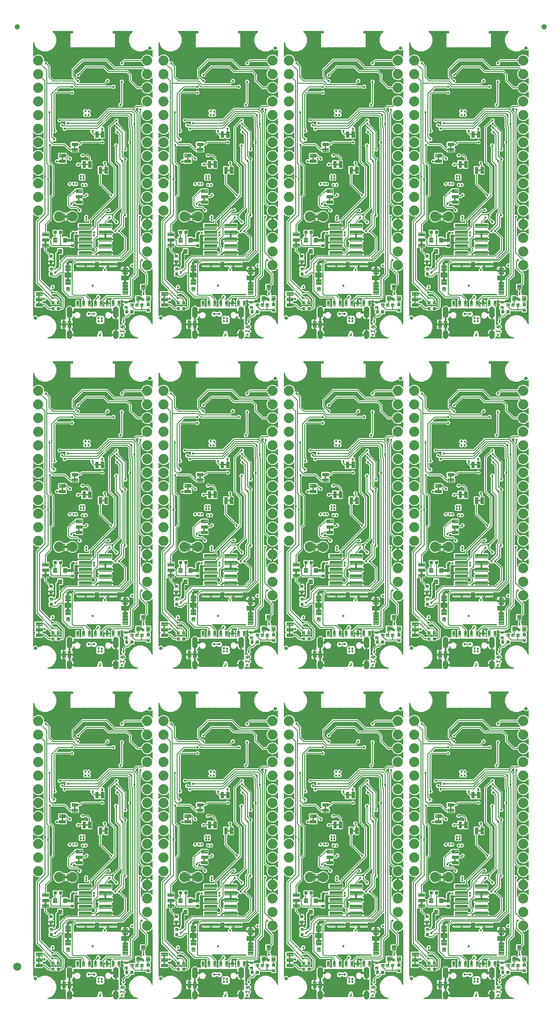
<source format=gbl>
G04 EAGLE Gerber RS-274X export*
G75*
%MOMM*%
%FSLAX34Y34*%
%LPD*%
%INBottom Copper*%
%IPPOS*%
%AMOC8*
5,1,8,0,0,1.08239X$1,22.5*%
G01*
%ADD10C,0.177800*%
%ADD11C,0.152400*%
%ADD12C,0.635000*%
%ADD13C,1.000000*%
%ADD14C,0.099059*%
%ADD15C,1.879600*%
%ADD16C,0.100000*%
%ADD17C,0.100800*%
%ADD18C,0.105000*%
%ADD19C,0.099000*%
%ADD20C,0.102000*%
%ADD21C,0.103600*%
%ADD22C,0.101600*%
%ADD23C,0.104000*%
%ADD24C,0.101200*%
%ADD25C,1.000000*%
%ADD26C,1.500000*%
%ADD27C,0.454000*%
%ADD28C,0.508000*%
%ADD29C,0.203200*%

G36*
X634390Y767973D02*
X634390Y767973D01*
X634410Y767971D01*
X634521Y767993D01*
X634632Y768010D01*
X634650Y768019D01*
X634671Y768023D01*
X634710Y768047D01*
X634871Y768125D01*
X634953Y768202D01*
X634997Y768230D01*
X648760Y781993D01*
X648772Y782010D01*
X648789Y782023D01*
X648851Y782117D01*
X648918Y782207D01*
X648925Y782227D01*
X648936Y782244D01*
X648946Y782289D01*
X649005Y782458D01*
X649009Y782571D01*
X649020Y782621D01*
X649020Y978542D01*
X649030Y978571D01*
X649034Y978684D01*
X649045Y978734D01*
X649045Y979481D01*
X649042Y979502D01*
X649044Y979523D01*
X649022Y979633D01*
X649006Y979744D01*
X648997Y979763D01*
X648992Y979784D01*
X648968Y979822D01*
X648890Y979984D01*
X648813Y980066D01*
X648785Y980110D01*
X647664Y981230D01*
X647664Y984374D01*
X648811Y985520D01*
X648823Y985537D01*
X648839Y985550D01*
X648902Y985644D01*
X648968Y985734D01*
X648975Y985754D01*
X648987Y985772D01*
X648997Y985816D01*
X649056Y985985D01*
X649060Y986098D01*
X649071Y986148D01*
X649071Y1007952D01*
X649068Y1007973D01*
X649070Y1007994D01*
X649048Y1008104D01*
X649031Y1008215D01*
X649022Y1008234D01*
X649018Y1008254D01*
X648993Y1008293D01*
X648915Y1008454D01*
X648838Y1008537D01*
X648811Y1008580D01*
X648233Y1009158D01*
X648233Y1027662D01*
X648230Y1027683D01*
X648232Y1027704D01*
X648210Y1027815D01*
X648193Y1027925D01*
X648184Y1027944D01*
X648180Y1027965D01*
X648155Y1028003D01*
X648077Y1028165D01*
X648000Y1028247D01*
X647973Y1028291D01*
X645259Y1031005D01*
X645242Y1031017D01*
X645228Y1031033D01*
X645135Y1031096D01*
X645045Y1031162D01*
X645025Y1031169D01*
X645007Y1031181D01*
X644963Y1031191D01*
X644794Y1031250D01*
X644681Y1031253D01*
X644630Y1031265D01*
X617445Y1031265D01*
X617424Y1031262D01*
X617403Y1031264D01*
X617293Y1031242D01*
X617182Y1031225D01*
X617163Y1031216D01*
X617142Y1031212D01*
X617104Y1031187D01*
X616943Y1031109D01*
X616860Y1031032D01*
X616817Y1031005D01*
X599554Y1013742D01*
X599523Y1013700D01*
X599486Y1013665D01*
X599445Y1013594D01*
X599396Y1013528D01*
X599379Y1013479D01*
X599354Y1013434D01*
X599336Y1013354D01*
X599309Y1013277D01*
X599307Y1013225D01*
X599296Y1013175D01*
X599303Y1013093D01*
X599300Y1013011D01*
X599313Y1012961D01*
X599318Y1012910D01*
X599348Y1012834D01*
X599370Y1012755D01*
X599397Y1012711D01*
X599417Y1012663D01*
X599468Y1012600D01*
X599512Y1012530D01*
X599552Y1012497D01*
X599584Y1012457D01*
X599652Y1012411D01*
X599715Y1012358D01*
X599762Y1012338D01*
X599805Y1012309D01*
X599856Y1012298D01*
X599959Y1012254D01*
X600138Y1012235D01*
X600182Y1012226D01*
X601139Y1012226D01*
X603362Y1010003D01*
X603362Y1006859D01*
X603227Y1006725D01*
X603166Y1006642D01*
X603100Y1006564D01*
X603088Y1006535D01*
X603070Y1006511D01*
X603036Y1006414D01*
X602995Y1006319D01*
X602992Y1006289D01*
X602982Y1006259D01*
X602979Y1006157D01*
X602968Y1006055D01*
X602974Y1006025D01*
X602973Y1005994D01*
X603000Y1005895D01*
X603020Y1005794D01*
X603033Y1005774D01*
X603043Y1005737D01*
X603185Y1005513D01*
X603214Y1005488D01*
X603227Y1005468D01*
X604368Y1004327D01*
X604368Y990944D01*
X603185Y989761D01*
X595898Y989761D01*
X594963Y990697D01*
X594880Y990757D01*
X594802Y990824D01*
X594773Y990836D01*
X594749Y990854D01*
X594652Y990888D01*
X594557Y990928D01*
X594527Y990931D01*
X594498Y990942D01*
X594395Y990945D01*
X594293Y990956D01*
X594263Y990950D01*
X594232Y990951D01*
X594133Y990924D01*
X594032Y990904D01*
X594012Y990891D01*
X593976Y990881D01*
X593751Y990738D01*
X593727Y990709D01*
X593706Y990697D01*
X592771Y989761D01*
X585484Y989761D01*
X584301Y990944D01*
X584301Y994334D01*
X584285Y994435D01*
X584277Y994538D01*
X584266Y994566D01*
X584261Y994597D01*
X584216Y994689D01*
X584178Y994784D01*
X584159Y994808D01*
X584145Y994836D01*
X584075Y994911D01*
X584011Y994991D01*
X583985Y995008D01*
X583964Y995030D01*
X583875Y995081D01*
X583789Y995138D01*
X583766Y995143D01*
X583733Y995162D01*
X583474Y995220D01*
X583436Y995217D01*
X583413Y995222D01*
X582972Y995222D01*
X578967Y999227D01*
X578967Y1000335D01*
X578964Y1000356D01*
X578966Y1000377D01*
X578946Y1000474D01*
X578943Y1000514D01*
X578938Y1000528D01*
X578927Y1000598D01*
X578918Y1000617D01*
X578914Y1000637D01*
X578889Y1000676D01*
X578811Y1000837D01*
X578734Y1000919D01*
X578707Y1000963D01*
X577586Y1002084D01*
X577586Y1005459D01*
X577571Y1005561D01*
X577562Y1005663D01*
X577551Y1005691D01*
X577546Y1005722D01*
X577501Y1005814D01*
X577463Y1005910D01*
X577444Y1005933D01*
X577430Y1005961D01*
X577360Y1006036D01*
X577296Y1006116D01*
X577270Y1006133D01*
X577249Y1006155D01*
X577160Y1006206D01*
X577074Y1006263D01*
X577051Y1006269D01*
X577018Y1006287D01*
X576759Y1006345D01*
X576721Y1006342D01*
X576698Y1006347D01*
X533317Y1006347D01*
X533296Y1006344D01*
X533276Y1006346D01*
X533165Y1006324D01*
X533054Y1006307D01*
X533036Y1006298D01*
X533015Y1006294D01*
X532976Y1006270D01*
X532815Y1006192D01*
X532733Y1006115D01*
X532689Y1006087D01*
X530908Y1004306D01*
X527764Y1004306D01*
X525541Y1006529D01*
X525541Y1010019D01*
X525538Y1010040D01*
X525540Y1010061D01*
X525518Y1010171D01*
X525502Y1010282D01*
X525492Y1010301D01*
X525488Y1010321D01*
X525464Y1010360D01*
X525386Y1010521D01*
X525309Y1010603D01*
X525281Y1010647D01*
X525151Y1010777D01*
X525134Y1010789D01*
X525121Y1010806D01*
X525028Y1010868D01*
X524937Y1010934D01*
X524918Y1010941D01*
X524900Y1010953D01*
X524856Y1010963D01*
X524686Y1011022D01*
X524574Y1011026D01*
X524523Y1011037D01*
X522938Y1011037D01*
X520715Y1013260D01*
X520715Y1016403D01*
X522938Y1018626D01*
X526082Y1018626D01*
X528305Y1016403D01*
X528305Y1016203D01*
X528320Y1016102D01*
X528328Y1015999D01*
X528340Y1015971D01*
X528345Y1015940D01*
X528389Y1015848D01*
X528427Y1015753D01*
X528447Y1015729D01*
X528460Y1015701D01*
X528530Y1015626D01*
X528595Y1015546D01*
X528621Y1015529D01*
X528642Y1015507D01*
X528731Y1015456D01*
X528816Y1015399D01*
X528840Y1015394D01*
X528872Y1015375D01*
X529132Y1015317D01*
X529170Y1015320D01*
X529193Y1015315D01*
X530028Y1015315D01*
X530080Y1015323D01*
X530131Y1015321D01*
X530210Y1015342D01*
X530291Y1015355D01*
X530338Y1015377D01*
X530388Y1015391D01*
X530457Y1015435D01*
X530531Y1015470D01*
X530568Y1015506D01*
X530612Y1015533D01*
X530665Y1015596D01*
X530725Y1015652D01*
X530751Y1015697D01*
X530784Y1015736D01*
X530816Y1015811D01*
X530857Y1015883D01*
X530868Y1015933D01*
X530888Y1015981D01*
X530897Y1016062D01*
X530915Y1016142D01*
X530910Y1016194D01*
X530916Y1016245D01*
X530900Y1016325D01*
X530893Y1016407D01*
X530874Y1016455D01*
X530864Y1016506D01*
X530836Y1016549D01*
X530794Y1016654D01*
X530774Y1016679D01*
X530774Y1019858D01*
X531114Y1020198D01*
X531144Y1020239D01*
X531182Y1020275D01*
X531223Y1020346D01*
X531272Y1020412D01*
X531289Y1020461D01*
X531314Y1020505D01*
X531332Y1020585D01*
X531359Y1020663D01*
X531361Y1020715D01*
X531372Y1020765D01*
X531365Y1020847D01*
X531368Y1020929D01*
X531354Y1020978D01*
X531350Y1021030D01*
X531320Y1021106D01*
X531298Y1021185D01*
X531271Y1021229D01*
X531251Y1021277D01*
X531199Y1021340D01*
X531156Y1021409D01*
X531116Y1021443D01*
X531084Y1021483D01*
X531015Y1021528D01*
X530953Y1021581D01*
X530906Y1021602D01*
X530863Y1021630D01*
X530812Y1021642D01*
X530708Y1021686D01*
X530530Y1021704D01*
X530486Y1021714D01*
X523005Y1021714D01*
X522984Y1021711D01*
X522963Y1021713D01*
X522853Y1021691D01*
X522742Y1021674D01*
X522723Y1021665D01*
X522702Y1021661D01*
X522664Y1021637D01*
X522503Y1021559D01*
X522420Y1021482D01*
X522377Y1021454D01*
X521256Y1020333D01*
X518112Y1020333D01*
X515889Y1022556D01*
X515889Y1025700D01*
X518112Y1027923D01*
X521256Y1027923D01*
X522377Y1026802D01*
X522394Y1026789D01*
X522407Y1026773D01*
X522500Y1026711D01*
X522591Y1026644D01*
X522610Y1026637D01*
X522628Y1026626D01*
X522672Y1026616D01*
X522842Y1026557D01*
X522954Y1026553D01*
X523005Y1026542D01*
X589970Y1026542D01*
X589990Y1026545D01*
X590011Y1026543D01*
X590122Y1026565D01*
X590232Y1026582D01*
X590251Y1026591D01*
X590272Y1026595D01*
X590311Y1026619D01*
X590472Y1026697D01*
X590554Y1026774D01*
X590598Y1026802D01*
X610531Y1046735D01*
X655857Y1046735D01*
X655878Y1046738D01*
X655899Y1046736D01*
X656009Y1046758D01*
X656120Y1046775D01*
X656139Y1046784D01*
X656160Y1046788D01*
X656198Y1046812D01*
X656359Y1046890D01*
X656442Y1046967D01*
X656485Y1046995D01*
X661534Y1052043D01*
X672342Y1052043D01*
X672363Y1052046D01*
X672384Y1052044D01*
X672494Y1052066D01*
X672605Y1052083D01*
X672624Y1052092D01*
X672644Y1052096D01*
X672683Y1052121D01*
X672844Y1052199D01*
X672926Y1052276D01*
X672970Y1052303D01*
X673481Y1052814D01*
X673517Y1052864D01*
X673562Y1052907D01*
X673596Y1052970D01*
X673638Y1053028D01*
X673659Y1053087D01*
X673688Y1053141D01*
X673702Y1053212D01*
X673726Y1053279D01*
X673728Y1053341D01*
X673740Y1053402D01*
X673732Y1053449D01*
X673735Y1053545D01*
X673679Y1053752D01*
X673673Y1053782D01*
X672337Y1057007D01*
X672337Y1061353D01*
X674000Y1065367D01*
X677073Y1068440D01*
X681087Y1070103D01*
X685433Y1070103D01*
X689447Y1068440D01*
X691649Y1066238D01*
X691690Y1066207D01*
X691726Y1066170D01*
X691797Y1066129D01*
X691863Y1066080D01*
X691912Y1066063D01*
X691956Y1066038D01*
X692036Y1066020D01*
X692114Y1065993D01*
X692166Y1065991D01*
X692216Y1065980D01*
X692298Y1065987D01*
X692380Y1065984D01*
X692429Y1065997D01*
X692481Y1066002D01*
X692557Y1066032D01*
X692636Y1066054D01*
X692680Y1066081D01*
X692728Y1066101D01*
X692791Y1066152D01*
X692860Y1066196D01*
X692894Y1066236D01*
X692934Y1066268D01*
X692979Y1066337D01*
X693032Y1066399D01*
X693053Y1066446D01*
X693081Y1066489D01*
X693093Y1066540D01*
X693137Y1066643D01*
X693155Y1066822D01*
X693165Y1066866D01*
X693165Y1076894D01*
X693158Y1076945D01*
X693159Y1076996D01*
X693138Y1077076D01*
X693125Y1077157D01*
X693103Y1077203D01*
X693089Y1077253D01*
X693045Y1077322D01*
X693010Y1077396D01*
X692975Y1077434D01*
X692947Y1077477D01*
X692884Y1077530D01*
X692828Y1077590D01*
X692784Y1077616D01*
X692744Y1077649D01*
X692669Y1077682D01*
X692598Y1077722D01*
X692547Y1077733D01*
X692500Y1077754D01*
X692418Y1077762D01*
X692338Y1077780D01*
X692287Y1077776D01*
X692235Y1077781D01*
X692155Y1077765D01*
X692073Y1077758D01*
X692025Y1077739D01*
X691975Y1077729D01*
X691931Y1077701D01*
X691826Y1077659D01*
X691687Y1077546D01*
X691649Y1077522D01*
X689447Y1075320D01*
X685433Y1073657D01*
X681087Y1073657D01*
X677073Y1075320D01*
X674000Y1078393D01*
X672664Y1081618D01*
X672632Y1081671D01*
X672609Y1081729D01*
X672564Y1081784D01*
X672527Y1081846D01*
X672481Y1081887D01*
X672442Y1081935D01*
X672382Y1081975D01*
X672328Y1082022D01*
X672272Y1082048D01*
X672220Y1082082D01*
X672173Y1082093D01*
X672086Y1082132D01*
X671874Y1082159D01*
X671844Y1082166D01*
X664048Y1082166D01*
X662374Y1083840D01*
X650770Y1095444D01*
X649096Y1097118D01*
X649096Y1107799D01*
X649093Y1107820D01*
X649095Y1107841D01*
X649078Y1107929D01*
X649073Y1107993D01*
X649064Y1108015D01*
X649056Y1108062D01*
X649047Y1108081D01*
X649043Y1108102D01*
X649019Y1108140D01*
X648987Y1108207D01*
X648974Y1108239D01*
X648967Y1108247D01*
X648941Y1108302D01*
X648864Y1108384D01*
X648836Y1108428D01*
X644979Y1112285D01*
X644962Y1112297D01*
X644949Y1112313D01*
X644855Y1112376D01*
X644765Y1112442D01*
X644745Y1112449D01*
X644728Y1112461D01*
X644683Y1112471D01*
X644514Y1112530D01*
X644401Y1112533D01*
X644351Y1112545D01*
X610048Y1112545D01*
X601723Y1120870D01*
X601714Y1120876D01*
X601710Y1120881D01*
X601703Y1120886D01*
X601693Y1120898D01*
X601599Y1120961D01*
X601509Y1121027D01*
X601489Y1121034D01*
X601472Y1121046D01*
X601427Y1121056D01*
X601258Y1121115D01*
X601145Y1121119D01*
X601095Y1121130D01*
X570785Y1121130D01*
X570764Y1121127D01*
X570743Y1121129D01*
X570633Y1121107D01*
X570522Y1121090D01*
X570503Y1121081D01*
X570483Y1121077D01*
X570444Y1121052D01*
X570283Y1120974D01*
X570200Y1120897D01*
X570157Y1120870D01*
X558131Y1108843D01*
X558118Y1108826D01*
X558102Y1108813D01*
X558039Y1108720D01*
X557973Y1108629D01*
X557966Y1108610D01*
X557954Y1108592D01*
X557944Y1108548D01*
X557885Y1108378D01*
X557882Y1108266D01*
X557870Y1108215D01*
X557870Y1106630D01*
X555647Y1104407D01*
X552504Y1104407D01*
X550281Y1106630D01*
X550281Y1109774D01*
X552504Y1111997D01*
X554089Y1111997D01*
X554110Y1112000D01*
X554131Y1111998D01*
X554241Y1112020D01*
X554352Y1112037D01*
X554371Y1112046D01*
X554391Y1112050D01*
X554430Y1112074D01*
X554591Y1112152D01*
X554673Y1112229D01*
X554717Y1112257D01*
X568417Y1125957D01*
X603462Y1125957D01*
X611787Y1117632D01*
X611804Y1117620D01*
X611818Y1117604D01*
X611911Y1117541D01*
X612001Y1117475D01*
X612021Y1117468D01*
X612039Y1117456D01*
X612083Y1117446D01*
X612252Y1117387D01*
X612365Y1117383D01*
X612416Y1117372D01*
X646719Y1117372D01*
X648393Y1115698D01*
X653924Y1110167D01*
X653924Y1099486D01*
X653927Y1099465D01*
X653925Y1099444D01*
X653947Y1099334D01*
X653964Y1099223D01*
X653973Y1099204D01*
X653977Y1099184D01*
X654001Y1099145D01*
X654079Y1098984D01*
X654156Y1098901D01*
X654184Y1098858D01*
X665788Y1087254D01*
X665805Y1087241D01*
X665818Y1087225D01*
X665911Y1087163D01*
X666002Y1087096D01*
X666022Y1087089D01*
X666039Y1087078D01*
X666084Y1087068D01*
X666253Y1087009D01*
X666366Y1087005D01*
X666416Y1086994D01*
X671844Y1086994D01*
X671905Y1087003D01*
X671967Y1087002D01*
X672036Y1087023D01*
X672106Y1087034D01*
X672162Y1087061D01*
X672222Y1087078D01*
X672281Y1087118D01*
X672346Y1087149D01*
X672391Y1087192D01*
X672443Y1087226D01*
X672470Y1087265D01*
X672540Y1087331D01*
X672646Y1087517D01*
X672664Y1087542D01*
X674000Y1090767D01*
X677073Y1093840D01*
X681087Y1095503D01*
X685433Y1095503D01*
X689447Y1093840D01*
X691649Y1091638D01*
X691690Y1091607D01*
X691726Y1091570D01*
X691797Y1091529D01*
X691863Y1091480D01*
X691912Y1091463D01*
X691956Y1091438D01*
X692036Y1091420D01*
X692114Y1091393D01*
X692166Y1091391D01*
X692216Y1091380D01*
X692298Y1091387D01*
X692380Y1091384D01*
X692429Y1091397D01*
X692481Y1091402D01*
X692557Y1091432D01*
X692636Y1091454D01*
X692680Y1091481D01*
X692728Y1091501D01*
X692791Y1091552D01*
X692860Y1091596D01*
X692894Y1091636D01*
X692934Y1091668D01*
X692979Y1091737D01*
X693032Y1091799D01*
X693053Y1091846D01*
X693081Y1091889D01*
X693093Y1091940D01*
X693137Y1092043D01*
X693155Y1092222D01*
X693165Y1092266D01*
X693165Y1102294D01*
X693158Y1102345D01*
X693159Y1102396D01*
X693138Y1102476D01*
X693125Y1102557D01*
X693103Y1102603D01*
X693089Y1102653D01*
X693045Y1102722D01*
X693010Y1102796D01*
X692975Y1102834D01*
X692947Y1102877D01*
X692884Y1102930D01*
X692828Y1102990D01*
X692784Y1103016D01*
X692744Y1103049D01*
X692669Y1103082D01*
X692598Y1103122D01*
X692547Y1103133D01*
X692500Y1103154D01*
X692418Y1103162D01*
X692338Y1103180D01*
X692287Y1103176D01*
X692235Y1103181D01*
X692155Y1103165D01*
X692073Y1103158D01*
X692025Y1103139D01*
X691975Y1103129D01*
X691931Y1103101D01*
X691826Y1103059D01*
X691687Y1102946D01*
X691649Y1102922D01*
X689447Y1100720D01*
X685433Y1099057D01*
X681087Y1099057D01*
X677073Y1100720D01*
X674000Y1103793D01*
X672337Y1107807D01*
X672337Y1112153D01*
X674000Y1116167D01*
X675348Y1117515D01*
X675409Y1117598D01*
X675475Y1117676D01*
X675487Y1117704D01*
X675506Y1117729D01*
X675539Y1117826D01*
X675580Y1117920D01*
X675583Y1117951D01*
X675593Y1117980D01*
X675597Y1118083D01*
X675607Y1118185D01*
X675601Y1118215D01*
X675602Y1118246D01*
X675575Y1118345D01*
X675555Y1118445D01*
X675542Y1118466D01*
X675532Y1118502D01*
X675390Y1118726D01*
X675361Y1118751D01*
X675348Y1118771D01*
X674875Y1119244D01*
X674858Y1119257D01*
X674845Y1119273D01*
X674751Y1119335D01*
X674661Y1119402D01*
X674641Y1119409D01*
X674624Y1119420D01*
X674579Y1119430D01*
X674410Y1119489D01*
X674297Y1119493D01*
X674247Y1119504D01*
X621173Y1119504D01*
X607133Y1133544D01*
X607116Y1133557D01*
X607103Y1133573D01*
X607009Y1133635D01*
X606919Y1133702D01*
X606899Y1133709D01*
X606882Y1133721D01*
X606837Y1133730D01*
X606668Y1133789D01*
X606555Y1133793D01*
X606505Y1133804D01*
X563927Y1133804D01*
X563906Y1133801D01*
X563885Y1133803D01*
X563775Y1133781D01*
X563664Y1133765D01*
X563645Y1133756D01*
X563625Y1133751D01*
X563586Y1133727D01*
X563425Y1133649D01*
X563342Y1133572D01*
X563299Y1133544D01*
X547352Y1117597D01*
X547339Y1117580D01*
X547323Y1117567D01*
X547260Y1117473D01*
X547194Y1117383D01*
X547187Y1117363D01*
X547175Y1117346D01*
X547165Y1117301D01*
X547106Y1117132D01*
X547103Y1117019D01*
X547091Y1116969D01*
X547091Y1107081D01*
X547094Y1107060D01*
X547092Y1107039D01*
X547114Y1106929D01*
X547131Y1106818D01*
X547140Y1106799D01*
X547144Y1106778D01*
X547169Y1106740D01*
X547247Y1106578D01*
X547324Y1106496D01*
X547352Y1106452D01*
X552545Y1101259D01*
X552562Y1101246D01*
X552575Y1101230D01*
X552669Y1101168D01*
X552759Y1101101D01*
X552779Y1101094D01*
X552797Y1101082D01*
X552841Y1101073D01*
X553010Y1101014D01*
X553123Y1101010D01*
X553173Y1100999D01*
X555622Y1100999D01*
X557845Y1098776D01*
X557845Y1095632D01*
X556489Y1094276D01*
X556458Y1094234D01*
X556420Y1094199D01*
X556380Y1094128D01*
X556331Y1094062D01*
X556314Y1094013D01*
X556289Y1093968D01*
X556271Y1093888D01*
X556244Y1093811D01*
X556242Y1093759D01*
X556231Y1093709D01*
X556237Y1093627D01*
X556235Y1093545D01*
X556248Y1093495D01*
X556252Y1093444D01*
X556283Y1093368D01*
X556304Y1093289D01*
X556332Y1093245D01*
X556351Y1093197D01*
X556403Y1093133D01*
X556447Y1093064D01*
X556486Y1093031D01*
X556519Y1092991D01*
X556587Y1092945D01*
X556650Y1092892D01*
X556697Y1092872D01*
X556740Y1092843D01*
X556790Y1092832D01*
X556894Y1092788D01*
X557072Y1092769D01*
X557117Y1092760D01*
X600892Y1092760D01*
X600912Y1092763D01*
X600933Y1092761D01*
X601044Y1092783D01*
X601154Y1092799D01*
X601173Y1092808D01*
X601194Y1092813D01*
X601233Y1092837D01*
X601394Y1092915D01*
X601476Y1092992D01*
X601520Y1093020D01*
X605113Y1096613D01*
X605126Y1096630D01*
X605142Y1096643D01*
X605204Y1096737D01*
X605271Y1096827D01*
X605278Y1096847D01*
X605290Y1096865D01*
X605300Y1096909D01*
X605358Y1097078D01*
X605362Y1097191D01*
X605373Y1097241D01*
X605373Y1098826D01*
X607596Y1101049D01*
X610740Y1101049D01*
X612963Y1098826D01*
X612963Y1095683D01*
X610740Y1093460D01*
X609155Y1093460D01*
X609134Y1093457D01*
X609113Y1093459D01*
X609003Y1093437D01*
X608892Y1093420D01*
X608873Y1093411D01*
X608853Y1093407D01*
X608814Y1093382D01*
X608653Y1093304D01*
X608570Y1093227D01*
X608527Y1093200D01*
X605463Y1090136D01*
X605432Y1090094D01*
X605394Y1090059D01*
X605354Y1089988D01*
X605305Y1089922D01*
X605288Y1089873D01*
X605262Y1089828D01*
X605245Y1089748D01*
X605218Y1089671D01*
X605216Y1089619D01*
X605205Y1089569D01*
X605211Y1089487D01*
X605209Y1089405D01*
X605222Y1089355D01*
X605226Y1089304D01*
X605257Y1089228D01*
X605278Y1089149D01*
X605306Y1089105D01*
X605325Y1089057D01*
X605377Y1088993D01*
X605421Y1088924D01*
X605460Y1088891D01*
X605493Y1088851D01*
X605561Y1088805D01*
X605624Y1088752D01*
X605671Y1088732D01*
X605714Y1088703D01*
X605764Y1088692D01*
X605868Y1088648D01*
X606046Y1088629D01*
X606091Y1088619D01*
X616947Y1088619D01*
X616968Y1088622D01*
X616989Y1088620D01*
X617099Y1088642D01*
X617210Y1088659D01*
X617229Y1088668D01*
X617250Y1088672D01*
X617288Y1088697D01*
X617449Y1088775D01*
X617532Y1088852D01*
X617575Y1088879D01*
X618696Y1090000D01*
X621840Y1090000D01*
X624063Y1087777D01*
X624063Y1084634D01*
X621840Y1082411D01*
X618696Y1082411D01*
X617575Y1083532D01*
X617558Y1083544D01*
X617545Y1083560D01*
X617452Y1083623D01*
X617361Y1083689D01*
X617342Y1083696D01*
X617324Y1083708D01*
X617280Y1083718D01*
X617110Y1083777D01*
X616998Y1083781D01*
X616947Y1083792D01*
X549291Y1083792D01*
X548284Y1084799D01*
X548201Y1084860D01*
X548123Y1084926D01*
X548095Y1084938D01*
X548070Y1084957D01*
X547973Y1084990D01*
X547879Y1085031D01*
X547848Y1085034D01*
X547819Y1085044D01*
X547717Y1085048D01*
X547614Y1085058D01*
X547584Y1085052D01*
X547553Y1085053D01*
X547454Y1085026D01*
X547354Y1085006D01*
X547334Y1084993D01*
X547297Y1084983D01*
X547073Y1084841D01*
X547048Y1084812D01*
X547028Y1084799D01*
X544708Y1082479D01*
X541564Y1082479D01*
X540444Y1083600D01*
X540427Y1083612D01*
X540413Y1083629D01*
X540320Y1083691D01*
X540230Y1083758D01*
X540210Y1083765D01*
X540192Y1083776D01*
X540148Y1083786D01*
X539978Y1083845D01*
X539866Y1083849D01*
X539815Y1083860D01*
X519655Y1083860D01*
X519634Y1083857D01*
X519613Y1083859D01*
X519503Y1083837D01*
X519392Y1083820D01*
X519373Y1083811D01*
X519352Y1083807D01*
X519314Y1083783D01*
X519153Y1083705D01*
X519070Y1083628D01*
X519027Y1083600D01*
X514818Y1079391D01*
X514788Y1079350D01*
X514750Y1079315D01*
X514709Y1079244D01*
X514660Y1079178D01*
X514643Y1079129D01*
X514618Y1079084D01*
X514600Y1079004D01*
X514573Y1078926D01*
X514571Y1078875D01*
X514560Y1078824D01*
X514567Y1078743D01*
X514564Y1078661D01*
X514578Y1078611D01*
X514582Y1078560D01*
X514612Y1078483D01*
X514634Y1078404D01*
X514661Y1078361D01*
X514681Y1078313D01*
X514733Y1078249D01*
X514776Y1078180D01*
X514816Y1078147D01*
X514848Y1078107D01*
X514917Y1078061D01*
X514979Y1078008D01*
X515026Y1077988D01*
X515069Y1077959D01*
X515120Y1077948D01*
X515223Y1077904D01*
X515402Y1077885D01*
X515446Y1077875D01*
X540011Y1077875D01*
X540031Y1077878D01*
X540052Y1077876D01*
X540163Y1077898D01*
X540273Y1077915D01*
X540292Y1077924D01*
X540313Y1077928D01*
X540352Y1077953D01*
X540513Y1078031D01*
X540595Y1078108D01*
X540639Y1078135D01*
X541760Y1079256D01*
X544903Y1079256D01*
X547126Y1077033D01*
X547126Y1073890D01*
X544903Y1071667D01*
X541760Y1071667D01*
X540639Y1072788D01*
X540622Y1072800D01*
X540609Y1072816D01*
X540515Y1072879D01*
X540425Y1072945D01*
X540405Y1072952D01*
X540387Y1072964D01*
X540343Y1072974D01*
X540174Y1073033D01*
X540061Y1073036D01*
X540011Y1073048D01*
X513889Y1073048D01*
X513868Y1073045D01*
X513847Y1073047D01*
X513737Y1073025D01*
X513626Y1073008D01*
X513607Y1072999D01*
X513587Y1072995D01*
X513548Y1072970D01*
X513387Y1072892D01*
X513304Y1072815D01*
X513261Y1072788D01*
X511969Y1071496D01*
X511957Y1071479D01*
X511941Y1071466D01*
X511878Y1071372D01*
X511812Y1071282D01*
X511805Y1071262D01*
X511793Y1071245D01*
X511783Y1071200D01*
X511724Y1071031D01*
X511720Y1070918D01*
X511709Y1070868D01*
X511709Y1011653D01*
X511712Y1011632D01*
X511710Y1011611D01*
X511732Y1011501D01*
X511749Y1011390D01*
X511758Y1011371D01*
X511762Y1011350D01*
X511787Y1011312D01*
X511865Y1011151D01*
X511942Y1011068D01*
X511969Y1011025D01*
X513132Y1009862D01*
X513132Y1007332D01*
X513135Y1007311D01*
X513133Y1007290D01*
X513155Y1007180D01*
X513171Y1007069D01*
X513180Y1007050D01*
X513185Y1007030D01*
X513209Y1006991D01*
X513287Y1006830D01*
X513364Y1006747D01*
X513392Y1006704D01*
X514513Y1005583D01*
X514513Y1002439D01*
X512290Y1000216D01*
X508889Y1000216D01*
X508787Y1000201D01*
X508685Y1000193D01*
X508657Y1000181D01*
X508626Y1000177D01*
X508534Y1000132D01*
X508438Y1000094D01*
X508415Y1000074D01*
X508387Y1000061D01*
X508312Y999991D01*
X508232Y999926D01*
X508215Y999901D01*
X508193Y999880D01*
X508142Y999791D01*
X508085Y999705D01*
X508079Y999682D01*
X508061Y999649D01*
X508003Y999389D01*
X508006Y999351D01*
X508001Y999328D01*
X508001Y994101D01*
X508004Y994081D01*
X508002Y994060D01*
X508024Y993949D01*
X508041Y993839D01*
X508050Y993820D01*
X508054Y993799D01*
X508078Y993760D01*
X508115Y993684D01*
X508132Y993642D01*
X508141Y993632D01*
X508156Y993599D01*
X508233Y993517D01*
X508261Y993473D01*
X509086Y992648D01*
X509103Y992636D01*
X509116Y992620D01*
X509210Y992557D01*
X509300Y992491D01*
X509320Y992484D01*
X509337Y992472D01*
X509382Y992462D01*
X509551Y992403D01*
X509664Y992399D01*
X509714Y992388D01*
X511299Y992388D01*
X513522Y990165D01*
X513522Y987022D01*
X511299Y984799D01*
X508005Y984799D01*
X507954Y984791D01*
X507903Y984793D01*
X507824Y984771D01*
X507743Y984759D01*
X507696Y984736D01*
X507646Y984723D01*
X507577Y984679D01*
X507503Y984643D01*
X507466Y984608D01*
X507422Y984580D01*
X507369Y984518D01*
X507309Y984462D01*
X507283Y984417D01*
X507250Y984378D01*
X507218Y984302D01*
X507177Y984231D01*
X507166Y984181D01*
X507146Y984133D01*
X507137Y984052D01*
X507119Y983972D01*
X507123Y983920D01*
X507118Y983869D01*
X507134Y983788D01*
X507141Y983707D01*
X507160Y983659D01*
X507170Y983608D01*
X507198Y983565D01*
X507240Y983460D01*
X507353Y983321D01*
X507377Y983282D01*
X509578Y981082D01*
X509595Y981069D01*
X509608Y981053D01*
X509702Y980991D01*
X509792Y980924D01*
X509812Y980917D01*
X509829Y980906D01*
X509874Y980896D01*
X510043Y980837D01*
X510156Y980833D01*
X510206Y980822D01*
X530387Y980822D01*
X532061Y979148D01*
X538740Y972468D01*
X538823Y972407D01*
X538901Y972341D01*
X538929Y972329D01*
X538954Y972311D01*
X539051Y972277D01*
X539145Y972237D01*
X539176Y972233D01*
X539205Y972223D01*
X539307Y972220D01*
X539410Y972209D01*
X539440Y972215D01*
X539471Y972214D01*
X539570Y972241D01*
X539670Y972261D01*
X539691Y972274D01*
X539727Y972284D01*
X539951Y972427D01*
X539976Y972456D01*
X539996Y972468D01*
X541040Y973513D01*
X541101Y973595D01*
X541168Y973674D01*
X541180Y973702D01*
X541198Y973727D01*
X541232Y973824D01*
X541272Y973918D01*
X541275Y973949D01*
X541285Y973978D01*
X541289Y974080D01*
X541300Y974182D01*
X541294Y974213D01*
X541295Y974243D01*
X541268Y974342D01*
X541248Y974443D01*
X541235Y974463D01*
X541225Y974500D01*
X541082Y974724D01*
X541053Y974749D01*
X541040Y974769D01*
X540105Y975704D01*
X540105Y982991D01*
X541288Y984175D01*
X554671Y984175D01*
X555923Y982923D01*
X555930Y982896D01*
X555974Y982827D01*
X556010Y982753D01*
X556045Y982716D01*
X556073Y982672D01*
X556135Y982619D01*
X556191Y982559D01*
X556236Y982533D01*
X556275Y982500D01*
X556351Y982468D01*
X556422Y982427D01*
X556472Y982416D01*
X556520Y982396D01*
X556601Y982387D01*
X556682Y982369D01*
X556733Y982374D01*
X556784Y982368D01*
X556865Y982384D01*
X556946Y982391D01*
X556994Y982410D01*
X557045Y982420D01*
X557089Y982448D01*
X557193Y982490D01*
X557332Y982603D01*
X557371Y982627D01*
X560239Y985495D01*
X596424Y985495D01*
X596445Y985498D01*
X596466Y985496D01*
X596576Y985518D01*
X596687Y985535D01*
X596706Y985544D01*
X596726Y985548D01*
X596765Y985573D01*
X596926Y985651D01*
X597009Y985728D01*
X597052Y985756D01*
X598198Y986902D01*
X601342Y986902D01*
X603565Y984679D01*
X603565Y981535D01*
X601342Y979312D01*
X598198Y979312D01*
X597103Y980408D01*
X597086Y980420D01*
X597073Y980437D01*
X596979Y980499D01*
X596889Y980565D01*
X596869Y980572D01*
X596852Y980584D01*
X596807Y980594D01*
X596638Y980653D01*
X596525Y980657D01*
X596475Y980668D01*
X562606Y980668D01*
X562585Y980665D01*
X562565Y980667D01*
X562454Y980645D01*
X562343Y980628D01*
X562325Y980619D01*
X562304Y980615D01*
X562265Y980590D01*
X562104Y980512D01*
X562022Y980435D01*
X561978Y980408D01*
X558504Y976934D01*
X556743Y976934D01*
X556641Y976919D01*
X556539Y976910D01*
X556510Y976899D01*
X556480Y976894D01*
X556387Y976850D01*
X556292Y976811D01*
X556268Y976792D01*
X556240Y976779D01*
X556165Y976708D01*
X556086Y976644D01*
X556069Y976618D01*
X556046Y976597D01*
X555995Y976508D01*
X555938Y976423D01*
X555933Y976399D01*
X555914Y976366D01*
X555856Y976107D01*
X555860Y976069D01*
X555854Y976046D01*
X555854Y975704D01*
X554919Y974769D01*
X554858Y974686D01*
X554791Y974608D01*
X554779Y974580D01*
X554761Y974555D01*
X554727Y974458D01*
X554687Y974363D01*
X554684Y974333D01*
X554674Y974304D01*
X554670Y974201D01*
X554660Y974099D01*
X554666Y974069D01*
X554665Y974038D01*
X554692Y973939D01*
X554712Y973838D01*
X554725Y973818D01*
X554735Y973782D01*
X554877Y973557D01*
X554906Y973533D01*
X554919Y973513D01*
X555854Y972577D01*
X555854Y965290D01*
X554671Y964107D01*
X541288Y964107D01*
X540105Y965290D01*
X540105Y965632D01*
X540090Y965733D01*
X540081Y965836D01*
X540070Y965864D01*
X540065Y965895D01*
X540020Y965987D01*
X539982Y966082D01*
X539963Y966106D01*
X539949Y966134D01*
X539879Y966209D01*
X539815Y966289D01*
X539789Y966306D01*
X539768Y966328D01*
X539679Y966379D01*
X539593Y966436D01*
X539570Y966441D01*
X539537Y966460D01*
X539278Y966518D01*
X539240Y966515D01*
X539217Y966520D01*
X537861Y966520D01*
X528647Y975734D01*
X528630Y975747D01*
X528617Y975763D01*
X528523Y975825D01*
X528433Y975892D01*
X528413Y975899D01*
X528396Y975910D01*
X528351Y975920D01*
X528182Y975979D01*
X528069Y975983D01*
X528019Y975994D01*
X507838Y975994D01*
X506809Y977024D01*
X506767Y977055D01*
X506732Y977092D01*
X506661Y977133D01*
X506595Y977182D01*
X506546Y977199D01*
X506501Y977224D01*
X506421Y977242D01*
X506344Y977269D01*
X506292Y977271D01*
X506242Y977282D01*
X506160Y977275D01*
X506078Y977278D01*
X506028Y977265D01*
X505977Y977260D01*
X505901Y977230D01*
X505822Y977208D01*
X505778Y977181D01*
X505730Y977161D01*
X505666Y977110D01*
X505597Y977066D01*
X505564Y977026D01*
X505524Y976994D01*
X505478Y976926D01*
X505425Y976863D01*
X505405Y976816D01*
X505376Y976773D01*
X505365Y976722D01*
X505321Y976619D01*
X505305Y976468D01*
X504171Y975334D01*
X504159Y975317D01*
X504143Y975304D01*
X504080Y975211D01*
X504014Y975120D01*
X504007Y975101D01*
X503995Y975083D01*
X503985Y975039D01*
X503926Y974869D01*
X503923Y974757D01*
X503911Y974706D01*
X503911Y947238D01*
X503914Y947218D01*
X503912Y947197D01*
X503934Y947086D01*
X503951Y946976D01*
X503960Y946957D01*
X503964Y946936D01*
X503989Y946897D01*
X504067Y946736D01*
X504144Y946654D01*
X504171Y946610D01*
X510744Y940038D01*
X510744Y884343D01*
X505848Y879447D01*
X505835Y879430D01*
X505819Y879416D01*
X505757Y879323D01*
X505690Y879233D01*
X505683Y879213D01*
X505672Y879195D01*
X505662Y879151D01*
X505603Y878982D01*
X505599Y878869D01*
X505588Y878818D01*
X505588Y838496D01*
X496069Y828977D01*
X496056Y828960D01*
X496040Y828947D01*
X495978Y828853D01*
X495911Y828763D01*
X495904Y828743D01*
X495893Y828725D01*
X495883Y828681D01*
X495824Y828512D01*
X495820Y828399D01*
X495809Y828349D01*
X495809Y817651D01*
X495824Y817550D01*
X495832Y817448D01*
X495844Y817419D01*
X495849Y817389D01*
X495893Y817296D01*
X495931Y817201D01*
X495951Y817177D01*
X495964Y817149D01*
X496034Y817074D01*
X496099Y816995D01*
X496125Y816977D01*
X496146Y816955D01*
X496235Y816904D01*
X496320Y816847D01*
X496344Y816842D01*
X496376Y816823D01*
X496636Y816765D01*
X496674Y816768D01*
X496697Y816763D01*
X500086Y816763D01*
X501270Y815580D01*
X501270Y808293D01*
X500334Y807357D01*
X500273Y807275D01*
X500207Y807197D01*
X500195Y807168D01*
X500177Y807144D01*
X500143Y807046D01*
X500102Y806952D01*
X500099Y806922D01*
X500089Y806892D01*
X500086Y806790D01*
X500075Y806688D01*
X500081Y806658D01*
X500080Y806627D01*
X500107Y806528D01*
X500127Y806427D01*
X500140Y806407D01*
X500150Y806370D01*
X500293Y806146D01*
X500321Y806121D01*
X500334Y806101D01*
X501270Y805166D01*
X501270Y804824D01*
X501285Y804723D01*
X501293Y804621D01*
X501305Y804592D01*
X501310Y804562D01*
X501354Y804469D01*
X501392Y804374D01*
X501412Y804350D01*
X501425Y804322D01*
X501495Y804247D01*
X501560Y804168D01*
X501586Y804150D01*
X501607Y804128D01*
X501696Y804077D01*
X501781Y804020D01*
X501805Y804015D01*
X501837Y803996D01*
X502097Y803938D01*
X502135Y803941D01*
X502158Y803936D01*
X503005Y803936D01*
X504083Y802859D01*
X504124Y802828D01*
X504159Y802790D01*
X504231Y802750D01*
X504297Y802701D01*
X504345Y802684D01*
X504390Y802659D01*
X504470Y802641D01*
X504548Y802614D01*
X504599Y802612D01*
X504650Y802601D01*
X504731Y802607D01*
X504813Y802605D01*
X504863Y802618D01*
X504915Y802622D01*
X504991Y802653D01*
X505070Y802674D01*
X505113Y802702D01*
X505161Y802721D01*
X505225Y802773D01*
X505294Y802817D01*
X505328Y802856D01*
X505368Y802889D01*
X505413Y802957D01*
X505466Y803020D01*
X505487Y803067D01*
X505515Y803110D01*
X505526Y803160D01*
X505571Y803264D01*
X505589Y803442D01*
X505599Y803487D01*
X505599Y805910D01*
X506797Y807108D01*
X507822Y807108D01*
X507923Y807123D01*
X508026Y807131D01*
X508054Y807143D01*
X508085Y807148D01*
X508177Y807192D01*
X508272Y807230D01*
X508296Y807250D01*
X508324Y807263D01*
X508399Y807333D01*
X508479Y807398D01*
X508496Y807424D01*
X508518Y807445D01*
X508569Y807534D01*
X508626Y807619D01*
X508631Y807643D01*
X508650Y807675D01*
X508708Y807935D01*
X508705Y807973D01*
X508710Y807996D01*
X508710Y810257D01*
X508695Y810359D01*
X508686Y810461D01*
X508675Y810490D01*
X508670Y810520D01*
X508626Y810612D01*
X508587Y810708D01*
X508568Y810732D01*
X508555Y810759D01*
X508484Y810834D01*
X508420Y810914D01*
X508394Y810931D01*
X508373Y810954D01*
X508284Y811005D01*
X508199Y811062D01*
X508175Y811067D01*
X508142Y811086D01*
X507883Y811143D01*
X507847Y811140D01*
X506650Y812337D01*
X506650Y819003D01*
X507842Y820195D01*
X514508Y820195D01*
X515547Y819156D01*
X515630Y819095D01*
X515708Y819028D01*
X515736Y819016D01*
X515761Y818998D01*
X515858Y818964D01*
X515952Y818924D01*
X515983Y818921D01*
X516012Y818911D01*
X516115Y818907D01*
X516217Y818897D01*
X516247Y818903D01*
X516278Y818902D01*
X516377Y818929D01*
X516477Y818949D01*
X516498Y818962D01*
X516534Y818971D01*
X516758Y819114D01*
X516783Y819143D01*
X516803Y819156D01*
X517842Y820195D01*
X524508Y820195D01*
X525700Y819003D01*
X525700Y812337D01*
X524508Y811145D01*
X524477Y811145D01*
X524375Y811130D01*
X524273Y811122D01*
X524245Y811110D01*
X524214Y811106D01*
X524122Y811061D01*
X524026Y811023D01*
X524003Y811003D01*
X523975Y810990D01*
X523900Y810920D01*
X523820Y810855D01*
X523803Y810830D01*
X523781Y810809D01*
X523730Y810720D01*
X523673Y810634D01*
X523667Y810611D01*
X523649Y810578D01*
X523591Y810318D01*
X523593Y810295D01*
X523591Y810286D01*
X523592Y810272D01*
X523589Y810257D01*
X523589Y807044D01*
X523596Y806993D01*
X523595Y806941D01*
X523616Y806862D01*
X523629Y806781D01*
X523651Y806735D01*
X523665Y806685D01*
X523709Y806616D01*
X523744Y806542D01*
X523779Y806504D01*
X523807Y806461D01*
X523870Y806408D01*
X523926Y806348D01*
X523970Y806322D01*
X524010Y806289D01*
X524085Y806256D01*
X524156Y806216D01*
X524207Y806204D01*
X524254Y806184D01*
X524336Y806176D01*
X524416Y806158D01*
X524467Y806162D01*
X524519Y806157D01*
X524599Y806173D01*
X524681Y806180D01*
X524729Y806199D01*
X524779Y806209D01*
X524823Y806237D01*
X524928Y806279D01*
X525067Y806392D01*
X525105Y806416D01*
X525797Y807108D01*
X534451Y807108D01*
X535667Y805891D01*
X535672Y805832D01*
X535684Y805804D01*
X535688Y805773D01*
X535733Y805681D01*
X535771Y805585D01*
X535791Y805562D01*
X535804Y805534D01*
X535874Y805459D01*
X535939Y805379D01*
X535964Y805362D01*
X535985Y805340D01*
X536074Y805289D01*
X536160Y805232D01*
X536183Y805226D01*
X536216Y805208D01*
X536476Y805150D01*
X536513Y805153D01*
X536537Y805148D01*
X538429Y805148D01*
X538531Y805163D01*
X538633Y805171D01*
X538662Y805183D01*
X538692Y805188D01*
X538784Y805232D01*
X538880Y805270D01*
X538904Y805290D01*
X538931Y805303D01*
X539006Y805373D01*
X539086Y805438D01*
X539103Y805464D01*
X539126Y805485D01*
X539177Y805574D01*
X539234Y805659D01*
X539239Y805683D01*
X539258Y805715D01*
X539315Y805975D01*
X539312Y806013D01*
X539317Y806036D01*
X539317Y814154D01*
X543858Y818694D01*
X547225Y818694D01*
X547911Y818008D01*
X547993Y817947D01*
X548072Y817880D01*
X548100Y817868D01*
X548125Y817850D01*
X548222Y817816D01*
X548316Y817776D01*
X548347Y817773D01*
X548376Y817763D01*
X548478Y817759D01*
X548581Y817749D01*
X548611Y817755D01*
X548641Y817754D01*
X548740Y817780D01*
X548841Y817801D01*
X548861Y817813D01*
X548898Y817823D01*
X549122Y817966D01*
X549147Y817995D01*
X549167Y818008D01*
X549532Y818373D01*
X552941Y818373D01*
X553043Y818388D01*
X553145Y818396D01*
X553174Y818408D01*
X553204Y818413D01*
X553296Y818457D01*
X553392Y818495D01*
X553416Y818515D01*
X553443Y818528D01*
X553518Y818598D01*
X553598Y818663D01*
X553615Y818689D01*
X553638Y818710D01*
X553689Y818799D01*
X553746Y818884D01*
X553751Y818908D01*
X553770Y818940D01*
X553817Y819152D01*
X555026Y820362D01*
X576753Y820362D01*
X576774Y820365D01*
X576795Y820363D01*
X576905Y820385D01*
X577016Y820401D01*
X577035Y820410D01*
X577056Y820415D01*
X577094Y820439D01*
X577255Y820517D01*
X577338Y820594D01*
X577381Y820622D01*
X577855Y821096D01*
X577886Y821137D01*
X577924Y821172D01*
X577964Y821244D01*
X578013Y821310D01*
X578030Y821358D01*
X578056Y821403D01*
X578074Y821483D01*
X578100Y821561D01*
X578102Y821612D01*
X578113Y821663D01*
X578107Y821744D01*
X578110Y821826D01*
X578096Y821876D01*
X578092Y821928D01*
X578061Y822004D01*
X578040Y822083D01*
X578012Y822126D01*
X577993Y822174D01*
X577941Y822238D01*
X577897Y822307D01*
X577858Y822341D01*
X577825Y822381D01*
X577757Y822426D01*
X577695Y822479D01*
X577647Y822500D01*
X577604Y822528D01*
X577554Y822539D01*
X577450Y822584D01*
X577272Y822602D01*
X577227Y822612D01*
X555026Y822612D01*
X553829Y823809D01*
X553829Y831865D01*
X555026Y833062D01*
X573634Y833062D01*
X573735Y833077D01*
X573837Y833085D01*
X573866Y833097D01*
X573896Y833101D01*
X573989Y833146D01*
X574084Y833184D01*
X574108Y833204D01*
X574136Y833217D01*
X574211Y833287D01*
X574290Y833352D01*
X574308Y833377D01*
X574330Y833398D01*
X574381Y833487D01*
X574438Y833573D01*
X574443Y833596D01*
X574462Y833629D01*
X574520Y833889D01*
X574517Y833927D01*
X574522Y833950D01*
X574522Y836429D01*
X574514Y836480D01*
X574516Y836531D01*
X574494Y836611D01*
X574482Y836691D01*
X574460Y836738D01*
X574446Y836788D01*
X574402Y836857D01*
X574366Y836931D01*
X574331Y836969D01*
X574303Y837012D01*
X574241Y837065D01*
X574185Y837125D01*
X574140Y837151D01*
X574101Y837184D01*
X574025Y837216D01*
X573954Y837257D01*
X573904Y837268D01*
X573856Y837289D01*
X573775Y837297D01*
X573695Y837315D01*
X573643Y837311D01*
X573592Y837316D01*
X573511Y837300D01*
X573430Y837293D01*
X573382Y837274D01*
X573331Y837264D01*
X573288Y837236D01*
X573183Y837194D01*
X573044Y837081D01*
X573006Y837057D01*
X571040Y835091D01*
X567896Y835091D01*
X565673Y837314D01*
X565673Y840458D01*
X566178Y840963D01*
X566239Y841045D01*
X566306Y841124D01*
X566318Y841152D01*
X566336Y841177D01*
X566370Y841274D01*
X566410Y841368D01*
X566413Y841399D01*
X566424Y841428D01*
X566427Y841530D01*
X566438Y841633D01*
X566432Y841663D01*
X566433Y841693D01*
X566406Y841792D01*
X566386Y841893D01*
X566373Y841913D01*
X566363Y841950D01*
X566220Y842174D01*
X566191Y842199D01*
X566178Y842219D01*
X565673Y842724D01*
X565673Y845868D01*
X567896Y848091D01*
X571040Y848091D01*
X573263Y845868D01*
X573263Y842724D01*
X572758Y842219D01*
X572697Y842136D01*
X572630Y842058D01*
X572618Y842030D01*
X572600Y842005D01*
X572566Y841908D01*
X572526Y841814D01*
X572523Y841783D01*
X572512Y841754D01*
X572509Y841651D01*
X572498Y841549D01*
X572504Y841519D01*
X572503Y841488D01*
X572530Y841389D01*
X572550Y841289D01*
X572563Y841268D01*
X572573Y841232D01*
X572716Y841008D01*
X572745Y840983D01*
X572758Y840963D01*
X573263Y840458D01*
X573263Y839544D01*
X573270Y839493D01*
X573269Y839442D01*
X573290Y839362D01*
X573303Y839281D01*
X573325Y839235D01*
X573339Y839185D01*
X573383Y839116D01*
X573418Y839042D01*
X573453Y839004D01*
X573481Y838961D01*
X573544Y838908D01*
X573600Y838848D01*
X573644Y838822D01*
X573684Y838789D01*
X573759Y838757D01*
X573830Y838716D01*
X573881Y838705D01*
X573928Y838684D01*
X574010Y838676D01*
X574090Y838658D01*
X574141Y838662D01*
X574193Y838657D01*
X574273Y838673D01*
X574355Y838680D01*
X574403Y838699D01*
X574453Y838709D01*
X574497Y838737D01*
X574602Y838779D01*
X574741Y838892D01*
X574779Y838916D01*
X576196Y840333D01*
X615088Y879226D01*
X615149Y879308D01*
X615216Y879386D01*
X615228Y879415D01*
X615246Y879440D01*
X615280Y879536D01*
X615320Y879631D01*
X615323Y879662D01*
X615334Y879691D01*
X615337Y879793D01*
X615348Y879895D01*
X615342Y879926D01*
X615343Y879956D01*
X615316Y880055D01*
X615296Y880156D01*
X615283Y880176D01*
X615273Y880213D01*
X615130Y880437D01*
X615101Y880462D01*
X615088Y880482D01*
X612765Y882805D01*
X612765Y884467D01*
X612762Y884487D01*
X612764Y884508D01*
X612742Y884619D01*
X612725Y884729D01*
X612716Y884748D01*
X612712Y884769D01*
X612687Y884808D01*
X612609Y884969D01*
X612532Y885051D01*
X612505Y885095D01*
X593369Y904231D01*
X593369Y922198D01*
X593353Y922299D01*
X593345Y922402D01*
X593333Y922430D01*
X593329Y922461D01*
X593284Y922553D01*
X593246Y922648D01*
X593226Y922672D01*
X593213Y922700D01*
X593143Y922775D01*
X593078Y922855D01*
X593053Y922872D01*
X593032Y922894D01*
X592943Y922945D01*
X592857Y923002D01*
X592834Y923007D01*
X592801Y923026D01*
X592541Y923084D01*
X592504Y923081D01*
X592480Y923086D01*
X592139Y923086D01*
X590956Y924269D01*
X590956Y937652D01*
X592139Y938836D01*
X599426Y938836D01*
X600361Y937900D01*
X600444Y937839D01*
X600522Y937773D01*
X600550Y937761D01*
X600575Y937742D01*
X600672Y937709D01*
X600767Y937668D01*
X600797Y937665D01*
X600826Y937655D01*
X600929Y937651D01*
X601031Y937641D01*
X601061Y937647D01*
X601092Y937646D01*
X601191Y937673D01*
X601292Y937693D01*
X601312Y937706D01*
X601348Y937716D01*
X601573Y937858D01*
X601597Y937887D01*
X601617Y937900D01*
X602179Y938462D01*
X602240Y938545D01*
X602307Y938623D01*
X602319Y938651D01*
X602337Y938676D01*
X602371Y938773D01*
X602411Y938867D01*
X602414Y938898D01*
X602424Y938927D01*
X602428Y939029D01*
X602438Y939132D01*
X602432Y939162D01*
X602433Y939192D01*
X602406Y939291D01*
X602386Y939392D01*
X602373Y939412D01*
X602364Y939449D01*
X602221Y939673D01*
X602192Y939698D01*
X602179Y939718D01*
X601852Y940045D01*
X601852Y941356D01*
X601849Y941377D01*
X601851Y941398D01*
X601829Y941508D01*
X601812Y941619D01*
X601803Y941638D01*
X601799Y941658D01*
X601775Y941697D01*
X601697Y941858D01*
X601620Y941941D01*
X601592Y941984D01*
X600471Y943105D01*
X600471Y946249D01*
X602694Y948472D01*
X605838Y948472D01*
X608061Y946249D01*
X608061Y943105D01*
X607468Y942512D01*
X607407Y942430D01*
X607341Y942351D01*
X607329Y942323D01*
X607310Y942298D01*
X607277Y942201D01*
X607236Y942107D01*
X607233Y942076D01*
X607223Y942047D01*
X607219Y941945D01*
X607209Y941843D01*
X607215Y941812D01*
X607214Y941782D01*
X607241Y941683D01*
X607261Y941582D01*
X607274Y941562D01*
X607284Y941525D01*
X607426Y941301D01*
X607455Y941276D01*
X607468Y941256D01*
X608610Y940114D01*
X608610Y939724D01*
X608625Y939622D01*
X608634Y939520D01*
X608645Y939491D01*
X608650Y939461D01*
X608695Y939369D01*
X608733Y939273D01*
X608752Y939249D01*
X608766Y939222D01*
X608836Y939147D01*
X608900Y939067D01*
X608926Y939050D01*
X608947Y939027D01*
X609036Y938976D01*
X609122Y938919D01*
X609145Y938914D01*
X609178Y938895D01*
X609437Y938838D01*
X609475Y938841D01*
X609498Y938836D01*
X609840Y938836D01*
X611023Y937652D01*
X611023Y924269D01*
X609840Y923086D01*
X602553Y923086D01*
X601617Y924022D01*
X601535Y924082D01*
X601457Y924149D01*
X601428Y924161D01*
X601404Y924179D01*
X601307Y924213D01*
X601212Y924253D01*
X601181Y924257D01*
X601152Y924267D01*
X601050Y924270D01*
X600948Y924281D01*
X600918Y924275D01*
X600887Y924276D01*
X600788Y924249D01*
X600687Y924229D01*
X600667Y924216D01*
X600630Y924206D01*
X600406Y924063D01*
X600381Y924034D01*
X600361Y924022D01*
X599426Y923086D01*
X599084Y923086D01*
X598983Y923071D01*
X598881Y923062D01*
X598852Y923051D01*
X598822Y923046D01*
X598729Y923002D01*
X598634Y922963D01*
X598610Y922944D01*
X598582Y922931D01*
X598507Y922861D01*
X598427Y922796D01*
X598410Y922770D01*
X598388Y922749D01*
X598337Y922660D01*
X598280Y922575D01*
X598275Y922551D01*
X598256Y922518D01*
X598198Y922259D01*
X598201Y922221D01*
X598196Y922198D01*
X598196Y906598D01*
X598199Y906578D01*
X598197Y906557D01*
X598219Y906446D01*
X598236Y906336D01*
X598245Y906317D01*
X598249Y906296D01*
X598274Y906257D01*
X598352Y906096D01*
X598429Y906014D01*
X598456Y905970D01*
X615994Y888432D01*
X616011Y888420D01*
X616025Y888403D01*
X616118Y888341D01*
X616208Y888274D01*
X616228Y888267D01*
X616246Y888256D01*
X616290Y888246D01*
X616459Y888187D01*
X616572Y888183D01*
X616623Y888172D01*
X618131Y888172D01*
X619081Y887222D01*
X619123Y887192D01*
X619158Y887154D01*
X619229Y887113D01*
X619295Y887064D01*
X619344Y887047D01*
X619389Y887022D01*
X619469Y887004D01*
X619546Y886977D01*
X619598Y886975D01*
X619648Y886964D01*
X619730Y886971D01*
X619812Y886968D01*
X619862Y886982D01*
X619913Y886986D01*
X619989Y887016D01*
X620068Y887038D01*
X620112Y887066D01*
X620160Y887085D01*
X620224Y887137D01*
X620293Y887180D01*
X620326Y887220D01*
X620366Y887252D01*
X620412Y887321D01*
X620465Y887383D01*
X620485Y887431D01*
X620514Y887473D01*
X620525Y887524D01*
X620569Y887628D01*
X620588Y887806D01*
X620597Y887850D01*
X620597Y935283D01*
X620594Y935303D01*
X620596Y935324D01*
X620574Y935435D01*
X620558Y935545D01*
X620549Y935564D01*
X620544Y935585D01*
X620520Y935624D01*
X620442Y935785D01*
X620365Y935867D01*
X620337Y935911D01*
X610488Y945760D01*
X610488Y1012428D01*
X612162Y1014102D01*
X621649Y1023588D01*
X621661Y1023605D01*
X621677Y1023618D01*
X621740Y1023712D01*
X621806Y1023802D01*
X621813Y1023822D01*
X621825Y1023840D01*
X621835Y1023884D01*
X621894Y1024053D01*
X621898Y1024166D01*
X621909Y1024216D01*
X621909Y1025801D01*
X624132Y1028024D01*
X627275Y1028024D01*
X629498Y1025801D01*
X629498Y1022658D01*
X628866Y1022026D01*
X628805Y1021943D01*
X628739Y1021865D01*
X628727Y1021836D01*
X628708Y1021812D01*
X628675Y1021715D01*
X628634Y1021620D01*
X628631Y1021590D01*
X628621Y1021561D01*
X628618Y1021458D01*
X628607Y1021356D01*
X628613Y1021326D01*
X628612Y1021295D01*
X628639Y1021196D01*
X628659Y1021095D01*
X628672Y1021075D01*
X628682Y1021038D01*
X628824Y1020814D01*
X628853Y1020790D01*
X628866Y1020769D01*
X630438Y1019197D01*
X630438Y1017612D01*
X630441Y1017592D01*
X630439Y1017571D01*
X630461Y1017460D01*
X630478Y1017350D01*
X630487Y1017331D01*
X630491Y1017310D01*
X630516Y1017271D01*
X630594Y1017110D01*
X630671Y1017028D01*
X630698Y1016984D01*
X644519Y1003164D01*
X644519Y973354D01*
X644522Y973333D01*
X644520Y973312D01*
X644542Y973202D01*
X644558Y973091D01*
X644568Y973072D01*
X644572Y973051D01*
X644596Y973013D01*
X644674Y972852D01*
X644751Y972769D01*
X644779Y972726D01*
X645900Y971605D01*
X645900Y968461D01*
X643677Y966238D01*
X640533Y966238D01*
X640327Y966444D01*
X640286Y966475D01*
X640250Y966513D01*
X640179Y966553D01*
X640113Y966602D01*
X640064Y966619D01*
X640020Y966645D01*
X639940Y966662D01*
X639862Y966689D01*
X639810Y966691D01*
X639760Y966702D01*
X639678Y966696D01*
X639596Y966699D01*
X639547Y966685D01*
X639495Y966681D01*
X639419Y966650D01*
X639340Y966629D01*
X639296Y966601D01*
X639248Y966582D01*
X639185Y966530D01*
X639116Y966486D01*
X639082Y966447D01*
X639042Y966414D01*
X638997Y966346D01*
X638944Y966283D01*
X638923Y966236D01*
X638895Y966193D01*
X638883Y966143D01*
X638839Y966039D01*
X638821Y965861D01*
X638811Y965816D01*
X638811Y958389D01*
X638814Y958368D01*
X638812Y958347D01*
X638834Y958237D01*
X638851Y958126D01*
X638860Y958107D01*
X638864Y958087D01*
X638888Y958048D01*
X638966Y957887D01*
X639043Y957804D01*
X639071Y957761D01*
X641420Y955412D01*
X641437Y955399D01*
X641450Y955383D01*
X641544Y955321D01*
X641634Y955254D01*
X641654Y955247D01*
X641671Y955236D01*
X641716Y955226D01*
X641885Y955167D01*
X641998Y955163D01*
X642048Y955152D01*
X643633Y955152D01*
X645856Y952929D01*
X645856Y949785D01*
X644583Y948512D01*
X644570Y948495D01*
X644554Y948482D01*
X644539Y948460D01*
X644534Y948455D01*
X644523Y948435D01*
X644492Y948388D01*
X644425Y948298D01*
X644418Y948278D01*
X644406Y948261D01*
X644397Y948216D01*
X644338Y948047D01*
X644334Y947934D01*
X644323Y947884D01*
X644323Y850512D01*
X644326Y850492D01*
X644324Y850471D01*
X644346Y850360D01*
X644362Y850250D01*
X644371Y850231D01*
X644376Y850210D01*
X644400Y850171D01*
X644478Y850010D01*
X644555Y849928D01*
X644583Y849884D01*
X645704Y848763D01*
X645704Y845620D01*
X643481Y843397D01*
X642442Y843397D01*
X642341Y843381D01*
X642238Y843373D01*
X642210Y843362D01*
X642179Y843357D01*
X642087Y843312D01*
X641992Y843274D01*
X641968Y843255D01*
X641940Y843241D01*
X641865Y843171D01*
X641785Y843107D01*
X641768Y843081D01*
X641746Y843060D01*
X641695Y842971D01*
X641638Y842885D01*
X641633Y842862D01*
X641614Y842829D01*
X641556Y842570D01*
X641559Y842532D01*
X641554Y842509D01*
X641554Y825056D01*
X639880Y823382D01*
X634559Y818061D01*
X634547Y818045D01*
X634530Y818031D01*
X634468Y817938D01*
X634401Y817847D01*
X634394Y817828D01*
X634383Y817810D01*
X634373Y817766D01*
X634314Y817596D01*
X634310Y817484D01*
X634299Y817433D01*
X634299Y817407D01*
X634302Y817386D01*
X634300Y817365D01*
X634305Y817339D01*
X634305Y817331D01*
X634312Y817305D01*
X634322Y817255D01*
X634339Y817144D01*
X634348Y817125D01*
X634352Y817104D01*
X634376Y817066D01*
X634454Y816905D01*
X634531Y816822D01*
X634559Y816779D01*
X644653Y806685D01*
X644653Y781193D01*
X642979Y779519D01*
X632946Y769486D01*
X632915Y769445D01*
X632877Y769409D01*
X632837Y769338D01*
X632788Y769272D01*
X632771Y769223D01*
X632745Y769179D01*
X632728Y769099D01*
X632701Y769021D01*
X632699Y768969D01*
X632688Y768919D01*
X632694Y768837D01*
X632691Y768755D01*
X632705Y768706D01*
X632709Y768654D01*
X632740Y768578D01*
X632761Y768499D01*
X632789Y768455D01*
X632808Y768407D01*
X632860Y768344D01*
X632904Y768275D01*
X632943Y768241D01*
X632976Y768201D01*
X633044Y768156D01*
X633107Y768103D01*
X633154Y768082D01*
X633197Y768054D01*
X633247Y768042D01*
X633351Y767998D01*
X633529Y767980D01*
X633574Y767970D01*
X634369Y767970D01*
X634390Y767973D01*
G37*
G36*
X868070Y767973D02*
X868070Y767973D01*
X868090Y767971D01*
X868201Y767993D01*
X868312Y768010D01*
X868330Y768019D01*
X868351Y768023D01*
X868390Y768047D01*
X868551Y768125D01*
X868633Y768202D01*
X868677Y768230D01*
X882440Y781993D01*
X882452Y782010D01*
X882469Y782023D01*
X882531Y782117D01*
X882598Y782207D01*
X882605Y782227D01*
X882616Y782244D01*
X882626Y782289D01*
X882685Y782458D01*
X882689Y782571D01*
X882700Y782621D01*
X882700Y978542D01*
X882710Y978571D01*
X882714Y978684D01*
X882725Y978734D01*
X882725Y979481D01*
X882722Y979502D01*
X882724Y979523D01*
X882702Y979633D01*
X882686Y979744D01*
X882677Y979763D01*
X882672Y979784D01*
X882648Y979822D01*
X882570Y979984D01*
X882493Y980066D01*
X882465Y980110D01*
X881344Y981230D01*
X881344Y984374D01*
X882491Y985520D01*
X882503Y985537D01*
X882519Y985550D01*
X882582Y985644D01*
X882648Y985734D01*
X882655Y985754D01*
X882667Y985772D01*
X882677Y985816D01*
X882736Y985985D01*
X882740Y986098D01*
X882751Y986148D01*
X882751Y1007952D01*
X882748Y1007973D01*
X882750Y1007994D01*
X882728Y1008104D01*
X882711Y1008215D01*
X882702Y1008234D01*
X882698Y1008254D01*
X882673Y1008293D01*
X882595Y1008454D01*
X882518Y1008537D01*
X882491Y1008580D01*
X881913Y1009158D01*
X881913Y1027662D01*
X881910Y1027683D01*
X881912Y1027704D01*
X881890Y1027815D01*
X881873Y1027925D01*
X881864Y1027944D01*
X881860Y1027965D01*
X881835Y1028003D01*
X881757Y1028165D01*
X881680Y1028247D01*
X881653Y1028291D01*
X878939Y1031005D01*
X878922Y1031017D01*
X878908Y1031033D01*
X878815Y1031096D01*
X878725Y1031162D01*
X878705Y1031169D01*
X878687Y1031181D01*
X878643Y1031191D01*
X878474Y1031250D01*
X878361Y1031253D01*
X878310Y1031265D01*
X851125Y1031265D01*
X851104Y1031262D01*
X851083Y1031264D01*
X850973Y1031242D01*
X850862Y1031225D01*
X850843Y1031216D01*
X850822Y1031212D01*
X850784Y1031187D01*
X850623Y1031109D01*
X850540Y1031032D01*
X850497Y1031005D01*
X833234Y1013742D01*
X833203Y1013700D01*
X833166Y1013665D01*
X833125Y1013594D01*
X833076Y1013528D01*
X833059Y1013479D01*
X833034Y1013434D01*
X833016Y1013354D01*
X832989Y1013277D01*
X832987Y1013225D01*
X832976Y1013175D01*
X832983Y1013093D01*
X832980Y1013011D01*
X832993Y1012961D01*
X832998Y1012910D01*
X833028Y1012834D01*
X833050Y1012755D01*
X833077Y1012711D01*
X833097Y1012663D01*
X833148Y1012600D01*
X833192Y1012530D01*
X833232Y1012497D01*
X833264Y1012457D01*
X833332Y1012411D01*
X833395Y1012358D01*
X833442Y1012338D01*
X833485Y1012309D01*
X833536Y1012298D01*
X833639Y1012254D01*
X833818Y1012235D01*
X833862Y1012226D01*
X834819Y1012226D01*
X837042Y1010003D01*
X837042Y1006859D01*
X836907Y1006725D01*
X836846Y1006642D01*
X836780Y1006564D01*
X836768Y1006535D01*
X836750Y1006511D01*
X836716Y1006414D01*
X836675Y1006319D01*
X836672Y1006289D01*
X836662Y1006259D01*
X836659Y1006157D01*
X836648Y1006055D01*
X836654Y1006025D01*
X836653Y1005994D01*
X836680Y1005895D01*
X836700Y1005794D01*
X836713Y1005774D01*
X836723Y1005737D01*
X836865Y1005513D01*
X836894Y1005488D01*
X836907Y1005468D01*
X838048Y1004327D01*
X838048Y990944D01*
X836865Y989761D01*
X829578Y989761D01*
X828643Y990697D01*
X828560Y990757D01*
X828482Y990824D01*
X828454Y990836D01*
X828429Y990854D01*
X828332Y990888D01*
X828237Y990928D01*
X828207Y990932D01*
X828178Y990942D01*
X828075Y990945D01*
X827973Y990956D01*
X827943Y990950D01*
X827912Y990951D01*
X827813Y990924D01*
X827712Y990904D01*
X827692Y990891D01*
X827656Y990881D01*
X827431Y990738D01*
X827407Y990709D01*
X827387Y990697D01*
X826451Y989761D01*
X819164Y989761D01*
X817981Y990944D01*
X817981Y994334D01*
X817965Y994435D01*
X817957Y994538D01*
X817946Y994566D01*
X817941Y994597D01*
X817896Y994689D01*
X817858Y994784D01*
X817839Y994808D01*
X817825Y994836D01*
X817755Y994911D01*
X817691Y994991D01*
X817665Y995008D01*
X817644Y995030D01*
X817555Y995081D01*
X817469Y995138D01*
X817446Y995143D01*
X817413Y995162D01*
X817154Y995220D01*
X817116Y995217D01*
X817093Y995222D01*
X816652Y995222D01*
X812647Y999227D01*
X812647Y1000335D01*
X812644Y1000356D01*
X812646Y1000376D01*
X812627Y1000474D01*
X812623Y1000514D01*
X812618Y1000528D01*
X812607Y1000598D01*
X812598Y1000616D01*
X812594Y1000637D01*
X812569Y1000676D01*
X812491Y1000837D01*
X812414Y1000919D01*
X812387Y1000963D01*
X811266Y1002084D01*
X811266Y1005459D01*
X811251Y1005561D01*
X811242Y1005663D01*
X811231Y1005691D01*
X811226Y1005722D01*
X811181Y1005814D01*
X811143Y1005910D01*
X811124Y1005933D01*
X811110Y1005961D01*
X811040Y1006036D01*
X810976Y1006116D01*
X810950Y1006133D01*
X810929Y1006155D01*
X810840Y1006206D01*
X810754Y1006263D01*
X810731Y1006269D01*
X810698Y1006287D01*
X810439Y1006345D01*
X810401Y1006342D01*
X810378Y1006347D01*
X766997Y1006347D01*
X766976Y1006344D01*
X766956Y1006346D01*
X766845Y1006324D01*
X766734Y1006307D01*
X766716Y1006298D01*
X766695Y1006294D01*
X766656Y1006270D01*
X766495Y1006192D01*
X766413Y1006115D01*
X766369Y1006087D01*
X764588Y1004306D01*
X761444Y1004306D01*
X759221Y1006529D01*
X759221Y1010019D01*
X759218Y1010040D01*
X759220Y1010061D01*
X759198Y1010171D01*
X759182Y1010282D01*
X759172Y1010301D01*
X759168Y1010321D01*
X759144Y1010360D01*
X759066Y1010521D01*
X758989Y1010603D01*
X758961Y1010647D01*
X758831Y1010777D01*
X758814Y1010789D01*
X758801Y1010806D01*
X758708Y1010868D01*
X758617Y1010934D01*
X758598Y1010941D01*
X758580Y1010953D01*
X758536Y1010963D01*
X758366Y1011022D01*
X758254Y1011026D01*
X758203Y1011037D01*
X756618Y1011037D01*
X754395Y1013260D01*
X754395Y1016403D01*
X756618Y1018626D01*
X759762Y1018626D01*
X761985Y1016403D01*
X761985Y1016203D01*
X762000Y1016102D01*
X762008Y1015999D01*
X762020Y1015971D01*
X762025Y1015940D01*
X762069Y1015848D01*
X762107Y1015753D01*
X762127Y1015729D01*
X762140Y1015701D01*
X762210Y1015626D01*
X762275Y1015546D01*
X762301Y1015529D01*
X762322Y1015507D01*
X762411Y1015456D01*
X762496Y1015399D01*
X762520Y1015394D01*
X762552Y1015375D01*
X762812Y1015317D01*
X762850Y1015320D01*
X762873Y1015315D01*
X763708Y1015315D01*
X763760Y1015323D01*
X763811Y1015321D01*
X763890Y1015342D01*
X763971Y1015355D01*
X764018Y1015377D01*
X764068Y1015391D01*
X764137Y1015435D01*
X764211Y1015470D01*
X764248Y1015506D01*
X764292Y1015533D01*
X764345Y1015596D01*
X764405Y1015652D01*
X764431Y1015697D01*
X764464Y1015736D01*
X764496Y1015811D01*
X764537Y1015883D01*
X764548Y1015933D01*
X764568Y1015981D01*
X764577Y1016062D01*
X764595Y1016142D01*
X764590Y1016194D01*
X764596Y1016245D01*
X764580Y1016325D01*
X764573Y1016407D01*
X764554Y1016455D01*
X764544Y1016506D01*
X764516Y1016549D01*
X764474Y1016654D01*
X764454Y1016679D01*
X764454Y1019858D01*
X764794Y1020198D01*
X764824Y1020239D01*
X764862Y1020275D01*
X764903Y1020346D01*
X764952Y1020412D01*
X764969Y1020461D01*
X764994Y1020505D01*
X765012Y1020585D01*
X765039Y1020663D01*
X765041Y1020715D01*
X765052Y1020765D01*
X765045Y1020847D01*
X765048Y1020929D01*
X765034Y1020978D01*
X765030Y1021030D01*
X765000Y1021106D01*
X764978Y1021185D01*
X764951Y1021229D01*
X764931Y1021277D01*
X764879Y1021340D01*
X764836Y1021409D01*
X764796Y1021443D01*
X764764Y1021483D01*
X764695Y1021528D01*
X764633Y1021581D01*
X764586Y1021602D01*
X764543Y1021630D01*
X764492Y1021642D01*
X764388Y1021686D01*
X764210Y1021704D01*
X764166Y1021714D01*
X756685Y1021714D01*
X756664Y1021711D01*
X756643Y1021713D01*
X756533Y1021691D01*
X756422Y1021674D01*
X756403Y1021665D01*
X756382Y1021661D01*
X756344Y1021637D01*
X756183Y1021559D01*
X756100Y1021482D01*
X756057Y1021454D01*
X754936Y1020333D01*
X751792Y1020333D01*
X749569Y1022556D01*
X749569Y1025700D01*
X751792Y1027923D01*
X754936Y1027923D01*
X756057Y1026802D01*
X756074Y1026789D01*
X756087Y1026773D01*
X756180Y1026711D01*
X756271Y1026644D01*
X756290Y1026637D01*
X756308Y1026626D01*
X756352Y1026616D01*
X756522Y1026557D01*
X756634Y1026553D01*
X756685Y1026542D01*
X823650Y1026542D01*
X823670Y1026545D01*
X823691Y1026543D01*
X823802Y1026565D01*
X823913Y1026582D01*
X823931Y1026591D01*
X823952Y1026595D01*
X823991Y1026619D01*
X824152Y1026697D01*
X824234Y1026774D01*
X824278Y1026802D01*
X842537Y1045061D01*
X844211Y1046735D01*
X889537Y1046735D01*
X889558Y1046738D01*
X889579Y1046736D01*
X889689Y1046758D01*
X889800Y1046775D01*
X889819Y1046784D01*
X889840Y1046788D01*
X889878Y1046812D01*
X890039Y1046890D01*
X890122Y1046967D01*
X890165Y1046995D01*
X895214Y1052043D01*
X906022Y1052043D01*
X906043Y1052046D01*
X906064Y1052044D01*
X906174Y1052066D01*
X906285Y1052083D01*
X906304Y1052092D01*
X906324Y1052096D01*
X906363Y1052121D01*
X906524Y1052199D01*
X906606Y1052276D01*
X906650Y1052303D01*
X907161Y1052814D01*
X907197Y1052864D01*
X907242Y1052907D01*
X907276Y1052970D01*
X907318Y1053028D01*
X907339Y1053087D01*
X907368Y1053141D01*
X907382Y1053212D01*
X907406Y1053279D01*
X907408Y1053341D01*
X907420Y1053402D01*
X907412Y1053449D01*
X907415Y1053545D01*
X907359Y1053752D01*
X907353Y1053782D01*
X906017Y1057007D01*
X906017Y1061353D01*
X907680Y1065367D01*
X910753Y1068440D01*
X914767Y1070103D01*
X919113Y1070103D01*
X923127Y1068440D01*
X925329Y1066238D01*
X925370Y1066207D01*
X925406Y1066170D01*
X925477Y1066129D01*
X925543Y1066080D01*
X925592Y1066063D01*
X925636Y1066038D01*
X925716Y1066020D01*
X925794Y1065993D01*
X925846Y1065991D01*
X925896Y1065980D01*
X925978Y1065987D01*
X926060Y1065984D01*
X926109Y1065997D01*
X926161Y1066002D01*
X926237Y1066032D01*
X926316Y1066054D01*
X926360Y1066081D01*
X926408Y1066101D01*
X926471Y1066152D01*
X926540Y1066196D01*
X926574Y1066236D01*
X926614Y1066268D01*
X926659Y1066337D01*
X926712Y1066399D01*
X926733Y1066446D01*
X926761Y1066489D01*
X926773Y1066540D01*
X926817Y1066643D01*
X926835Y1066822D01*
X926845Y1066866D01*
X926845Y1076894D01*
X926838Y1076945D01*
X926839Y1076996D01*
X926818Y1077076D01*
X926805Y1077157D01*
X926783Y1077203D01*
X926769Y1077253D01*
X926725Y1077322D01*
X926690Y1077396D01*
X926655Y1077434D01*
X926627Y1077477D01*
X926564Y1077530D01*
X926508Y1077590D01*
X926464Y1077616D01*
X926424Y1077649D01*
X926349Y1077682D01*
X926278Y1077722D01*
X926227Y1077733D01*
X926180Y1077754D01*
X926098Y1077762D01*
X926018Y1077780D01*
X925967Y1077776D01*
X925915Y1077781D01*
X925835Y1077765D01*
X925753Y1077758D01*
X925705Y1077739D01*
X925655Y1077729D01*
X925611Y1077701D01*
X925506Y1077659D01*
X925367Y1077546D01*
X925329Y1077522D01*
X923127Y1075320D01*
X919113Y1073657D01*
X914767Y1073657D01*
X910753Y1075320D01*
X907680Y1078393D01*
X906344Y1081618D01*
X906312Y1081671D01*
X906289Y1081729D01*
X906244Y1081784D01*
X906207Y1081846D01*
X906161Y1081887D01*
X906122Y1081935D01*
X906062Y1081975D01*
X906008Y1082022D01*
X905952Y1082048D01*
X905900Y1082082D01*
X905853Y1082093D01*
X905766Y1082132D01*
X905554Y1082159D01*
X905524Y1082166D01*
X897728Y1082166D01*
X882776Y1097118D01*
X882776Y1107799D01*
X882773Y1107820D01*
X882775Y1107841D01*
X882758Y1107929D01*
X882753Y1107993D01*
X882744Y1108015D01*
X882736Y1108062D01*
X882727Y1108081D01*
X882723Y1108102D01*
X882699Y1108140D01*
X882667Y1108207D01*
X882654Y1108239D01*
X882647Y1108247D01*
X882621Y1108302D01*
X882544Y1108384D01*
X882516Y1108428D01*
X878659Y1112285D01*
X878642Y1112297D01*
X878629Y1112313D01*
X878535Y1112376D01*
X878445Y1112442D01*
X878425Y1112449D01*
X878408Y1112461D01*
X878363Y1112471D01*
X878194Y1112530D01*
X878081Y1112533D01*
X878031Y1112545D01*
X843728Y1112545D01*
X835403Y1120870D01*
X835394Y1120876D01*
X835390Y1120881D01*
X835383Y1120886D01*
X835373Y1120898D01*
X835279Y1120961D01*
X835189Y1121027D01*
X835169Y1121034D01*
X835152Y1121046D01*
X835107Y1121056D01*
X834938Y1121115D01*
X834825Y1121119D01*
X834775Y1121130D01*
X804465Y1121130D01*
X804444Y1121127D01*
X804423Y1121129D01*
X804313Y1121107D01*
X804202Y1121090D01*
X804183Y1121081D01*
X804163Y1121077D01*
X804124Y1121052D01*
X803963Y1120974D01*
X803880Y1120897D01*
X803837Y1120870D01*
X791811Y1108843D01*
X791798Y1108826D01*
X791782Y1108813D01*
X791719Y1108720D01*
X791653Y1108629D01*
X791646Y1108610D01*
X791634Y1108592D01*
X791624Y1108548D01*
X791565Y1108378D01*
X791562Y1108266D01*
X791550Y1108215D01*
X791550Y1106630D01*
X789327Y1104407D01*
X786184Y1104407D01*
X783961Y1106630D01*
X783961Y1109774D01*
X786184Y1111997D01*
X787769Y1111997D01*
X787790Y1112000D01*
X787811Y1111998D01*
X787921Y1112020D01*
X788032Y1112037D01*
X788051Y1112046D01*
X788071Y1112050D01*
X788110Y1112074D01*
X788271Y1112152D01*
X788353Y1112229D01*
X788397Y1112257D01*
X802097Y1125957D01*
X837142Y1125957D01*
X845467Y1117632D01*
X845484Y1117620D01*
X845498Y1117604D01*
X845591Y1117541D01*
X845681Y1117475D01*
X845701Y1117468D01*
X845719Y1117456D01*
X845763Y1117446D01*
X845932Y1117387D01*
X846045Y1117383D01*
X846096Y1117372D01*
X880399Y1117372D01*
X887604Y1110167D01*
X887604Y1099486D01*
X887607Y1099465D01*
X887605Y1099444D01*
X887627Y1099334D01*
X887644Y1099223D01*
X887653Y1099204D01*
X887657Y1099184D01*
X887681Y1099145D01*
X887759Y1098984D01*
X887836Y1098901D01*
X887864Y1098858D01*
X899468Y1087254D01*
X899485Y1087241D01*
X899498Y1087225D01*
X899592Y1087163D01*
X899682Y1087096D01*
X899702Y1087089D01*
X899719Y1087078D01*
X899764Y1087068D01*
X899933Y1087009D01*
X900046Y1087005D01*
X900096Y1086994D01*
X905524Y1086994D01*
X905585Y1087003D01*
X905647Y1087002D01*
X905716Y1087023D01*
X905786Y1087034D01*
X905842Y1087061D01*
X905902Y1087078D01*
X905961Y1087118D01*
X906026Y1087149D01*
X906071Y1087192D01*
X906123Y1087226D01*
X906150Y1087265D01*
X906220Y1087331D01*
X906326Y1087517D01*
X906344Y1087542D01*
X907680Y1090767D01*
X910753Y1093840D01*
X914767Y1095503D01*
X919113Y1095503D01*
X923127Y1093840D01*
X925329Y1091638D01*
X925370Y1091607D01*
X925406Y1091570D01*
X925477Y1091529D01*
X925543Y1091480D01*
X925592Y1091463D01*
X925636Y1091438D01*
X925716Y1091420D01*
X925794Y1091393D01*
X925846Y1091391D01*
X925896Y1091380D01*
X925978Y1091387D01*
X926060Y1091384D01*
X926109Y1091397D01*
X926161Y1091402D01*
X926237Y1091432D01*
X926316Y1091454D01*
X926360Y1091481D01*
X926408Y1091501D01*
X926471Y1091552D01*
X926540Y1091596D01*
X926574Y1091636D01*
X926614Y1091668D01*
X926659Y1091737D01*
X926712Y1091799D01*
X926733Y1091846D01*
X926761Y1091889D01*
X926773Y1091940D01*
X926817Y1092043D01*
X926835Y1092222D01*
X926845Y1092266D01*
X926845Y1102294D01*
X926838Y1102345D01*
X926839Y1102396D01*
X926818Y1102476D01*
X926805Y1102557D01*
X926783Y1102603D01*
X926769Y1102653D01*
X926725Y1102722D01*
X926690Y1102796D01*
X926655Y1102834D01*
X926627Y1102877D01*
X926564Y1102930D01*
X926508Y1102990D01*
X926464Y1103016D01*
X926424Y1103049D01*
X926349Y1103082D01*
X926278Y1103122D01*
X926227Y1103133D01*
X926180Y1103154D01*
X926098Y1103162D01*
X926018Y1103180D01*
X925967Y1103176D01*
X925915Y1103181D01*
X925835Y1103165D01*
X925753Y1103158D01*
X925705Y1103139D01*
X925655Y1103129D01*
X925611Y1103101D01*
X925506Y1103059D01*
X925367Y1102946D01*
X925329Y1102922D01*
X923127Y1100720D01*
X919113Y1099057D01*
X914767Y1099057D01*
X910753Y1100720D01*
X907680Y1103793D01*
X906017Y1107807D01*
X906017Y1112153D01*
X907680Y1116167D01*
X909028Y1117515D01*
X909089Y1117598D01*
X909155Y1117676D01*
X909167Y1117704D01*
X909186Y1117729D01*
X909219Y1117826D01*
X909260Y1117920D01*
X909263Y1117951D01*
X909273Y1117980D01*
X909277Y1118083D01*
X909287Y1118185D01*
X909281Y1118215D01*
X909282Y1118246D01*
X909255Y1118345D01*
X909235Y1118445D01*
X909222Y1118466D01*
X909212Y1118502D01*
X909070Y1118726D01*
X909041Y1118751D01*
X909028Y1118771D01*
X908555Y1119244D01*
X908538Y1119257D01*
X908525Y1119273D01*
X908431Y1119335D01*
X908341Y1119402D01*
X908321Y1119409D01*
X908304Y1119420D01*
X908259Y1119430D01*
X908090Y1119489D01*
X907977Y1119493D01*
X907927Y1119504D01*
X854853Y1119504D01*
X853179Y1121178D01*
X840813Y1133544D01*
X840796Y1133557D01*
X840783Y1133573D01*
X840690Y1133635D01*
X840599Y1133702D01*
X840579Y1133709D01*
X840562Y1133721D01*
X840517Y1133730D01*
X840348Y1133789D01*
X840235Y1133793D01*
X840185Y1133804D01*
X797607Y1133804D01*
X797586Y1133801D01*
X797565Y1133803D01*
X797455Y1133781D01*
X797344Y1133765D01*
X797325Y1133756D01*
X797305Y1133751D01*
X797266Y1133727D01*
X797105Y1133649D01*
X797022Y1133572D01*
X796979Y1133544D01*
X781032Y1117597D01*
X781019Y1117580D01*
X781003Y1117567D01*
X780940Y1117473D01*
X780874Y1117383D01*
X780867Y1117363D01*
X780855Y1117346D01*
X780845Y1117301D01*
X780786Y1117132D01*
X780783Y1117019D01*
X780771Y1116969D01*
X780771Y1107081D01*
X780774Y1107060D01*
X780772Y1107039D01*
X780794Y1106928D01*
X780811Y1106818D01*
X780820Y1106799D01*
X780824Y1106778D01*
X780849Y1106740D01*
X780927Y1106578D01*
X781004Y1106496D01*
X781032Y1106452D01*
X786225Y1101259D01*
X786242Y1101246D01*
X786255Y1101230D01*
X786349Y1101168D01*
X786439Y1101101D01*
X786459Y1101094D01*
X786477Y1101082D01*
X786521Y1101073D01*
X786690Y1101014D01*
X786803Y1101010D01*
X786853Y1100999D01*
X789302Y1100999D01*
X791525Y1098776D01*
X791525Y1095632D01*
X790169Y1094276D01*
X790138Y1094234D01*
X790100Y1094199D01*
X790060Y1094128D01*
X790011Y1094062D01*
X789994Y1094013D01*
X789969Y1093968D01*
X789951Y1093888D01*
X789924Y1093811D01*
X789922Y1093759D01*
X789911Y1093709D01*
X789917Y1093627D01*
X789915Y1093545D01*
X789928Y1093495D01*
X789932Y1093444D01*
X789963Y1093368D01*
X789984Y1093289D01*
X790012Y1093245D01*
X790031Y1093197D01*
X790083Y1093133D01*
X790127Y1093064D01*
X790166Y1093031D01*
X790199Y1092991D01*
X790267Y1092945D01*
X790330Y1092892D01*
X790377Y1092872D01*
X790420Y1092843D01*
X790470Y1092832D01*
X790574Y1092788D01*
X790752Y1092769D01*
X790797Y1092760D01*
X834572Y1092760D01*
X834592Y1092763D01*
X834613Y1092761D01*
X834724Y1092783D01*
X834834Y1092799D01*
X834853Y1092808D01*
X834874Y1092813D01*
X834913Y1092837D01*
X835074Y1092915D01*
X835156Y1092992D01*
X835200Y1093020D01*
X838793Y1096613D01*
X838806Y1096630D01*
X838822Y1096643D01*
X838884Y1096737D01*
X838951Y1096827D01*
X838958Y1096847D01*
X838970Y1096865D01*
X838980Y1096909D01*
X839038Y1097078D01*
X839042Y1097191D01*
X839053Y1097241D01*
X839053Y1098826D01*
X841276Y1101049D01*
X844420Y1101049D01*
X846643Y1098826D01*
X846643Y1095683D01*
X844420Y1093460D01*
X842835Y1093460D01*
X842814Y1093457D01*
X842793Y1093459D01*
X842683Y1093437D01*
X842572Y1093420D01*
X842553Y1093411D01*
X842533Y1093407D01*
X842494Y1093382D01*
X842333Y1093304D01*
X842250Y1093227D01*
X842207Y1093200D01*
X839143Y1090136D01*
X839112Y1090094D01*
X839074Y1090059D01*
X839034Y1089988D01*
X838985Y1089922D01*
X838968Y1089873D01*
X838942Y1089828D01*
X838925Y1089748D01*
X838898Y1089671D01*
X838896Y1089619D01*
X838885Y1089569D01*
X838891Y1089487D01*
X838889Y1089405D01*
X838902Y1089355D01*
X838906Y1089304D01*
X838937Y1089228D01*
X838958Y1089149D01*
X838986Y1089105D01*
X839005Y1089057D01*
X839057Y1088993D01*
X839101Y1088924D01*
X839140Y1088891D01*
X839173Y1088851D01*
X839241Y1088805D01*
X839304Y1088752D01*
X839351Y1088732D01*
X839394Y1088703D01*
X839444Y1088692D01*
X839548Y1088648D01*
X839726Y1088629D01*
X839771Y1088619D01*
X850627Y1088619D01*
X850648Y1088622D01*
X850669Y1088620D01*
X850779Y1088642D01*
X850890Y1088659D01*
X850909Y1088668D01*
X850930Y1088672D01*
X850968Y1088697D01*
X851129Y1088775D01*
X851212Y1088852D01*
X851255Y1088879D01*
X852376Y1090000D01*
X855520Y1090000D01*
X857743Y1087777D01*
X857743Y1084634D01*
X855520Y1082411D01*
X852376Y1082411D01*
X851255Y1083532D01*
X851238Y1083544D01*
X851225Y1083560D01*
X851132Y1083623D01*
X851041Y1083689D01*
X851022Y1083696D01*
X851004Y1083708D01*
X850960Y1083718D01*
X850790Y1083777D01*
X850678Y1083781D01*
X850627Y1083792D01*
X782971Y1083792D01*
X781964Y1084799D01*
X781881Y1084860D01*
X781803Y1084926D01*
X781775Y1084938D01*
X781750Y1084957D01*
X781653Y1084990D01*
X781559Y1085031D01*
X781528Y1085034D01*
X781499Y1085044D01*
X781397Y1085048D01*
X781294Y1085058D01*
X781264Y1085052D01*
X781233Y1085053D01*
X781134Y1085026D01*
X781034Y1085006D01*
X781014Y1084993D01*
X780977Y1084983D01*
X780753Y1084841D01*
X780728Y1084812D01*
X780708Y1084799D01*
X778388Y1082479D01*
X775244Y1082479D01*
X774124Y1083600D01*
X774107Y1083612D01*
X774093Y1083629D01*
X774000Y1083691D01*
X773910Y1083758D01*
X773890Y1083765D01*
X773872Y1083776D01*
X773828Y1083786D01*
X773658Y1083845D01*
X773546Y1083849D01*
X773495Y1083860D01*
X753335Y1083860D01*
X753314Y1083857D01*
X753293Y1083859D01*
X753183Y1083837D01*
X753072Y1083820D01*
X753053Y1083811D01*
X753032Y1083807D01*
X752994Y1083783D01*
X752833Y1083705D01*
X752750Y1083628D01*
X752707Y1083600D01*
X748498Y1079391D01*
X748468Y1079350D01*
X748430Y1079315D01*
X748389Y1079244D01*
X748340Y1079178D01*
X748323Y1079129D01*
X748298Y1079084D01*
X748280Y1079004D01*
X748253Y1078926D01*
X748251Y1078875D01*
X748240Y1078824D01*
X748247Y1078743D01*
X748244Y1078661D01*
X748258Y1078611D01*
X748262Y1078560D01*
X748292Y1078483D01*
X748314Y1078404D01*
X748341Y1078361D01*
X748361Y1078313D01*
X748413Y1078249D01*
X748456Y1078180D01*
X748496Y1078147D01*
X748528Y1078107D01*
X748597Y1078061D01*
X748659Y1078008D01*
X748706Y1077988D01*
X748749Y1077959D01*
X748800Y1077948D01*
X748903Y1077904D01*
X749082Y1077885D01*
X749126Y1077875D01*
X773691Y1077875D01*
X773711Y1077878D01*
X773732Y1077876D01*
X773843Y1077898D01*
X773953Y1077915D01*
X773972Y1077924D01*
X773993Y1077928D01*
X774032Y1077953D01*
X774193Y1078031D01*
X774275Y1078108D01*
X774319Y1078135D01*
X775440Y1079256D01*
X778583Y1079256D01*
X780806Y1077033D01*
X780806Y1073890D01*
X778583Y1071667D01*
X775440Y1071667D01*
X774319Y1072788D01*
X774302Y1072800D01*
X774289Y1072816D01*
X774195Y1072879D01*
X774105Y1072945D01*
X774085Y1072952D01*
X774067Y1072964D01*
X774023Y1072974D01*
X773854Y1073033D01*
X773741Y1073036D01*
X773691Y1073048D01*
X747569Y1073048D01*
X747548Y1073045D01*
X747527Y1073047D01*
X747417Y1073025D01*
X747306Y1073008D01*
X747287Y1072999D01*
X747267Y1072995D01*
X747228Y1072970D01*
X747067Y1072892D01*
X746984Y1072815D01*
X746941Y1072788D01*
X745649Y1071496D01*
X745637Y1071479D01*
X745621Y1071466D01*
X745558Y1071372D01*
X745492Y1071282D01*
X745485Y1071262D01*
X745473Y1071245D01*
X745463Y1071200D01*
X745404Y1071031D01*
X745400Y1070918D01*
X745389Y1070868D01*
X745389Y1011653D01*
X745392Y1011632D01*
X745390Y1011611D01*
X745412Y1011501D01*
X745429Y1011390D01*
X745438Y1011371D01*
X745442Y1011350D01*
X745467Y1011312D01*
X745545Y1011151D01*
X745622Y1011068D01*
X745649Y1011025D01*
X746812Y1009862D01*
X746812Y1007332D01*
X746815Y1007311D01*
X746813Y1007290D01*
X746835Y1007180D01*
X746851Y1007069D01*
X746860Y1007050D01*
X746865Y1007030D01*
X746889Y1006991D01*
X746967Y1006830D01*
X747044Y1006747D01*
X747072Y1006704D01*
X748193Y1005583D01*
X748193Y1002439D01*
X745970Y1000216D01*
X742569Y1000216D01*
X742467Y1000201D01*
X742365Y1000193D01*
X742337Y1000181D01*
X742306Y1000177D01*
X742214Y1000132D01*
X742118Y1000094D01*
X742095Y1000074D01*
X742067Y1000061D01*
X741992Y999991D01*
X741912Y999926D01*
X741895Y999901D01*
X741873Y999880D01*
X741822Y999791D01*
X741765Y999705D01*
X741759Y999682D01*
X741741Y999649D01*
X741683Y999389D01*
X741686Y999351D01*
X741681Y999328D01*
X741681Y994101D01*
X741684Y994081D01*
X741682Y994060D01*
X741704Y993949D01*
X741721Y993839D01*
X741730Y993820D01*
X741734Y993799D01*
X741758Y993760D01*
X741795Y993684D01*
X741812Y993642D01*
X741821Y993632D01*
X741836Y993599D01*
X741913Y993517D01*
X741941Y993473D01*
X742766Y992648D01*
X742783Y992636D01*
X742796Y992620D01*
X742890Y992557D01*
X742980Y992491D01*
X743000Y992484D01*
X743017Y992472D01*
X743062Y992462D01*
X743231Y992403D01*
X743344Y992399D01*
X743394Y992388D01*
X744979Y992388D01*
X747202Y990165D01*
X747202Y987022D01*
X744979Y984799D01*
X741685Y984799D01*
X741634Y984791D01*
X741583Y984793D01*
X741504Y984771D01*
X741423Y984759D01*
X741376Y984736D01*
X741326Y984723D01*
X741257Y984679D01*
X741183Y984643D01*
X741146Y984608D01*
X741102Y984580D01*
X741049Y984518D01*
X740989Y984462D01*
X740963Y984417D01*
X740930Y984378D01*
X740898Y984302D01*
X740857Y984231D01*
X740846Y984181D01*
X740826Y984133D01*
X740817Y984052D01*
X740799Y983972D01*
X740803Y983920D01*
X740798Y983869D01*
X740814Y983788D01*
X740821Y983707D01*
X740840Y983659D01*
X740850Y983608D01*
X740878Y983565D01*
X740920Y983460D01*
X741033Y983321D01*
X741057Y983282D01*
X743258Y981082D01*
X743275Y981069D01*
X743288Y981053D01*
X743382Y980991D01*
X743472Y980924D01*
X743492Y980917D01*
X743509Y980906D01*
X743554Y980896D01*
X743723Y980837D01*
X743836Y980833D01*
X743886Y980822D01*
X764067Y980822D01*
X765741Y979148D01*
X772420Y972468D01*
X772503Y972407D01*
X772581Y972341D01*
X772609Y972329D01*
X772634Y972311D01*
X772731Y972277D01*
X772825Y972237D01*
X772856Y972233D01*
X772885Y972223D01*
X772987Y972220D01*
X773090Y972209D01*
X773120Y972215D01*
X773151Y972214D01*
X773250Y972241D01*
X773350Y972261D01*
X773371Y972274D01*
X773407Y972284D01*
X773631Y972427D01*
X773656Y972456D01*
X773676Y972468D01*
X774720Y973513D01*
X774781Y973595D01*
X774848Y973674D01*
X774860Y973702D01*
X774878Y973727D01*
X774912Y973824D01*
X774952Y973918D01*
X774955Y973949D01*
X774965Y973978D01*
X774969Y974080D01*
X774980Y974182D01*
X774974Y974213D01*
X774975Y974243D01*
X774948Y974342D01*
X774928Y974443D01*
X774915Y974463D01*
X774905Y974500D01*
X774762Y974724D01*
X774733Y974749D01*
X774720Y974769D01*
X773785Y975704D01*
X773785Y982991D01*
X774968Y984175D01*
X788351Y984175D01*
X789603Y982923D01*
X789610Y982896D01*
X789654Y982827D01*
X789690Y982753D01*
X789725Y982716D01*
X789753Y982672D01*
X789815Y982619D01*
X789871Y982559D01*
X789916Y982533D01*
X789955Y982500D01*
X790031Y982468D01*
X790102Y982427D01*
X790152Y982416D01*
X790200Y982396D01*
X790281Y982387D01*
X790362Y982369D01*
X790413Y982374D01*
X790464Y982368D01*
X790545Y982384D01*
X790626Y982391D01*
X790674Y982410D01*
X790725Y982420D01*
X790769Y982448D01*
X790873Y982490D01*
X791012Y982603D01*
X791051Y982627D01*
X793919Y985495D01*
X830104Y985495D01*
X830125Y985498D01*
X830146Y985496D01*
X830256Y985518D01*
X830367Y985535D01*
X830386Y985544D01*
X830406Y985548D01*
X830445Y985573D01*
X830606Y985651D01*
X830689Y985728D01*
X830732Y985756D01*
X831878Y986902D01*
X835022Y986902D01*
X837245Y984679D01*
X837245Y981535D01*
X835022Y979312D01*
X831878Y979312D01*
X830783Y980408D01*
X830766Y980420D01*
X830753Y980437D01*
X830659Y980499D01*
X830569Y980565D01*
X830549Y980572D01*
X830532Y980584D01*
X830487Y980594D01*
X830318Y980653D01*
X830205Y980657D01*
X830155Y980668D01*
X796286Y980668D01*
X796265Y980665D01*
X796245Y980667D01*
X796134Y980645D01*
X796023Y980628D01*
X796005Y980619D01*
X795984Y980615D01*
X795945Y980590D01*
X795784Y980512D01*
X795702Y980435D01*
X795658Y980408D01*
X792184Y976934D01*
X790423Y976934D01*
X790321Y976919D01*
X790219Y976910D01*
X790190Y976899D01*
X790160Y976894D01*
X790067Y976850D01*
X789972Y976811D01*
X789948Y976792D01*
X789920Y976779D01*
X789845Y976708D01*
X789766Y976644D01*
X789749Y976618D01*
X789726Y976597D01*
X789675Y976508D01*
X789618Y976423D01*
X789613Y976399D01*
X789594Y976366D01*
X789536Y976107D01*
X789540Y976069D01*
X789534Y976046D01*
X789534Y975704D01*
X788599Y974769D01*
X788538Y974686D01*
X788471Y974608D01*
X788459Y974580D01*
X788441Y974555D01*
X788407Y974458D01*
X788367Y974363D01*
X788364Y974333D01*
X788354Y974304D01*
X788350Y974201D01*
X788340Y974099D01*
X788346Y974069D01*
X788345Y974038D01*
X788372Y973939D01*
X788392Y973838D01*
X788405Y973818D01*
X788415Y973782D01*
X788557Y973557D01*
X788586Y973533D01*
X788599Y973513D01*
X789534Y972577D01*
X789534Y965290D01*
X788351Y964107D01*
X774968Y964107D01*
X773785Y965290D01*
X773785Y965632D01*
X773770Y965733D01*
X773761Y965836D01*
X773750Y965864D01*
X773745Y965895D01*
X773700Y965987D01*
X773662Y966082D01*
X773643Y966106D01*
X773629Y966134D01*
X773559Y966209D01*
X773495Y966289D01*
X773469Y966306D01*
X773448Y966328D01*
X773359Y966379D01*
X773273Y966436D01*
X773250Y966441D01*
X773217Y966460D01*
X772958Y966518D01*
X772920Y966515D01*
X772897Y966520D01*
X771541Y966520D01*
X762327Y975734D01*
X762310Y975747D01*
X762297Y975763D01*
X762203Y975825D01*
X762113Y975892D01*
X762093Y975899D01*
X762076Y975910D01*
X762031Y975920D01*
X761862Y975979D01*
X761749Y975983D01*
X761699Y975994D01*
X741518Y975994D01*
X740489Y977024D01*
X740447Y977055D01*
X740412Y977092D01*
X740341Y977133D01*
X740275Y977182D01*
X740226Y977199D01*
X740181Y977224D01*
X740101Y977242D01*
X740024Y977269D01*
X739972Y977271D01*
X739922Y977282D01*
X739840Y977275D01*
X739758Y977278D01*
X739708Y977265D01*
X739657Y977260D01*
X739581Y977230D01*
X739502Y977208D01*
X739458Y977181D01*
X739410Y977161D01*
X739346Y977110D01*
X739277Y977066D01*
X739244Y977026D01*
X739204Y976994D01*
X739158Y976926D01*
X739105Y976863D01*
X739085Y976816D01*
X739056Y976773D01*
X739045Y976722D01*
X739001Y976619D01*
X738985Y976468D01*
X737851Y975334D01*
X737839Y975317D01*
X737823Y975304D01*
X737760Y975211D01*
X737694Y975120D01*
X737687Y975101D01*
X737675Y975083D01*
X737665Y975039D01*
X737606Y974869D01*
X737603Y974757D01*
X737591Y974706D01*
X737591Y947238D01*
X737594Y947218D01*
X737592Y947197D01*
X737614Y947086D01*
X737631Y946976D01*
X737640Y946957D01*
X737644Y946936D01*
X737669Y946897D01*
X737747Y946736D01*
X737824Y946654D01*
X737851Y946610D01*
X744424Y940038D01*
X744424Y884343D01*
X739528Y879447D01*
X739515Y879430D01*
X739499Y879416D01*
X739437Y879323D01*
X739370Y879233D01*
X739363Y879213D01*
X739352Y879195D01*
X739342Y879151D01*
X739283Y878982D01*
X739279Y878869D01*
X739268Y878818D01*
X739268Y838496D01*
X729749Y828977D01*
X729736Y828960D01*
X729720Y828947D01*
X729658Y828853D01*
X729591Y828763D01*
X729584Y828743D01*
X729573Y828725D01*
X729563Y828681D01*
X729504Y828512D01*
X729500Y828399D01*
X729489Y828349D01*
X729489Y817651D01*
X729504Y817550D01*
X729512Y817448D01*
X729524Y817419D01*
X729529Y817389D01*
X729573Y817296D01*
X729611Y817201D01*
X729631Y817177D01*
X729644Y817149D01*
X729714Y817074D01*
X729779Y816995D01*
X729805Y816977D01*
X729826Y816955D01*
X729915Y816904D01*
X730000Y816847D01*
X730024Y816842D01*
X730056Y816823D01*
X730316Y816765D01*
X730354Y816768D01*
X730377Y816763D01*
X733766Y816763D01*
X734950Y815580D01*
X734950Y808293D01*
X734014Y807358D01*
X733953Y807275D01*
X733887Y807197D01*
X733875Y807168D01*
X733857Y807144D01*
X733823Y807047D01*
X733782Y806952D01*
X733779Y806922D01*
X733769Y806892D01*
X733766Y806790D01*
X733755Y806688D01*
X733761Y806658D01*
X733760Y806627D01*
X733787Y806528D01*
X733807Y806427D01*
X733820Y806407D01*
X733830Y806370D01*
X733973Y806146D01*
X734001Y806122D01*
X734014Y806101D01*
X734950Y805166D01*
X734950Y804824D01*
X734965Y804723D01*
X734973Y804621D01*
X734985Y804592D01*
X734990Y804562D01*
X735034Y804469D01*
X735072Y804374D01*
X735092Y804350D01*
X735105Y804322D01*
X735175Y804247D01*
X735240Y804168D01*
X735266Y804150D01*
X735287Y804128D01*
X735376Y804077D01*
X735461Y804020D01*
X735485Y804015D01*
X735517Y803996D01*
X735777Y803938D01*
X735815Y803941D01*
X735838Y803936D01*
X736685Y803936D01*
X737763Y802859D01*
X737804Y802828D01*
X737839Y802790D01*
X737911Y802750D01*
X737977Y802701D01*
X738025Y802684D01*
X738070Y802659D01*
X738150Y802641D01*
X738228Y802614D01*
X738279Y802612D01*
X738330Y802601D01*
X738411Y802607D01*
X738493Y802605D01*
X738543Y802618D01*
X738595Y802622D01*
X738671Y802653D01*
X738750Y802674D01*
X738793Y802702D01*
X738841Y802721D01*
X738905Y802773D01*
X738974Y802817D01*
X739008Y802856D01*
X739048Y802889D01*
X739093Y802957D01*
X739146Y803020D01*
X739167Y803067D01*
X739195Y803110D01*
X739206Y803160D01*
X739251Y803264D01*
X739269Y803442D01*
X739279Y803487D01*
X739279Y805910D01*
X740477Y807108D01*
X741502Y807108D01*
X741603Y807123D01*
X741706Y807131D01*
X741734Y807143D01*
X741765Y807148D01*
X741857Y807192D01*
X741952Y807230D01*
X741976Y807250D01*
X742004Y807263D01*
X742079Y807333D01*
X742159Y807398D01*
X742176Y807424D01*
X742198Y807445D01*
X742249Y807534D01*
X742306Y807619D01*
X742311Y807643D01*
X742330Y807675D01*
X742388Y807935D01*
X742385Y807973D01*
X742390Y807996D01*
X742390Y810257D01*
X742375Y810359D01*
X742366Y810461D01*
X742355Y810490D01*
X742350Y810520D01*
X742306Y810612D01*
X742267Y810708D01*
X742248Y810732D01*
X742235Y810759D01*
X742164Y810834D01*
X742100Y810914D01*
X742074Y810931D01*
X742053Y810954D01*
X741964Y811005D01*
X741879Y811062D01*
X741855Y811067D01*
X741822Y811086D01*
X741563Y811143D01*
X741527Y811140D01*
X740330Y812337D01*
X740330Y819003D01*
X741522Y820195D01*
X748188Y820195D01*
X749227Y819156D01*
X749310Y819095D01*
X749388Y819028D01*
X749416Y819016D01*
X749441Y818998D01*
X749538Y818964D01*
X749632Y818924D01*
X749663Y818921D01*
X749692Y818911D01*
X749795Y818907D01*
X749897Y818897D01*
X749927Y818903D01*
X749958Y818902D01*
X750057Y818929D01*
X750157Y818949D01*
X750178Y818962D01*
X750214Y818971D01*
X750438Y819114D01*
X750463Y819143D01*
X750483Y819156D01*
X751522Y820195D01*
X758188Y820195D01*
X759380Y819003D01*
X759380Y812337D01*
X758188Y811145D01*
X758157Y811145D01*
X758055Y811130D01*
X757953Y811122D01*
X757925Y811110D01*
X757894Y811106D01*
X757802Y811061D01*
X757706Y811023D01*
X757683Y811003D01*
X757655Y810990D01*
X757580Y810920D01*
X757500Y810855D01*
X757483Y810830D01*
X757461Y810809D01*
X757410Y810720D01*
X757353Y810634D01*
X757347Y810611D01*
X757329Y810578D01*
X757271Y810318D01*
X757273Y810295D01*
X757271Y810286D01*
X757272Y810272D01*
X757269Y810257D01*
X757269Y807044D01*
X757276Y806993D01*
X757275Y806941D01*
X757296Y806862D01*
X757309Y806781D01*
X757331Y806735D01*
X757345Y806685D01*
X757389Y806616D01*
X757424Y806542D01*
X757459Y806504D01*
X757487Y806461D01*
X757550Y806408D01*
X757606Y806348D01*
X757650Y806322D01*
X757690Y806289D01*
X757765Y806256D01*
X757836Y806216D01*
X757887Y806204D01*
X757934Y806184D01*
X758016Y806176D01*
X758096Y806158D01*
X758147Y806162D01*
X758199Y806157D01*
X758279Y806173D01*
X758361Y806180D01*
X758409Y806199D01*
X758459Y806209D01*
X758503Y806237D01*
X758608Y806279D01*
X758747Y806392D01*
X758785Y806416D01*
X759477Y807108D01*
X768131Y807108D01*
X769347Y805891D01*
X769352Y805832D01*
X769364Y805804D01*
X769368Y805773D01*
X769413Y805681D01*
X769451Y805585D01*
X769471Y805562D01*
X769484Y805534D01*
X769554Y805459D01*
X769619Y805379D01*
X769644Y805362D01*
X769665Y805340D01*
X769754Y805289D01*
X769840Y805232D01*
X769863Y805226D01*
X769896Y805208D01*
X770156Y805150D01*
X770193Y805153D01*
X770217Y805148D01*
X772109Y805148D01*
X772211Y805163D01*
X772313Y805171D01*
X772342Y805183D01*
X772372Y805188D01*
X772464Y805232D01*
X772560Y805270D01*
X772584Y805290D01*
X772611Y805303D01*
X772686Y805373D01*
X772766Y805438D01*
X772783Y805464D01*
X772806Y805485D01*
X772857Y805574D01*
X772914Y805659D01*
X772919Y805683D01*
X772938Y805715D01*
X772995Y805975D01*
X772992Y806013D01*
X772997Y806036D01*
X772997Y814154D01*
X777538Y818694D01*
X780905Y818694D01*
X781591Y818008D01*
X781673Y817947D01*
X781752Y817880D01*
X781780Y817868D01*
X781805Y817850D01*
X781902Y817816D01*
X781996Y817776D01*
X782027Y817773D01*
X782056Y817763D01*
X782158Y817759D01*
X782261Y817749D01*
X782291Y817755D01*
X782321Y817754D01*
X782420Y817780D01*
X782521Y817801D01*
X782541Y817813D01*
X782578Y817823D01*
X782802Y817966D01*
X782827Y817995D01*
X782847Y818008D01*
X783212Y818373D01*
X786621Y818373D01*
X786723Y818388D01*
X786825Y818396D01*
X786854Y818408D01*
X786884Y818413D01*
X786976Y818457D01*
X787072Y818495D01*
X787096Y818515D01*
X787123Y818528D01*
X787198Y818598D01*
X787278Y818663D01*
X787295Y818689D01*
X787318Y818710D01*
X787369Y818799D01*
X787426Y818884D01*
X787431Y818908D01*
X787450Y818940D01*
X787497Y819152D01*
X788706Y820362D01*
X810433Y820362D01*
X810454Y820365D01*
X810475Y820363D01*
X810585Y820385D01*
X810696Y820401D01*
X810715Y820410D01*
X810736Y820415D01*
X810774Y820439D01*
X810935Y820517D01*
X811018Y820594D01*
X811061Y820622D01*
X811535Y821096D01*
X811566Y821137D01*
X811604Y821172D01*
X811644Y821244D01*
X811693Y821310D01*
X811710Y821358D01*
X811736Y821403D01*
X811754Y821483D01*
X811780Y821561D01*
X811782Y821612D01*
X811793Y821663D01*
X811787Y821744D01*
X811790Y821826D01*
X811776Y821876D01*
X811772Y821928D01*
X811741Y822004D01*
X811720Y822083D01*
X811692Y822126D01*
X811673Y822174D01*
X811621Y822238D01*
X811577Y822307D01*
X811538Y822341D01*
X811505Y822381D01*
X811437Y822426D01*
X811375Y822479D01*
X811327Y822500D01*
X811284Y822528D01*
X811234Y822539D01*
X811130Y822584D01*
X810952Y822602D01*
X810907Y822612D01*
X788706Y822612D01*
X787509Y823809D01*
X787509Y831865D01*
X788706Y833062D01*
X807314Y833062D01*
X807415Y833077D01*
X807517Y833085D01*
X807546Y833097D01*
X807576Y833101D01*
X807669Y833146D01*
X807764Y833184D01*
X807788Y833204D01*
X807816Y833217D01*
X807891Y833287D01*
X807970Y833352D01*
X807988Y833377D01*
X808010Y833398D01*
X808061Y833487D01*
X808118Y833573D01*
X808123Y833596D01*
X808142Y833629D01*
X808200Y833889D01*
X808197Y833927D01*
X808202Y833950D01*
X808202Y836429D01*
X808194Y836480D01*
X808196Y836531D01*
X808174Y836611D01*
X808162Y836691D01*
X808140Y836738D01*
X808126Y836788D01*
X808082Y836857D01*
X808046Y836931D01*
X808011Y836969D01*
X807983Y837012D01*
X807921Y837065D01*
X807865Y837125D01*
X807820Y837151D01*
X807781Y837184D01*
X807705Y837216D01*
X807634Y837257D01*
X807584Y837268D01*
X807536Y837289D01*
X807455Y837297D01*
X807375Y837315D01*
X807323Y837311D01*
X807272Y837316D01*
X807191Y837300D01*
X807110Y837293D01*
X807062Y837274D01*
X807011Y837264D01*
X806968Y837236D01*
X806863Y837194D01*
X806724Y837081D01*
X806686Y837057D01*
X804720Y835091D01*
X801576Y835091D01*
X799353Y837314D01*
X799353Y840458D01*
X799858Y840963D01*
X799919Y841045D01*
X799986Y841124D01*
X799998Y841152D01*
X800016Y841177D01*
X800050Y841274D01*
X800090Y841368D01*
X800093Y841399D01*
X800104Y841428D01*
X800107Y841530D01*
X800118Y841633D01*
X800112Y841663D01*
X800113Y841693D01*
X800086Y841792D01*
X800066Y841893D01*
X800053Y841913D01*
X800043Y841950D01*
X799900Y842174D01*
X799871Y842199D01*
X799858Y842219D01*
X799353Y842724D01*
X799353Y845868D01*
X801576Y848091D01*
X804720Y848091D01*
X806943Y845868D01*
X806943Y842724D01*
X806438Y842219D01*
X806377Y842136D01*
X806310Y842058D01*
X806298Y842030D01*
X806280Y842005D01*
X806246Y841908D01*
X806206Y841814D01*
X806203Y841783D01*
X806192Y841754D01*
X806189Y841651D01*
X806178Y841549D01*
X806184Y841519D01*
X806183Y841488D01*
X806210Y841389D01*
X806230Y841289D01*
X806243Y841268D01*
X806253Y841232D01*
X806396Y841008D01*
X806425Y840983D01*
X806438Y840963D01*
X806943Y840458D01*
X806943Y839544D01*
X806950Y839493D01*
X806949Y839442D01*
X806970Y839362D01*
X806983Y839281D01*
X807005Y839235D01*
X807019Y839185D01*
X807063Y839116D01*
X807098Y839042D01*
X807133Y839004D01*
X807161Y838961D01*
X807224Y838908D01*
X807280Y838848D01*
X807324Y838822D01*
X807364Y838789D01*
X807439Y838757D01*
X807510Y838716D01*
X807561Y838705D01*
X807608Y838684D01*
X807690Y838676D01*
X807770Y838658D01*
X807821Y838662D01*
X807873Y838657D01*
X807953Y838673D01*
X808035Y838680D01*
X808083Y838699D01*
X808133Y838709D01*
X808177Y838737D01*
X808282Y838779D01*
X808421Y838892D01*
X808459Y838916D01*
X809876Y840333D01*
X848768Y879226D01*
X848829Y879308D01*
X848896Y879386D01*
X848908Y879415D01*
X848926Y879440D01*
X848960Y879536D01*
X849000Y879631D01*
X849003Y879662D01*
X849014Y879691D01*
X849017Y879793D01*
X849028Y879895D01*
X849022Y879926D01*
X849023Y879956D01*
X848996Y880055D01*
X848976Y880156D01*
X848963Y880176D01*
X848953Y880213D01*
X848810Y880437D01*
X848781Y880462D01*
X848768Y880482D01*
X846445Y882805D01*
X846445Y884467D01*
X846442Y884487D01*
X846444Y884508D01*
X846422Y884619D01*
X846405Y884729D01*
X846396Y884748D01*
X846392Y884769D01*
X846367Y884808D01*
X846289Y884969D01*
X846212Y885051D01*
X846185Y885095D01*
X827049Y904231D01*
X827049Y922198D01*
X827033Y922299D01*
X827025Y922402D01*
X827013Y922430D01*
X827009Y922461D01*
X826964Y922553D01*
X826926Y922648D01*
X826906Y922672D01*
X826893Y922700D01*
X826823Y922775D01*
X826758Y922855D01*
X826733Y922872D01*
X826712Y922894D01*
X826623Y922945D01*
X826537Y923002D01*
X826514Y923007D01*
X826481Y923026D01*
X826221Y923084D01*
X826184Y923081D01*
X826160Y923086D01*
X825819Y923086D01*
X824636Y924269D01*
X824636Y937652D01*
X825819Y938836D01*
X833106Y938836D01*
X834041Y937900D01*
X834124Y937839D01*
X834202Y937773D01*
X834230Y937761D01*
X834255Y937742D01*
X834352Y937709D01*
X834447Y937668D01*
X834477Y937665D01*
X834506Y937655D01*
X834609Y937651D01*
X834711Y937641D01*
X834741Y937647D01*
X834772Y937646D01*
X834871Y937673D01*
X834972Y937693D01*
X834992Y937706D01*
X835028Y937716D01*
X835253Y937858D01*
X835277Y937887D01*
X835297Y937900D01*
X835859Y938462D01*
X835920Y938545D01*
X835987Y938623D01*
X835999Y938651D01*
X836017Y938676D01*
X836051Y938773D01*
X836091Y938867D01*
X836094Y938898D01*
X836104Y938927D01*
X836108Y939029D01*
X836118Y939132D01*
X836112Y939162D01*
X836113Y939192D01*
X836086Y939291D01*
X836066Y939392D01*
X836053Y939412D01*
X836044Y939449D01*
X835901Y939673D01*
X835872Y939698D01*
X835859Y939718D01*
X835532Y940045D01*
X835532Y941356D01*
X835529Y941377D01*
X835531Y941398D01*
X835509Y941508D01*
X835492Y941619D01*
X835483Y941638D01*
X835479Y941658D01*
X835455Y941697D01*
X835377Y941858D01*
X835300Y941941D01*
X835272Y941984D01*
X834151Y943105D01*
X834151Y946249D01*
X836374Y948472D01*
X839518Y948472D01*
X841741Y946249D01*
X841741Y943105D01*
X841148Y942512D01*
X841087Y942430D01*
X841021Y942351D01*
X841009Y942323D01*
X840990Y942298D01*
X840957Y942201D01*
X840916Y942107D01*
X840913Y942076D01*
X840903Y942047D01*
X840899Y941945D01*
X840889Y941843D01*
X840895Y941812D01*
X840894Y941782D01*
X840921Y941683D01*
X840941Y941582D01*
X840954Y941562D01*
X840964Y941525D01*
X841106Y941301D01*
X841135Y941276D01*
X841148Y941256D01*
X842290Y940114D01*
X842290Y939724D01*
X842305Y939622D01*
X842314Y939520D01*
X842325Y939491D01*
X842330Y939461D01*
X842375Y939369D01*
X842413Y939273D01*
X842432Y939249D01*
X842446Y939222D01*
X842516Y939147D01*
X842580Y939067D01*
X842606Y939050D01*
X842627Y939027D01*
X842716Y938976D01*
X842802Y938919D01*
X842825Y938914D01*
X842858Y938895D01*
X843117Y938838D01*
X843155Y938841D01*
X843178Y938836D01*
X843520Y938836D01*
X844703Y937652D01*
X844703Y924269D01*
X843520Y923086D01*
X836233Y923086D01*
X835297Y924022D01*
X835215Y924082D01*
X835137Y924149D01*
X835108Y924161D01*
X835084Y924179D01*
X834987Y924213D01*
X834892Y924253D01*
X834861Y924257D01*
X834832Y924267D01*
X834730Y924270D01*
X834628Y924281D01*
X834598Y924275D01*
X834567Y924276D01*
X834468Y924249D01*
X834367Y924229D01*
X834347Y924216D01*
X834310Y924206D01*
X834086Y924063D01*
X834061Y924034D01*
X834041Y924022D01*
X833106Y923086D01*
X832764Y923086D01*
X832663Y923071D01*
X832561Y923062D01*
X832532Y923051D01*
X832502Y923046D01*
X832409Y923002D01*
X832314Y922963D01*
X832290Y922944D01*
X832262Y922931D01*
X832187Y922861D01*
X832107Y922796D01*
X832090Y922770D01*
X832068Y922749D01*
X832017Y922660D01*
X831960Y922575D01*
X831955Y922551D01*
X831936Y922518D01*
X831878Y922259D01*
X831881Y922221D01*
X831876Y922198D01*
X831876Y906598D01*
X831879Y906578D01*
X831877Y906557D01*
X831899Y906446D01*
X831916Y906336D01*
X831925Y906317D01*
X831929Y906296D01*
X831954Y906257D01*
X832032Y906096D01*
X832109Y906014D01*
X832136Y905970D01*
X849674Y888432D01*
X849691Y888420D01*
X849705Y888403D01*
X849798Y888341D01*
X849888Y888274D01*
X849908Y888267D01*
X849926Y888256D01*
X849970Y888246D01*
X850139Y888187D01*
X850252Y888183D01*
X850303Y888172D01*
X851811Y888172D01*
X852761Y887222D01*
X852803Y887192D01*
X852838Y887154D01*
X852909Y887113D01*
X852975Y887064D01*
X853024Y887047D01*
X853069Y887022D01*
X853149Y887004D01*
X853226Y886977D01*
X853278Y886975D01*
X853328Y886964D01*
X853410Y886971D01*
X853492Y886968D01*
X853542Y886982D01*
X853593Y886986D01*
X853669Y887016D01*
X853748Y887038D01*
X853792Y887066D01*
X853840Y887085D01*
X853904Y887137D01*
X853973Y887180D01*
X854006Y887220D01*
X854046Y887252D01*
X854092Y887321D01*
X854145Y887383D01*
X854165Y887431D01*
X854194Y887473D01*
X854205Y887524D01*
X854249Y887628D01*
X854268Y887806D01*
X854277Y887850D01*
X854277Y935283D01*
X854274Y935303D01*
X854276Y935324D01*
X854254Y935435D01*
X854238Y935545D01*
X854229Y935564D01*
X854224Y935585D01*
X854200Y935624D01*
X854122Y935785D01*
X854045Y935867D01*
X854017Y935911D01*
X844168Y945760D01*
X844168Y1012428D01*
X845842Y1014102D01*
X855329Y1023588D01*
X855341Y1023605D01*
X855357Y1023618D01*
X855420Y1023712D01*
X855486Y1023802D01*
X855493Y1023822D01*
X855505Y1023840D01*
X855515Y1023884D01*
X855574Y1024053D01*
X855578Y1024166D01*
X855589Y1024216D01*
X855589Y1025801D01*
X857812Y1028024D01*
X860955Y1028024D01*
X863178Y1025801D01*
X863178Y1022658D01*
X862546Y1022026D01*
X862485Y1021943D01*
X862419Y1021865D01*
X862407Y1021836D01*
X862388Y1021812D01*
X862355Y1021715D01*
X862314Y1021620D01*
X862311Y1021590D01*
X862301Y1021561D01*
X862298Y1021458D01*
X862287Y1021356D01*
X862293Y1021326D01*
X862292Y1021295D01*
X862319Y1021196D01*
X862339Y1021095D01*
X862352Y1021075D01*
X862362Y1021038D01*
X862504Y1020814D01*
X862533Y1020790D01*
X862546Y1020769D01*
X864118Y1019197D01*
X864118Y1017612D01*
X864121Y1017592D01*
X864119Y1017571D01*
X864141Y1017460D01*
X864158Y1017350D01*
X864167Y1017331D01*
X864171Y1017310D01*
X864196Y1017271D01*
X864274Y1017110D01*
X864351Y1017028D01*
X864378Y1016984D01*
X876525Y1004838D01*
X878199Y1003164D01*
X878199Y973354D01*
X878202Y973333D01*
X878200Y973312D01*
X878222Y973202D01*
X878238Y973091D01*
X878248Y973072D01*
X878252Y973051D01*
X878276Y973013D01*
X878354Y972852D01*
X878431Y972769D01*
X878459Y972726D01*
X879580Y971605D01*
X879580Y968461D01*
X877357Y966238D01*
X874213Y966238D01*
X874007Y966444D01*
X873966Y966475D01*
X873930Y966513D01*
X873859Y966553D01*
X873793Y966602D01*
X873744Y966619D01*
X873700Y966645D01*
X873620Y966662D01*
X873542Y966689D01*
X873490Y966691D01*
X873440Y966702D01*
X873358Y966696D01*
X873276Y966699D01*
X873227Y966685D01*
X873175Y966681D01*
X873099Y966650D01*
X873020Y966629D01*
X872976Y966601D01*
X872928Y966582D01*
X872865Y966530D01*
X872796Y966486D01*
X872762Y966447D01*
X872722Y966414D01*
X872677Y966346D01*
X872624Y966283D01*
X872603Y966236D01*
X872575Y966193D01*
X872563Y966143D01*
X872519Y966039D01*
X872501Y965861D01*
X872491Y965816D01*
X872491Y958389D01*
X872494Y958368D01*
X872492Y958347D01*
X872514Y958237D01*
X872531Y958126D01*
X872540Y958107D01*
X872544Y958087D01*
X872568Y958048D01*
X872646Y957887D01*
X872723Y957804D01*
X872751Y957761D01*
X875100Y955412D01*
X875117Y955399D01*
X875130Y955383D01*
X875224Y955321D01*
X875314Y955254D01*
X875334Y955247D01*
X875351Y955236D01*
X875396Y955226D01*
X875565Y955167D01*
X875678Y955163D01*
X875728Y955152D01*
X877313Y955152D01*
X879536Y952929D01*
X879536Y949785D01*
X878263Y948512D01*
X878250Y948495D01*
X878234Y948482D01*
X878219Y948460D01*
X878214Y948455D01*
X878203Y948435D01*
X878172Y948388D01*
X878105Y948298D01*
X878098Y948278D01*
X878086Y948261D01*
X878077Y948216D01*
X878018Y948047D01*
X878014Y947934D01*
X878003Y947884D01*
X878003Y850512D01*
X878006Y850492D01*
X878004Y850471D01*
X878026Y850360D01*
X878042Y850250D01*
X878051Y850231D01*
X878056Y850210D01*
X878080Y850171D01*
X878158Y850010D01*
X878235Y849928D01*
X878263Y849884D01*
X879384Y848763D01*
X879384Y845620D01*
X877161Y843397D01*
X876122Y843397D01*
X876021Y843381D01*
X875918Y843373D01*
X875890Y843362D01*
X875859Y843357D01*
X875767Y843312D01*
X875672Y843274D01*
X875648Y843255D01*
X875620Y843241D01*
X875545Y843171D01*
X875465Y843107D01*
X875448Y843081D01*
X875426Y843060D01*
X875375Y842971D01*
X875318Y842885D01*
X875313Y842862D01*
X875294Y842829D01*
X875236Y842570D01*
X875239Y842532D01*
X875234Y842509D01*
X875234Y825056D01*
X873560Y823382D01*
X868239Y818061D01*
X868227Y818045D01*
X868210Y818031D01*
X868148Y817938D01*
X868081Y817847D01*
X868074Y817828D01*
X868063Y817810D01*
X868053Y817766D01*
X867994Y817596D01*
X867990Y817484D01*
X867979Y817433D01*
X867979Y817407D01*
X867982Y817386D01*
X867980Y817365D01*
X867985Y817339D01*
X867985Y817331D01*
X867992Y817305D01*
X868002Y817255D01*
X868019Y817144D01*
X868028Y817125D01*
X868032Y817104D01*
X868056Y817066D01*
X868134Y816905D01*
X868211Y816822D01*
X868239Y816779D01*
X878333Y806685D01*
X878333Y781193D01*
X876659Y779519D01*
X866626Y769486D01*
X866595Y769445D01*
X866557Y769409D01*
X866517Y769338D01*
X866468Y769272D01*
X866451Y769223D01*
X866425Y769179D01*
X866408Y769099D01*
X866381Y769021D01*
X866379Y768969D01*
X866368Y768919D01*
X866374Y768837D01*
X866371Y768755D01*
X866385Y768706D01*
X866389Y768654D01*
X866420Y768578D01*
X866441Y768499D01*
X866469Y768455D01*
X866488Y768407D01*
X866540Y768344D01*
X866584Y768275D01*
X866623Y768241D01*
X866656Y768201D01*
X866724Y768156D01*
X866787Y768103D01*
X866834Y768082D01*
X866877Y768054D01*
X866927Y768042D01*
X867031Y767998D01*
X867209Y767980D01*
X867254Y767970D01*
X868049Y767970D01*
X868070Y767973D01*
G37*
G36*
X400710Y767973D02*
X400710Y767973D01*
X400730Y767971D01*
X400841Y767993D01*
X400952Y768010D01*
X400970Y768019D01*
X400991Y768023D01*
X401030Y768047D01*
X401191Y768125D01*
X401273Y768202D01*
X401317Y768230D01*
X415080Y781993D01*
X415092Y782010D01*
X415109Y782023D01*
X415171Y782117D01*
X415238Y782207D01*
X415245Y782227D01*
X415256Y782244D01*
X415266Y782289D01*
X415325Y782458D01*
X415329Y782571D01*
X415340Y782621D01*
X415340Y978542D01*
X415350Y978571D01*
X415354Y978684D01*
X415365Y978734D01*
X415365Y979481D01*
X415362Y979502D01*
X415364Y979523D01*
X415342Y979633D01*
X415326Y979744D01*
X415317Y979763D01*
X415312Y979784D01*
X415288Y979822D01*
X415210Y979984D01*
X415133Y980066D01*
X415105Y980110D01*
X413984Y981230D01*
X413984Y984374D01*
X415131Y985520D01*
X415143Y985537D01*
X415159Y985550D01*
X415222Y985644D01*
X415288Y985734D01*
X415295Y985754D01*
X415307Y985772D01*
X415317Y985816D01*
X415376Y985985D01*
X415380Y986098D01*
X415391Y986148D01*
X415391Y1007952D01*
X415388Y1007973D01*
X415390Y1007994D01*
X415368Y1008104D01*
X415351Y1008215D01*
X415342Y1008234D01*
X415338Y1008254D01*
X415313Y1008293D01*
X415235Y1008454D01*
X415158Y1008537D01*
X415131Y1008580D01*
X414553Y1009158D01*
X414553Y1027662D01*
X414550Y1027683D01*
X414552Y1027704D01*
X414530Y1027815D01*
X414513Y1027925D01*
X414504Y1027944D01*
X414500Y1027965D01*
X414475Y1028003D01*
X414397Y1028165D01*
X414320Y1028247D01*
X414293Y1028291D01*
X411579Y1031005D01*
X411562Y1031017D01*
X411548Y1031033D01*
X411455Y1031096D01*
X411365Y1031162D01*
X411345Y1031169D01*
X411327Y1031181D01*
X411283Y1031191D01*
X411114Y1031250D01*
X411001Y1031253D01*
X410950Y1031265D01*
X383765Y1031265D01*
X383744Y1031262D01*
X383723Y1031264D01*
X383613Y1031242D01*
X383502Y1031225D01*
X383483Y1031216D01*
X383462Y1031212D01*
X383424Y1031187D01*
X383263Y1031109D01*
X383180Y1031032D01*
X383137Y1031005D01*
X365874Y1013742D01*
X365843Y1013700D01*
X365806Y1013665D01*
X365765Y1013594D01*
X365716Y1013528D01*
X365699Y1013479D01*
X365674Y1013434D01*
X365656Y1013354D01*
X365629Y1013277D01*
X365627Y1013225D01*
X365616Y1013175D01*
X365623Y1013093D01*
X365620Y1013011D01*
X365633Y1012961D01*
X365638Y1012910D01*
X365668Y1012834D01*
X365690Y1012755D01*
X365717Y1012711D01*
X365737Y1012663D01*
X365788Y1012600D01*
X365832Y1012530D01*
X365872Y1012497D01*
X365904Y1012457D01*
X365972Y1012411D01*
X366035Y1012358D01*
X366082Y1012338D01*
X366125Y1012309D01*
X366176Y1012298D01*
X366279Y1012254D01*
X366458Y1012235D01*
X366502Y1012226D01*
X367459Y1012226D01*
X369682Y1010003D01*
X369682Y1006859D01*
X369547Y1006725D01*
X369486Y1006642D01*
X369420Y1006564D01*
X369408Y1006535D01*
X369390Y1006511D01*
X369356Y1006414D01*
X369315Y1006319D01*
X369312Y1006289D01*
X369302Y1006259D01*
X369299Y1006157D01*
X369288Y1006055D01*
X369294Y1006025D01*
X369293Y1005994D01*
X369320Y1005895D01*
X369340Y1005794D01*
X369353Y1005774D01*
X369363Y1005737D01*
X369505Y1005513D01*
X369534Y1005488D01*
X369547Y1005468D01*
X370688Y1004327D01*
X370688Y990944D01*
X369505Y989761D01*
X362218Y989761D01*
X361283Y990697D01*
X361200Y990757D01*
X361122Y990824D01*
X361093Y990836D01*
X361069Y990854D01*
X360972Y990888D01*
X360877Y990928D01*
X360847Y990931D01*
X360818Y990942D01*
X360715Y990945D01*
X360613Y990956D01*
X360583Y990950D01*
X360552Y990951D01*
X360453Y990924D01*
X360352Y990904D01*
X360332Y990891D01*
X360296Y990881D01*
X360071Y990738D01*
X360047Y990709D01*
X360026Y990697D01*
X359091Y989761D01*
X351804Y989761D01*
X350621Y990944D01*
X350621Y994334D01*
X350605Y994435D01*
X350597Y994538D01*
X350586Y994566D01*
X350581Y994597D01*
X350536Y994689D01*
X350498Y994784D01*
X350479Y994808D01*
X350465Y994836D01*
X350395Y994911D01*
X350331Y994991D01*
X350305Y995008D01*
X350284Y995030D01*
X350195Y995081D01*
X350109Y995138D01*
X350086Y995143D01*
X350053Y995162D01*
X349794Y995220D01*
X349756Y995217D01*
X349733Y995222D01*
X349292Y995222D01*
X345287Y999227D01*
X345287Y1000335D01*
X345284Y1000356D01*
X345286Y1000377D01*
X345266Y1000474D01*
X345263Y1000514D01*
X345258Y1000528D01*
X345247Y1000598D01*
X345238Y1000617D01*
X345234Y1000637D01*
X345209Y1000676D01*
X345131Y1000837D01*
X345054Y1000919D01*
X345027Y1000963D01*
X343906Y1002084D01*
X343906Y1005459D01*
X343891Y1005561D01*
X343882Y1005663D01*
X343871Y1005691D01*
X343866Y1005722D01*
X343821Y1005814D01*
X343783Y1005910D01*
X343764Y1005933D01*
X343750Y1005961D01*
X343680Y1006036D01*
X343616Y1006116D01*
X343590Y1006133D01*
X343569Y1006155D01*
X343480Y1006206D01*
X343394Y1006263D01*
X343371Y1006269D01*
X343338Y1006287D01*
X343079Y1006345D01*
X343041Y1006342D01*
X343018Y1006347D01*
X299637Y1006347D01*
X299616Y1006344D01*
X299596Y1006346D01*
X299485Y1006324D01*
X299374Y1006307D01*
X299356Y1006298D01*
X299335Y1006294D01*
X299296Y1006270D01*
X299135Y1006192D01*
X299053Y1006115D01*
X299009Y1006087D01*
X297228Y1004306D01*
X294084Y1004306D01*
X291861Y1006529D01*
X291861Y1010019D01*
X291858Y1010040D01*
X291860Y1010061D01*
X291838Y1010171D01*
X291822Y1010282D01*
X291812Y1010301D01*
X291808Y1010321D01*
X291784Y1010360D01*
X291706Y1010521D01*
X291629Y1010603D01*
X291601Y1010647D01*
X291471Y1010777D01*
X291454Y1010789D01*
X291441Y1010806D01*
X291348Y1010868D01*
X291257Y1010934D01*
X291238Y1010941D01*
X291220Y1010953D01*
X291176Y1010963D01*
X291006Y1011022D01*
X290894Y1011026D01*
X290843Y1011037D01*
X289258Y1011037D01*
X287035Y1013260D01*
X287035Y1016403D01*
X289258Y1018626D01*
X292402Y1018626D01*
X294625Y1016403D01*
X294625Y1016203D01*
X294640Y1016102D01*
X294648Y1015999D01*
X294660Y1015971D01*
X294665Y1015940D01*
X294709Y1015848D01*
X294747Y1015753D01*
X294767Y1015729D01*
X294780Y1015701D01*
X294850Y1015626D01*
X294915Y1015546D01*
X294941Y1015529D01*
X294962Y1015507D01*
X295051Y1015456D01*
X295136Y1015399D01*
X295160Y1015394D01*
X295192Y1015375D01*
X295452Y1015317D01*
X295490Y1015320D01*
X295513Y1015315D01*
X296348Y1015315D01*
X296400Y1015323D01*
X296451Y1015321D01*
X296530Y1015342D01*
X296611Y1015355D01*
X296658Y1015377D01*
X296708Y1015391D01*
X296777Y1015435D01*
X296851Y1015470D01*
X296888Y1015506D01*
X296932Y1015533D01*
X296985Y1015596D01*
X297045Y1015652D01*
X297071Y1015697D01*
X297104Y1015736D01*
X297136Y1015811D01*
X297177Y1015883D01*
X297188Y1015933D01*
X297208Y1015981D01*
X297217Y1016062D01*
X297235Y1016142D01*
X297230Y1016194D01*
X297236Y1016245D01*
X297220Y1016325D01*
X297213Y1016407D01*
X297194Y1016455D01*
X297184Y1016506D01*
X297156Y1016549D01*
X297114Y1016654D01*
X297094Y1016679D01*
X297094Y1019858D01*
X297434Y1020198D01*
X297464Y1020239D01*
X297502Y1020275D01*
X297543Y1020346D01*
X297592Y1020412D01*
X297609Y1020461D01*
X297634Y1020505D01*
X297652Y1020585D01*
X297679Y1020663D01*
X297681Y1020715D01*
X297692Y1020765D01*
X297685Y1020847D01*
X297688Y1020929D01*
X297674Y1020978D01*
X297670Y1021030D01*
X297640Y1021106D01*
X297618Y1021185D01*
X297591Y1021229D01*
X297571Y1021277D01*
X297519Y1021340D01*
X297476Y1021409D01*
X297436Y1021443D01*
X297404Y1021483D01*
X297335Y1021528D01*
X297273Y1021581D01*
X297226Y1021602D01*
X297183Y1021630D01*
X297132Y1021642D01*
X297028Y1021686D01*
X296850Y1021704D01*
X296806Y1021714D01*
X289325Y1021714D01*
X289304Y1021711D01*
X289283Y1021713D01*
X289173Y1021691D01*
X289062Y1021674D01*
X289043Y1021665D01*
X289022Y1021661D01*
X288984Y1021637D01*
X288823Y1021559D01*
X288740Y1021482D01*
X288697Y1021454D01*
X287576Y1020333D01*
X284432Y1020333D01*
X282209Y1022556D01*
X282209Y1025700D01*
X284432Y1027923D01*
X287576Y1027923D01*
X288697Y1026802D01*
X288714Y1026789D01*
X288727Y1026773D01*
X288820Y1026711D01*
X288911Y1026644D01*
X288930Y1026637D01*
X288948Y1026626D01*
X288992Y1026616D01*
X289162Y1026557D01*
X289274Y1026553D01*
X289325Y1026542D01*
X356290Y1026542D01*
X356310Y1026545D01*
X356331Y1026543D01*
X356442Y1026565D01*
X356552Y1026582D01*
X356571Y1026591D01*
X356592Y1026595D01*
X356631Y1026619D01*
X356792Y1026697D01*
X356874Y1026774D01*
X356918Y1026802D01*
X376851Y1046735D01*
X422177Y1046735D01*
X422198Y1046738D01*
X422219Y1046736D01*
X422329Y1046758D01*
X422440Y1046775D01*
X422459Y1046784D01*
X422480Y1046788D01*
X422518Y1046812D01*
X422679Y1046890D01*
X422762Y1046967D01*
X422805Y1046995D01*
X427854Y1052043D01*
X438662Y1052043D01*
X438683Y1052046D01*
X438704Y1052044D01*
X438814Y1052066D01*
X438925Y1052083D01*
X438944Y1052092D01*
X438964Y1052096D01*
X439003Y1052121D01*
X439164Y1052199D01*
X439246Y1052276D01*
X439290Y1052303D01*
X439801Y1052814D01*
X439837Y1052864D01*
X439882Y1052907D01*
X439916Y1052970D01*
X439958Y1053028D01*
X439979Y1053087D01*
X440008Y1053141D01*
X440022Y1053212D01*
X440046Y1053279D01*
X440048Y1053341D01*
X440060Y1053402D01*
X440052Y1053449D01*
X440055Y1053545D01*
X439999Y1053752D01*
X439993Y1053782D01*
X438657Y1057007D01*
X438657Y1061353D01*
X440320Y1065367D01*
X443393Y1068440D01*
X447407Y1070103D01*
X451753Y1070103D01*
X455767Y1068440D01*
X457969Y1066238D01*
X458010Y1066207D01*
X458046Y1066170D01*
X458117Y1066129D01*
X458183Y1066080D01*
X458232Y1066063D01*
X458276Y1066038D01*
X458356Y1066020D01*
X458434Y1065993D01*
X458486Y1065991D01*
X458536Y1065980D01*
X458618Y1065987D01*
X458700Y1065984D01*
X458749Y1065997D01*
X458801Y1066002D01*
X458877Y1066032D01*
X458956Y1066054D01*
X459000Y1066081D01*
X459048Y1066101D01*
X459111Y1066152D01*
X459180Y1066196D01*
X459214Y1066236D01*
X459254Y1066268D01*
X459299Y1066337D01*
X459352Y1066399D01*
X459373Y1066446D01*
X459401Y1066489D01*
X459413Y1066540D01*
X459457Y1066643D01*
X459475Y1066822D01*
X459485Y1066866D01*
X459485Y1076894D01*
X459478Y1076945D01*
X459479Y1076996D01*
X459458Y1077076D01*
X459445Y1077157D01*
X459423Y1077203D01*
X459409Y1077253D01*
X459365Y1077322D01*
X459330Y1077396D01*
X459295Y1077434D01*
X459267Y1077477D01*
X459204Y1077530D01*
X459148Y1077590D01*
X459104Y1077616D01*
X459064Y1077649D01*
X458989Y1077682D01*
X458918Y1077722D01*
X458867Y1077733D01*
X458820Y1077754D01*
X458738Y1077762D01*
X458658Y1077780D01*
X458607Y1077776D01*
X458555Y1077781D01*
X458475Y1077765D01*
X458393Y1077758D01*
X458345Y1077739D01*
X458295Y1077729D01*
X458251Y1077701D01*
X458146Y1077659D01*
X458007Y1077546D01*
X457969Y1077522D01*
X455767Y1075320D01*
X451753Y1073657D01*
X447407Y1073657D01*
X443393Y1075320D01*
X440320Y1078393D01*
X438984Y1081618D01*
X438952Y1081671D01*
X438929Y1081729D01*
X438884Y1081784D01*
X438847Y1081846D01*
X438801Y1081887D01*
X438762Y1081935D01*
X438702Y1081975D01*
X438648Y1082022D01*
X438592Y1082048D01*
X438540Y1082082D01*
X438493Y1082093D01*
X438406Y1082132D01*
X438194Y1082159D01*
X438164Y1082166D01*
X430368Y1082166D01*
X415416Y1097118D01*
X415416Y1107799D01*
X415413Y1107820D01*
X415415Y1107841D01*
X415398Y1107929D01*
X415393Y1107993D01*
X415384Y1108015D01*
X415376Y1108062D01*
X415367Y1108081D01*
X415363Y1108102D01*
X415339Y1108140D01*
X415307Y1108207D01*
X415294Y1108239D01*
X415287Y1108247D01*
X415261Y1108302D01*
X415184Y1108384D01*
X415156Y1108428D01*
X411299Y1112285D01*
X411282Y1112297D01*
X411269Y1112313D01*
X411175Y1112376D01*
X411085Y1112442D01*
X411065Y1112449D01*
X411048Y1112461D01*
X411003Y1112471D01*
X410834Y1112530D01*
X410721Y1112533D01*
X410671Y1112545D01*
X376368Y1112545D01*
X374694Y1114219D01*
X368043Y1120870D01*
X368034Y1120876D01*
X368030Y1120881D01*
X368023Y1120886D01*
X368013Y1120898D01*
X367919Y1120961D01*
X367829Y1121027D01*
X367809Y1121034D01*
X367792Y1121046D01*
X367747Y1121056D01*
X367578Y1121115D01*
X367465Y1121119D01*
X367415Y1121130D01*
X337105Y1121130D01*
X337084Y1121127D01*
X337063Y1121129D01*
X336953Y1121107D01*
X336842Y1121090D01*
X336823Y1121081D01*
X336803Y1121077D01*
X336764Y1121052D01*
X336603Y1120974D01*
X336520Y1120897D01*
X336477Y1120870D01*
X324451Y1108843D01*
X324438Y1108826D01*
X324422Y1108813D01*
X324359Y1108720D01*
X324293Y1108629D01*
X324286Y1108610D01*
X324274Y1108592D01*
X324264Y1108548D01*
X324205Y1108378D01*
X324202Y1108266D01*
X324190Y1108215D01*
X324190Y1106630D01*
X321967Y1104407D01*
X318824Y1104407D01*
X316601Y1106630D01*
X316601Y1109774D01*
X318824Y1111997D01*
X320409Y1111997D01*
X320430Y1112000D01*
X320451Y1111998D01*
X320561Y1112020D01*
X320672Y1112037D01*
X320691Y1112046D01*
X320711Y1112050D01*
X320750Y1112074D01*
X320911Y1112152D01*
X320993Y1112229D01*
X321037Y1112257D01*
X333063Y1124283D01*
X334737Y1125957D01*
X369782Y1125957D01*
X371456Y1124283D01*
X371457Y1124283D01*
X378107Y1117632D01*
X378124Y1117620D01*
X378138Y1117604D01*
X378231Y1117541D01*
X378321Y1117475D01*
X378341Y1117468D01*
X378359Y1117456D01*
X378403Y1117446D01*
X378572Y1117387D01*
X378685Y1117383D01*
X378736Y1117372D01*
X413039Y1117372D01*
X420244Y1110167D01*
X420244Y1099486D01*
X420247Y1099465D01*
X420245Y1099444D01*
X420267Y1099334D01*
X420284Y1099223D01*
X420293Y1099204D01*
X420297Y1099184D01*
X420321Y1099145D01*
X420399Y1098984D01*
X420476Y1098901D01*
X420504Y1098858D01*
X432108Y1087254D01*
X432125Y1087241D01*
X432138Y1087225D01*
X432232Y1087163D01*
X432322Y1087096D01*
X432342Y1087089D01*
X432359Y1087078D01*
X432404Y1087068D01*
X432573Y1087009D01*
X432686Y1087005D01*
X432736Y1086994D01*
X438164Y1086994D01*
X438225Y1087003D01*
X438287Y1087002D01*
X438356Y1087023D01*
X438426Y1087034D01*
X438482Y1087061D01*
X438542Y1087078D01*
X438601Y1087118D01*
X438666Y1087149D01*
X438711Y1087192D01*
X438763Y1087226D01*
X438790Y1087265D01*
X438860Y1087331D01*
X438966Y1087517D01*
X438984Y1087542D01*
X440320Y1090767D01*
X443393Y1093840D01*
X447407Y1095503D01*
X451753Y1095503D01*
X455767Y1093840D01*
X457969Y1091638D01*
X458010Y1091607D01*
X458046Y1091570D01*
X458117Y1091529D01*
X458183Y1091480D01*
X458232Y1091463D01*
X458276Y1091438D01*
X458356Y1091420D01*
X458434Y1091393D01*
X458486Y1091391D01*
X458536Y1091380D01*
X458618Y1091387D01*
X458700Y1091384D01*
X458749Y1091397D01*
X458801Y1091402D01*
X458877Y1091432D01*
X458956Y1091454D01*
X459000Y1091481D01*
X459048Y1091501D01*
X459111Y1091552D01*
X459180Y1091596D01*
X459214Y1091636D01*
X459254Y1091668D01*
X459299Y1091737D01*
X459352Y1091799D01*
X459373Y1091846D01*
X459401Y1091889D01*
X459413Y1091940D01*
X459457Y1092043D01*
X459475Y1092222D01*
X459485Y1092266D01*
X459485Y1102294D01*
X459478Y1102345D01*
X459479Y1102396D01*
X459458Y1102476D01*
X459445Y1102557D01*
X459423Y1102603D01*
X459409Y1102653D01*
X459365Y1102722D01*
X459330Y1102796D01*
X459295Y1102834D01*
X459267Y1102877D01*
X459204Y1102930D01*
X459148Y1102990D01*
X459104Y1103016D01*
X459064Y1103049D01*
X458989Y1103082D01*
X458918Y1103122D01*
X458867Y1103133D01*
X458820Y1103154D01*
X458738Y1103162D01*
X458658Y1103180D01*
X458607Y1103176D01*
X458555Y1103181D01*
X458475Y1103165D01*
X458393Y1103158D01*
X458345Y1103139D01*
X458295Y1103129D01*
X458251Y1103101D01*
X458146Y1103059D01*
X458007Y1102946D01*
X457969Y1102922D01*
X455767Y1100720D01*
X451753Y1099057D01*
X447407Y1099057D01*
X443393Y1100720D01*
X440320Y1103793D01*
X438657Y1107807D01*
X438657Y1112153D01*
X440320Y1116167D01*
X441668Y1117515D01*
X441729Y1117598D01*
X441795Y1117676D01*
X441807Y1117704D01*
X441826Y1117729D01*
X441859Y1117826D01*
X441900Y1117920D01*
X441903Y1117951D01*
X441913Y1117980D01*
X441917Y1118083D01*
X441927Y1118185D01*
X441921Y1118215D01*
X441922Y1118246D01*
X441895Y1118345D01*
X441875Y1118445D01*
X441862Y1118466D01*
X441852Y1118502D01*
X441710Y1118726D01*
X441681Y1118751D01*
X441668Y1118771D01*
X441195Y1119244D01*
X441178Y1119257D01*
X441165Y1119273D01*
X441071Y1119335D01*
X440981Y1119402D01*
X440961Y1119409D01*
X440944Y1119420D01*
X440899Y1119430D01*
X440730Y1119489D01*
X440617Y1119493D01*
X440567Y1119504D01*
X387493Y1119504D01*
X373453Y1133544D01*
X373436Y1133557D01*
X373423Y1133573D01*
X373329Y1133635D01*
X373239Y1133702D01*
X373219Y1133709D01*
X373202Y1133721D01*
X373157Y1133730D01*
X372988Y1133789D01*
X372875Y1133793D01*
X372825Y1133804D01*
X330247Y1133804D01*
X330226Y1133801D01*
X330205Y1133803D01*
X330095Y1133781D01*
X329984Y1133765D01*
X329965Y1133756D01*
X329945Y1133751D01*
X329906Y1133727D01*
X329745Y1133649D01*
X329662Y1133572D01*
X329619Y1133544D01*
X313672Y1117597D01*
X313659Y1117580D01*
X313643Y1117567D01*
X313580Y1117473D01*
X313514Y1117383D01*
X313507Y1117363D01*
X313495Y1117346D01*
X313485Y1117301D01*
X313426Y1117132D01*
X313423Y1117019D01*
X313411Y1116969D01*
X313411Y1107081D01*
X313414Y1107060D01*
X313412Y1107039D01*
X313434Y1106929D01*
X313451Y1106818D01*
X313460Y1106799D01*
X313464Y1106778D01*
X313489Y1106740D01*
X313567Y1106578D01*
X313644Y1106496D01*
X313672Y1106452D01*
X318865Y1101259D01*
X318882Y1101246D01*
X318895Y1101230D01*
X318989Y1101168D01*
X319079Y1101101D01*
X319099Y1101094D01*
X319117Y1101082D01*
X319161Y1101073D01*
X319330Y1101014D01*
X319443Y1101010D01*
X319493Y1100999D01*
X321942Y1100999D01*
X324165Y1098776D01*
X324165Y1095632D01*
X322809Y1094276D01*
X322778Y1094234D01*
X322740Y1094199D01*
X322700Y1094128D01*
X322651Y1094062D01*
X322634Y1094013D01*
X322609Y1093968D01*
X322591Y1093888D01*
X322564Y1093811D01*
X322562Y1093759D01*
X322551Y1093709D01*
X322557Y1093627D01*
X322555Y1093545D01*
X322568Y1093495D01*
X322572Y1093444D01*
X322603Y1093368D01*
X322624Y1093289D01*
X322652Y1093245D01*
X322671Y1093197D01*
X322723Y1093133D01*
X322767Y1093064D01*
X322806Y1093031D01*
X322839Y1092991D01*
X322907Y1092945D01*
X322970Y1092892D01*
X323017Y1092872D01*
X323060Y1092843D01*
X323110Y1092832D01*
X323214Y1092788D01*
X323392Y1092769D01*
X323437Y1092760D01*
X367212Y1092760D01*
X367232Y1092763D01*
X367253Y1092761D01*
X367364Y1092783D01*
X367474Y1092799D01*
X367493Y1092808D01*
X367514Y1092813D01*
X367553Y1092837D01*
X367714Y1092915D01*
X367796Y1092992D01*
X367840Y1093020D01*
X371433Y1096613D01*
X371446Y1096630D01*
X371462Y1096643D01*
X371524Y1096737D01*
X371591Y1096827D01*
X371598Y1096847D01*
X371610Y1096865D01*
X371620Y1096909D01*
X371678Y1097078D01*
X371682Y1097191D01*
X371693Y1097241D01*
X371693Y1098826D01*
X373916Y1101049D01*
X377060Y1101049D01*
X379283Y1098826D01*
X379283Y1095683D01*
X377060Y1093460D01*
X375475Y1093460D01*
X375454Y1093457D01*
X375433Y1093459D01*
X375323Y1093437D01*
X375212Y1093420D01*
X375193Y1093411D01*
X375173Y1093407D01*
X375134Y1093382D01*
X374973Y1093304D01*
X374890Y1093227D01*
X374847Y1093200D01*
X371783Y1090136D01*
X371752Y1090094D01*
X371714Y1090059D01*
X371674Y1089988D01*
X371625Y1089922D01*
X371608Y1089873D01*
X371582Y1089828D01*
X371565Y1089748D01*
X371538Y1089671D01*
X371536Y1089619D01*
X371525Y1089569D01*
X371531Y1089487D01*
X371529Y1089405D01*
X371542Y1089355D01*
X371546Y1089304D01*
X371577Y1089228D01*
X371598Y1089149D01*
X371626Y1089105D01*
X371645Y1089057D01*
X371697Y1088993D01*
X371741Y1088924D01*
X371780Y1088891D01*
X371813Y1088851D01*
X371881Y1088805D01*
X371944Y1088752D01*
X371991Y1088732D01*
X372034Y1088703D01*
X372084Y1088692D01*
X372188Y1088648D01*
X372366Y1088629D01*
X372411Y1088619D01*
X383267Y1088619D01*
X383288Y1088622D01*
X383309Y1088620D01*
X383419Y1088642D01*
X383530Y1088659D01*
X383549Y1088668D01*
X383570Y1088672D01*
X383608Y1088697D01*
X383769Y1088775D01*
X383852Y1088852D01*
X383895Y1088879D01*
X385016Y1090000D01*
X388160Y1090000D01*
X390383Y1087777D01*
X390383Y1084634D01*
X388160Y1082411D01*
X385016Y1082411D01*
X383895Y1083532D01*
X383878Y1083544D01*
X383865Y1083560D01*
X383772Y1083623D01*
X383681Y1083689D01*
X383662Y1083696D01*
X383644Y1083708D01*
X383600Y1083718D01*
X383430Y1083777D01*
X383318Y1083781D01*
X383267Y1083792D01*
X315611Y1083792D01*
X314604Y1084799D01*
X314521Y1084860D01*
X314443Y1084926D01*
X314415Y1084938D01*
X314390Y1084957D01*
X314293Y1084990D01*
X314199Y1085031D01*
X314168Y1085034D01*
X314139Y1085044D01*
X314037Y1085048D01*
X313934Y1085058D01*
X313904Y1085052D01*
X313873Y1085053D01*
X313774Y1085026D01*
X313674Y1085006D01*
X313654Y1084993D01*
X313617Y1084983D01*
X313393Y1084841D01*
X313368Y1084812D01*
X313348Y1084799D01*
X311028Y1082479D01*
X307884Y1082479D01*
X306764Y1083600D01*
X306747Y1083612D01*
X306733Y1083629D01*
X306640Y1083691D01*
X306550Y1083758D01*
X306530Y1083765D01*
X306512Y1083776D01*
X306468Y1083786D01*
X306298Y1083845D01*
X306186Y1083849D01*
X306135Y1083860D01*
X285975Y1083860D01*
X285954Y1083857D01*
X285933Y1083859D01*
X285823Y1083837D01*
X285712Y1083820D01*
X285693Y1083811D01*
X285672Y1083807D01*
X285634Y1083783D01*
X285473Y1083705D01*
X285390Y1083628D01*
X285347Y1083600D01*
X281138Y1079391D01*
X281108Y1079350D01*
X281070Y1079315D01*
X281029Y1079244D01*
X280980Y1079178D01*
X280963Y1079129D01*
X280938Y1079084D01*
X280920Y1079004D01*
X280893Y1078926D01*
X280891Y1078875D01*
X280880Y1078824D01*
X280887Y1078743D01*
X280884Y1078661D01*
X280898Y1078611D01*
X280902Y1078560D01*
X280932Y1078483D01*
X280954Y1078404D01*
X280981Y1078361D01*
X281001Y1078313D01*
X281053Y1078249D01*
X281096Y1078180D01*
X281136Y1078147D01*
X281168Y1078107D01*
X281237Y1078061D01*
X281299Y1078008D01*
X281346Y1077988D01*
X281389Y1077959D01*
X281440Y1077948D01*
X281543Y1077904D01*
X281722Y1077885D01*
X281766Y1077875D01*
X306331Y1077875D01*
X306351Y1077878D01*
X306372Y1077876D01*
X306483Y1077898D01*
X306593Y1077915D01*
X306612Y1077924D01*
X306633Y1077928D01*
X306672Y1077953D01*
X306833Y1078031D01*
X306915Y1078108D01*
X306959Y1078135D01*
X308080Y1079256D01*
X311223Y1079256D01*
X313446Y1077033D01*
X313446Y1073890D01*
X311223Y1071667D01*
X308080Y1071667D01*
X306959Y1072788D01*
X306942Y1072800D01*
X306929Y1072816D01*
X306835Y1072879D01*
X306745Y1072945D01*
X306725Y1072952D01*
X306707Y1072964D01*
X306663Y1072974D01*
X306494Y1073033D01*
X306381Y1073036D01*
X306331Y1073048D01*
X280209Y1073048D01*
X280188Y1073045D01*
X280167Y1073047D01*
X280057Y1073025D01*
X279946Y1073008D01*
X279927Y1072999D01*
X279907Y1072995D01*
X279868Y1072970D01*
X279707Y1072892D01*
X279624Y1072815D01*
X279581Y1072788D01*
X278289Y1071496D01*
X278277Y1071479D01*
X278261Y1071466D01*
X278198Y1071372D01*
X278132Y1071282D01*
X278125Y1071262D01*
X278113Y1071245D01*
X278103Y1071200D01*
X278044Y1071031D01*
X278040Y1070918D01*
X278029Y1070868D01*
X278029Y1011653D01*
X278032Y1011632D01*
X278030Y1011611D01*
X278052Y1011501D01*
X278069Y1011390D01*
X278078Y1011371D01*
X278082Y1011350D01*
X278107Y1011312D01*
X278185Y1011151D01*
X278262Y1011068D01*
X278289Y1011025D01*
X279452Y1009862D01*
X279452Y1007332D01*
X279455Y1007311D01*
X279453Y1007290D01*
X279475Y1007180D01*
X279491Y1007069D01*
X279500Y1007050D01*
X279505Y1007030D01*
X279529Y1006991D01*
X279607Y1006830D01*
X279684Y1006747D01*
X279712Y1006704D01*
X280833Y1005583D01*
X280833Y1002439D01*
X278610Y1000216D01*
X275209Y1000216D01*
X275107Y1000201D01*
X275005Y1000193D01*
X274977Y1000181D01*
X274946Y1000177D01*
X274854Y1000132D01*
X274758Y1000094D01*
X274735Y1000074D01*
X274707Y1000061D01*
X274632Y999991D01*
X274552Y999926D01*
X274535Y999901D01*
X274513Y999880D01*
X274462Y999791D01*
X274405Y999705D01*
X274399Y999682D01*
X274381Y999649D01*
X274323Y999389D01*
X274326Y999351D01*
X274321Y999328D01*
X274321Y994101D01*
X274324Y994081D01*
X274322Y994060D01*
X274344Y993949D01*
X274361Y993839D01*
X274370Y993820D01*
X274374Y993799D01*
X274398Y993760D01*
X274435Y993684D01*
X274452Y993642D01*
X274461Y993632D01*
X274476Y993599D01*
X274553Y993517D01*
X274581Y993473D01*
X275406Y992648D01*
X275423Y992636D01*
X275436Y992620D01*
X275530Y992557D01*
X275620Y992491D01*
X275640Y992484D01*
X275657Y992472D01*
X275702Y992462D01*
X275871Y992403D01*
X275984Y992399D01*
X276034Y992388D01*
X277619Y992388D01*
X279842Y990165D01*
X279842Y987022D01*
X277619Y984799D01*
X274325Y984799D01*
X274274Y984791D01*
X274223Y984793D01*
X274144Y984771D01*
X274063Y984759D01*
X274016Y984736D01*
X273966Y984723D01*
X273897Y984679D01*
X273823Y984643D01*
X273786Y984608D01*
X273742Y984580D01*
X273689Y984518D01*
X273629Y984462D01*
X273603Y984417D01*
X273570Y984378D01*
X273538Y984302D01*
X273497Y984231D01*
X273486Y984181D01*
X273466Y984133D01*
X273457Y984052D01*
X273439Y983972D01*
X273443Y983920D01*
X273438Y983869D01*
X273454Y983788D01*
X273461Y983707D01*
X273480Y983659D01*
X273490Y983608D01*
X273518Y983565D01*
X273560Y983460D01*
X273673Y983321D01*
X273697Y983282D01*
X275898Y981082D01*
X275915Y981069D01*
X275928Y981053D01*
X276022Y980991D01*
X276112Y980924D01*
X276132Y980917D01*
X276149Y980906D01*
X276194Y980896D01*
X276363Y980837D01*
X276476Y980833D01*
X276526Y980822D01*
X296707Y980822D01*
X298381Y979148D01*
X305060Y972468D01*
X305143Y972407D01*
X305221Y972341D01*
X305249Y972329D01*
X305274Y972311D01*
X305371Y972277D01*
X305465Y972237D01*
X305496Y972233D01*
X305525Y972223D01*
X305627Y972220D01*
X305730Y972209D01*
X305760Y972215D01*
X305791Y972214D01*
X305890Y972241D01*
X305990Y972261D01*
X306011Y972274D01*
X306047Y972284D01*
X306271Y972427D01*
X306296Y972456D01*
X306316Y972468D01*
X307360Y973513D01*
X307421Y973595D01*
X307488Y973674D01*
X307500Y973702D01*
X307518Y973727D01*
X307552Y973824D01*
X307592Y973918D01*
X307595Y973949D01*
X307605Y973978D01*
X307609Y974080D01*
X307620Y974182D01*
X307614Y974213D01*
X307615Y974243D01*
X307588Y974342D01*
X307568Y974443D01*
X307555Y974463D01*
X307545Y974500D01*
X307402Y974724D01*
X307373Y974749D01*
X307360Y974769D01*
X306425Y975704D01*
X306425Y982991D01*
X307608Y984175D01*
X320991Y984175D01*
X322243Y982923D01*
X322250Y982896D01*
X322294Y982827D01*
X322330Y982753D01*
X322365Y982716D01*
X322393Y982672D01*
X322455Y982619D01*
X322511Y982559D01*
X322556Y982533D01*
X322595Y982500D01*
X322671Y982468D01*
X322742Y982427D01*
X322792Y982416D01*
X322840Y982396D01*
X322921Y982387D01*
X323002Y982369D01*
X323053Y982374D01*
X323104Y982368D01*
X323185Y982384D01*
X323266Y982391D01*
X323314Y982410D01*
X323365Y982420D01*
X323409Y982448D01*
X323513Y982490D01*
X323652Y982603D01*
X323691Y982627D01*
X326559Y985495D01*
X362744Y985495D01*
X362765Y985498D01*
X362786Y985496D01*
X362896Y985518D01*
X363007Y985535D01*
X363026Y985544D01*
X363046Y985548D01*
X363085Y985573D01*
X363246Y985651D01*
X363329Y985728D01*
X363372Y985756D01*
X364518Y986902D01*
X367662Y986902D01*
X369885Y984679D01*
X369885Y981535D01*
X367662Y979312D01*
X364518Y979312D01*
X363423Y980408D01*
X363406Y980420D01*
X363393Y980437D01*
X363299Y980499D01*
X363209Y980565D01*
X363189Y980572D01*
X363172Y980584D01*
X363127Y980594D01*
X362958Y980653D01*
X362845Y980657D01*
X362795Y980668D01*
X328926Y980668D01*
X328905Y980665D01*
X328885Y980667D01*
X328774Y980645D01*
X328663Y980628D01*
X328645Y980619D01*
X328624Y980615D01*
X328585Y980590D01*
X328424Y980512D01*
X328342Y980435D01*
X328298Y980408D01*
X324824Y976934D01*
X323063Y976934D01*
X322961Y976919D01*
X322859Y976910D01*
X322830Y976899D01*
X322800Y976894D01*
X322707Y976850D01*
X322612Y976811D01*
X322588Y976792D01*
X322560Y976779D01*
X322485Y976708D01*
X322406Y976644D01*
X322389Y976618D01*
X322366Y976597D01*
X322315Y976508D01*
X322258Y976423D01*
X322253Y976399D01*
X322234Y976366D01*
X322176Y976107D01*
X322180Y976069D01*
X322174Y976046D01*
X322174Y975704D01*
X321239Y974769D01*
X321178Y974686D01*
X321111Y974608D01*
X321099Y974580D01*
X321081Y974555D01*
X321047Y974458D01*
X321007Y974363D01*
X321004Y974333D01*
X320994Y974304D01*
X320990Y974201D01*
X320980Y974099D01*
X320986Y974069D01*
X320985Y974038D01*
X321012Y973939D01*
X321032Y973838D01*
X321045Y973818D01*
X321055Y973782D01*
X321197Y973557D01*
X321226Y973533D01*
X321239Y973513D01*
X322174Y972577D01*
X322174Y965290D01*
X320991Y964107D01*
X307608Y964107D01*
X306425Y965290D01*
X306425Y965632D01*
X306410Y965733D01*
X306401Y965836D01*
X306390Y965864D01*
X306385Y965895D01*
X306340Y965987D01*
X306302Y966082D01*
X306283Y966106D01*
X306269Y966134D01*
X306199Y966209D01*
X306135Y966289D01*
X306109Y966306D01*
X306088Y966328D01*
X305999Y966379D01*
X305913Y966436D01*
X305890Y966441D01*
X305857Y966460D01*
X305598Y966518D01*
X305560Y966515D01*
X305537Y966520D01*
X304181Y966520D01*
X294967Y975734D01*
X294950Y975747D01*
X294937Y975763D01*
X294843Y975825D01*
X294753Y975892D01*
X294733Y975899D01*
X294716Y975910D01*
X294671Y975920D01*
X294502Y975979D01*
X294389Y975983D01*
X294339Y975994D01*
X274158Y975994D01*
X273129Y977024D01*
X273087Y977055D01*
X273052Y977092D01*
X272981Y977133D01*
X272915Y977182D01*
X272866Y977199D01*
X272821Y977224D01*
X272741Y977242D01*
X272664Y977269D01*
X272612Y977271D01*
X272562Y977282D01*
X272480Y977275D01*
X272398Y977278D01*
X272348Y977265D01*
X272297Y977260D01*
X272221Y977230D01*
X272142Y977208D01*
X272098Y977181D01*
X272050Y977161D01*
X271986Y977110D01*
X271917Y977066D01*
X271884Y977026D01*
X271844Y976994D01*
X271798Y976926D01*
X271745Y976863D01*
X271725Y976816D01*
X271696Y976773D01*
X271685Y976722D01*
X271641Y976619D01*
X271625Y976468D01*
X270491Y975334D01*
X270479Y975317D01*
X270463Y975304D01*
X270400Y975211D01*
X270334Y975120D01*
X270327Y975101D01*
X270315Y975083D01*
X270305Y975039D01*
X270246Y974869D01*
X270243Y974757D01*
X270231Y974706D01*
X270231Y947238D01*
X270234Y947218D01*
X270232Y947197D01*
X270254Y947086D01*
X270271Y946976D01*
X270280Y946957D01*
X270284Y946936D01*
X270309Y946897D01*
X270387Y946736D01*
X270464Y946654D01*
X270491Y946610D01*
X277064Y940038D01*
X277064Y884343D01*
X272168Y879447D01*
X272155Y879430D01*
X272139Y879416D01*
X272077Y879323D01*
X272010Y879233D01*
X272003Y879213D01*
X271992Y879195D01*
X271982Y879151D01*
X271923Y878982D01*
X271919Y878869D01*
X271908Y878818D01*
X271908Y838496D01*
X262389Y828977D01*
X262376Y828960D01*
X262360Y828947D01*
X262298Y828853D01*
X262231Y828763D01*
X262224Y828743D01*
X262213Y828725D01*
X262203Y828681D01*
X262144Y828512D01*
X262140Y828399D01*
X262129Y828349D01*
X262129Y817651D01*
X262144Y817550D01*
X262152Y817448D01*
X262164Y817419D01*
X262169Y817389D01*
X262213Y817296D01*
X262251Y817201D01*
X262271Y817177D01*
X262284Y817149D01*
X262354Y817074D01*
X262419Y816995D01*
X262445Y816977D01*
X262466Y816955D01*
X262555Y816904D01*
X262640Y816847D01*
X262664Y816842D01*
X262696Y816823D01*
X262956Y816765D01*
X262994Y816768D01*
X263017Y816763D01*
X266406Y816763D01*
X267590Y815580D01*
X267590Y808293D01*
X266654Y807358D01*
X266593Y807275D01*
X266527Y807197D01*
X266515Y807168D01*
X266497Y807144D01*
X266463Y807047D01*
X266422Y806952D01*
X266419Y806922D01*
X266409Y806892D01*
X266406Y806790D01*
X266395Y806688D01*
X266401Y806658D01*
X266400Y806627D01*
X266427Y806528D01*
X266447Y806427D01*
X266460Y806407D01*
X266470Y806370D01*
X266613Y806146D01*
X266641Y806122D01*
X266654Y806101D01*
X267590Y805166D01*
X267590Y804824D01*
X267605Y804723D01*
X267613Y804621D01*
X267625Y804592D01*
X267630Y804562D01*
X267674Y804469D01*
X267712Y804374D01*
X267732Y804350D01*
X267745Y804322D01*
X267815Y804247D01*
X267880Y804168D01*
X267906Y804150D01*
X267927Y804128D01*
X268016Y804077D01*
X268101Y804020D01*
X268125Y804015D01*
X268157Y803996D01*
X268417Y803938D01*
X268455Y803941D01*
X268478Y803936D01*
X269325Y803936D01*
X270403Y802859D01*
X270444Y802828D01*
X270479Y802790D01*
X270551Y802750D01*
X270617Y802701D01*
X270665Y802684D01*
X270710Y802659D01*
X270790Y802641D01*
X270868Y802614D01*
X270919Y802612D01*
X270970Y802601D01*
X271051Y802607D01*
X271133Y802605D01*
X271183Y802618D01*
X271235Y802622D01*
X271311Y802653D01*
X271390Y802674D01*
X271433Y802702D01*
X271481Y802721D01*
X271545Y802773D01*
X271614Y802817D01*
X271648Y802856D01*
X271688Y802889D01*
X271733Y802957D01*
X271786Y803020D01*
X271807Y803067D01*
X271835Y803110D01*
X271846Y803160D01*
X271891Y803264D01*
X271909Y803442D01*
X271919Y803487D01*
X271919Y805910D01*
X273117Y807108D01*
X274142Y807108D01*
X274243Y807123D01*
X274346Y807131D01*
X274374Y807143D01*
X274405Y807148D01*
X274497Y807192D01*
X274592Y807230D01*
X274616Y807250D01*
X274644Y807263D01*
X274719Y807333D01*
X274799Y807398D01*
X274816Y807424D01*
X274838Y807445D01*
X274889Y807534D01*
X274946Y807619D01*
X274951Y807643D01*
X274970Y807675D01*
X275028Y807935D01*
X275025Y807973D01*
X275030Y807996D01*
X275030Y810257D01*
X275015Y810359D01*
X275006Y810461D01*
X274995Y810490D01*
X274990Y810520D01*
X274946Y810612D01*
X274907Y810708D01*
X274888Y810732D01*
X274875Y810759D01*
X274804Y810834D01*
X274740Y810914D01*
X274714Y810931D01*
X274693Y810954D01*
X274604Y811005D01*
X274519Y811062D01*
X274495Y811067D01*
X274462Y811086D01*
X274203Y811143D01*
X274167Y811140D01*
X272970Y812337D01*
X272970Y819003D01*
X274162Y820195D01*
X280828Y820195D01*
X281867Y819156D01*
X281950Y819095D01*
X282028Y819028D01*
X282056Y819016D01*
X282081Y818998D01*
X282178Y818964D01*
X282272Y818924D01*
X282303Y818921D01*
X282332Y818911D01*
X282435Y818907D01*
X282537Y818897D01*
X282567Y818903D01*
X282598Y818902D01*
X282697Y818929D01*
X282797Y818949D01*
X282818Y818962D01*
X282854Y818971D01*
X283078Y819114D01*
X283103Y819143D01*
X283123Y819156D01*
X284162Y820195D01*
X290828Y820195D01*
X292020Y819003D01*
X292020Y812337D01*
X290828Y811145D01*
X290797Y811145D01*
X290695Y811130D01*
X290593Y811122D01*
X290565Y811110D01*
X290534Y811106D01*
X290442Y811061D01*
X290346Y811023D01*
X290323Y811003D01*
X290295Y810990D01*
X290220Y810920D01*
X290140Y810855D01*
X290123Y810830D01*
X290101Y810809D01*
X290050Y810720D01*
X289993Y810634D01*
X289987Y810611D01*
X289969Y810578D01*
X289911Y810318D01*
X289913Y810295D01*
X289911Y810286D01*
X289912Y810272D01*
X289909Y810257D01*
X289909Y807044D01*
X289916Y806993D01*
X289915Y806941D01*
X289936Y806862D01*
X289949Y806781D01*
X289971Y806735D01*
X289985Y806685D01*
X290029Y806616D01*
X290064Y806542D01*
X290099Y806504D01*
X290127Y806461D01*
X290190Y806408D01*
X290246Y806348D01*
X290290Y806322D01*
X290330Y806289D01*
X290405Y806256D01*
X290476Y806216D01*
X290527Y806204D01*
X290574Y806184D01*
X290656Y806176D01*
X290736Y806158D01*
X290787Y806162D01*
X290839Y806157D01*
X290919Y806173D01*
X291001Y806180D01*
X291049Y806199D01*
X291099Y806209D01*
X291143Y806237D01*
X291248Y806279D01*
X291387Y806392D01*
X291425Y806416D01*
X292117Y807108D01*
X300771Y807108D01*
X301987Y805891D01*
X301992Y805832D01*
X302004Y805804D01*
X302008Y805773D01*
X302053Y805681D01*
X302091Y805585D01*
X302111Y805562D01*
X302124Y805534D01*
X302194Y805459D01*
X302259Y805379D01*
X302284Y805362D01*
X302305Y805340D01*
X302394Y805289D01*
X302480Y805232D01*
X302503Y805226D01*
X302536Y805208D01*
X302796Y805150D01*
X302833Y805153D01*
X302857Y805148D01*
X304749Y805148D01*
X304851Y805163D01*
X304953Y805171D01*
X304982Y805183D01*
X305012Y805188D01*
X305104Y805232D01*
X305200Y805270D01*
X305224Y805290D01*
X305251Y805303D01*
X305326Y805373D01*
X305406Y805438D01*
X305423Y805464D01*
X305446Y805485D01*
X305497Y805574D01*
X305554Y805659D01*
X305559Y805683D01*
X305578Y805715D01*
X305635Y805975D01*
X305632Y806013D01*
X305637Y806036D01*
X305637Y814154D01*
X310178Y818694D01*
X313545Y818694D01*
X314231Y818008D01*
X314313Y817947D01*
X314392Y817880D01*
X314420Y817868D01*
X314445Y817850D01*
X314542Y817816D01*
X314636Y817776D01*
X314667Y817773D01*
X314696Y817763D01*
X314798Y817759D01*
X314901Y817749D01*
X314931Y817755D01*
X314961Y817754D01*
X315060Y817780D01*
X315161Y817801D01*
X315181Y817813D01*
X315218Y817823D01*
X315442Y817966D01*
X315467Y817995D01*
X315487Y818008D01*
X315852Y818373D01*
X319261Y818373D01*
X319363Y818388D01*
X319465Y818396D01*
X319494Y818408D01*
X319524Y818413D01*
X319616Y818457D01*
X319712Y818495D01*
X319736Y818515D01*
X319763Y818528D01*
X319838Y818598D01*
X319918Y818663D01*
X319935Y818689D01*
X319958Y818710D01*
X320009Y818799D01*
X320066Y818884D01*
X320071Y818908D01*
X320090Y818940D01*
X320137Y819152D01*
X321346Y820362D01*
X343073Y820362D01*
X343094Y820365D01*
X343115Y820363D01*
X343225Y820385D01*
X343336Y820401D01*
X343355Y820410D01*
X343376Y820415D01*
X343414Y820439D01*
X343575Y820517D01*
X343658Y820594D01*
X343701Y820622D01*
X344175Y821096D01*
X344206Y821137D01*
X344244Y821172D01*
X344284Y821244D01*
X344333Y821310D01*
X344350Y821358D01*
X344376Y821403D01*
X344394Y821483D01*
X344420Y821561D01*
X344422Y821612D01*
X344433Y821663D01*
X344427Y821744D01*
X344430Y821826D01*
X344416Y821876D01*
X344412Y821928D01*
X344381Y822004D01*
X344360Y822083D01*
X344332Y822126D01*
X344313Y822174D01*
X344261Y822238D01*
X344217Y822307D01*
X344178Y822341D01*
X344145Y822381D01*
X344077Y822426D01*
X344015Y822479D01*
X343967Y822500D01*
X343924Y822528D01*
X343874Y822539D01*
X343770Y822584D01*
X343592Y822602D01*
X343547Y822612D01*
X321346Y822612D01*
X320149Y823809D01*
X320149Y831865D01*
X321346Y833062D01*
X339954Y833062D01*
X340055Y833077D01*
X340157Y833085D01*
X340186Y833097D01*
X340216Y833101D01*
X340309Y833146D01*
X340404Y833184D01*
X340428Y833204D01*
X340456Y833217D01*
X340531Y833287D01*
X340610Y833352D01*
X340628Y833377D01*
X340650Y833398D01*
X340701Y833487D01*
X340758Y833573D01*
X340763Y833596D01*
X340782Y833629D01*
X340840Y833889D01*
X340837Y833927D01*
X340842Y833950D01*
X340842Y836429D01*
X340834Y836480D01*
X340836Y836531D01*
X340814Y836611D01*
X340802Y836691D01*
X340780Y836738D01*
X340766Y836788D01*
X340722Y836857D01*
X340686Y836931D01*
X340651Y836969D01*
X340623Y837012D01*
X340561Y837065D01*
X340505Y837125D01*
X340460Y837151D01*
X340421Y837184D01*
X340345Y837216D01*
X340274Y837257D01*
X340224Y837268D01*
X340176Y837289D01*
X340095Y837297D01*
X340015Y837315D01*
X339963Y837311D01*
X339912Y837316D01*
X339831Y837300D01*
X339750Y837293D01*
X339702Y837274D01*
X339651Y837264D01*
X339608Y837236D01*
X339503Y837194D01*
X339364Y837081D01*
X339326Y837057D01*
X337360Y835091D01*
X334216Y835091D01*
X331993Y837314D01*
X331993Y840458D01*
X332498Y840963D01*
X332559Y841045D01*
X332626Y841124D01*
X332638Y841152D01*
X332656Y841177D01*
X332690Y841274D01*
X332730Y841368D01*
X332733Y841399D01*
X332744Y841428D01*
X332747Y841530D01*
X332758Y841633D01*
X332752Y841663D01*
X332753Y841693D01*
X332726Y841792D01*
X332706Y841893D01*
X332693Y841913D01*
X332683Y841950D01*
X332540Y842174D01*
X332511Y842199D01*
X332498Y842219D01*
X331993Y842724D01*
X331993Y845868D01*
X334216Y848091D01*
X337360Y848091D01*
X339583Y845868D01*
X339583Y842724D01*
X339078Y842219D01*
X339017Y842136D01*
X338950Y842058D01*
X338938Y842030D01*
X338920Y842005D01*
X338886Y841908D01*
X338846Y841814D01*
X338843Y841783D01*
X338832Y841754D01*
X338829Y841651D01*
X338818Y841549D01*
X338824Y841519D01*
X338823Y841488D01*
X338850Y841389D01*
X338870Y841289D01*
X338883Y841268D01*
X338893Y841232D01*
X339036Y841008D01*
X339065Y840983D01*
X339078Y840963D01*
X339583Y840458D01*
X339583Y839544D01*
X339590Y839493D01*
X339589Y839442D01*
X339610Y839362D01*
X339623Y839281D01*
X339645Y839235D01*
X339659Y839185D01*
X339703Y839116D01*
X339738Y839042D01*
X339773Y839004D01*
X339801Y838961D01*
X339864Y838908D01*
X339920Y838848D01*
X339964Y838822D01*
X340004Y838789D01*
X340079Y838757D01*
X340150Y838716D01*
X340201Y838705D01*
X340248Y838684D01*
X340330Y838676D01*
X340410Y838658D01*
X340461Y838662D01*
X340513Y838657D01*
X340593Y838673D01*
X340675Y838680D01*
X340723Y838699D01*
X340773Y838709D01*
X340817Y838737D01*
X340922Y838779D01*
X341061Y838892D01*
X341099Y838916D01*
X342516Y840333D01*
X381408Y879226D01*
X381469Y879308D01*
X381536Y879386D01*
X381548Y879415D01*
X381566Y879440D01*
X381600Y879536D01*
X381640Y879631D01*
X381643Y879662D01*
X381654Y879691D01*
X381657Y879793D01*
X381668Y879895D01*
X381662Y879926D01*
X381663Y879956D01*
X381636Y880055D01*
X381616Y880156D01*
X381603Y880176D01*
X381593Y880213D01*
X381450Y880437D01*
X381421Y880462D01*
X381408Y880482D01*
X379085Y882805D01*
X379085Y884467D01*
X379082Y884487D01*
X379084Y884508D01*
X379062Y884619D01*
X379045Y884729D01*
X379036Y884748D01*
X379032Y884769D01*
X379007Y884808D01*
X378929Y884969D01*
X378852Y885051D01*
X378825Y885095D01*
X359689Y904231D01*
X359689Y922198D01*
X359673Y922299D01*
X359665Y922402D01*
X359653Y922430D01*
X359649Y922461D01*
X359604Y922553D01*
X359566Y922648D01*
X359546Y922672D01*
X359533Y922700D01*
X359463Y922775D01*
X359398Y922855D01*
X359373Y922872D01*
X359352Y922894D01*
X359263Y922945D01*
X359177Y923002D01*
X359154Y923007D01*
X359121Y923026D01*
X358861Y923084D01*
X358824Y923081D01*
X358800Y923086D01*
X358459Y923086D01*
X357276Y924269D01*
X357276Y937652D01*
X358459Y938836D01*
X365746Y938836D01*
X366681Y937900D01*
X366764Y937839D01*
X366842Y937773D01*
X366870Y937761D01*
X366895Y937742D01*
X366992Y937709D01*
X367087Y937668D01*
X367117Y937665D01*
X367146Y937655D01*
X367249Y937651D01*
X367351Y937641D01*
X367381Y937647D01*
X367412Y937646D01*
X367511Y937673D01*
X367612Y937693D01*
X367632Y937706D01*
X367668Y937716D01*
X367893Y937858D01*
X367917Y937887D01*
X367937Y937900D01*
X368499Y938462D01*
X368560Y938545D01*
X368627Y938623D01*
X368639Y938651D01*
X368657Y938676D01*
X368691Y938773D01*
X368731Y938867D01*
X368734Y938898D01*
X368744Y938927D01*
X368748Y939029D01*
X368758Y939132D01*
X368752Y939162D01*
X368753Y939192D01*
X368726Y939291D01*
X368706Y939392D01*
X368693Y939412D01*
X368684Y939449D01*
X368541Y939673D01*
X368512Y939698D01*
X368499Y939718D01*
X368172Y940045D01*
X368172Y941356D01*
X368169Y941377D01*
X368171Y941398D01*
X368149Y941508D01*
X368132Y941619D01*
X368123Y941638D01*
X368119Y941658D01*
X368095Y941697D01*
X368017Y941858D01*
X367940Y941941D01*
X367912Y941984D01*
X366791Y943105D01*
X366791Y946249D01*
X369014Y948472D01*
X372158Y948472D01*
X374381Y946249D01*
X374381Y943105D01*
X373788Y942512D01*
X373727Y942430D01*
X373661Y942351D01*
X373649Y942323D01*
X373630Y942298D01*
X373597Y942201D01*
X373556Y942107D01*
X373553Y942076D01*
X373543Y942047D01*
X373539Y941945D01*
X373529Y941843D01*
X373535Y941812D01*
X373534Y941782D01*
X373561Y941683D01*
X373581Y941582D01*
X373594Y941562D01*
X373604Y941525D01*
X373746Y941301D01*
X373775Y941276D01*
X373788Y941256D01*
X374930Y940114D01*
X374930Y939724D01*
X374945Y939622D01*
X374954Y939520D01*
X374965Y939491D01*
X374970Y939461D01*
X375015Y939369D01*
X375053Y939273D01*
X375072Y939249D01*
X375086Y939222D01*
X375156Y939147D01*
X375220Y939067D01*
X375246Y939050D01*
X375267Y939027D01*
X375356Y938976D01*
X375442Y938919D01*
X375465Y938914D01*
X375498Y938895D01*
X375757Y938838D01*
X375795Y938841D01*
X375818Y938836D01*
X376160Y938836D01*
X377343Y937652D01*
X377343Y924269D01*
X376160Y923086D01*
X368873Y923086D01*
X367937Y924022D01*
X367855Y924082D01*
X367777Y924149D01*
X367748Y924161D01*
X367724Y924179D01*
X367627Y924213D01*
X367532Y924253D01*
X367501Y924257D01*
X367472Y924267D01*
X367370Y924270D01*
X367268Y924281D01*
X367238Y924275D01*
X367207Y924276D01*
X367108Y924249D01*
X367007Y924229D01*
X366987Y924216D01*
X366950Y924206D01*
X366726Y924063D01*
X366701Y924034D01*
X366681Y924022D01*
X365746Y923086D01*
X365404Y923086D01*
X365303Y923071D01*
X365201Y923062D01*
X365172Y923051D01*
X365142Y923046D01*
X365049Y923002D01*
X364954Y922963D01*
X364930Y922944D01*
X364902Y922931D01*
X364827Y922861D01*
X364747Y922796D01*
X364730Y922770D01*
X364708Y922749D01*
X364657Y922660D01*
X364600Y922575D01*
X364595Y922551D01*
X364576Y922518D01*
X364518Y922259D01*
X364521Y922221D01*
X364516Y922198D01*
X364516Y906598D01*
X364519Y906578D01*
X364517Y906557D01*
X364539Y906446D01*
X364556Y906336D01*
X364565Y906317D01*
X364569Y906296D01*
X364594Y906257D01*
X364672Y906096D01*
X364749Y906014D01*
X364776Y905970D01*
X382314Y888432D01*
X382331Y888420D01*
X382345Y888403D01*
X382438Y888341D01*
X382528Y888274D01*
X382548Y888267D01*
X382566Y888256D01*
X382610Y888246D01*
X382779Y888187D01*
X382892Y888183D01*
X382943Y888172D01*
X384451Y888172D01*
X385401Y887222D01*
X385443Y887192D01*
X385478Y887154D01*
X385549Y887113D01*
X385615Y887064D01*
X385664Y887047D01*
X385709Y887022D01*
X385789Y887004D01*
X385866Y886977D01*
X385918Y886975D01*
X385968Y886964D01*
X386050Y886971D01*
X386132Y886968D01*
X386182Y886982D01*
X386233Y886986D01*
X386309Y887016D01*
X386388Y887038D01*
X386432Y887066D01*
X386480Y887085D01*
X386544Y887137D01*
X386613Y887180D01*
X386646Y887220D01*
X386686Y887252D01*
X386732Y887321D01*
X386785Y887383D01*
X386805Y887431D01*
X386834Y887473D01*
X386845Y887524D01*
X386889Y887628D01*
X386908Y887806D01*
X386917Y887850D01*
X386917Y935283D01*
X386914Y935303D01*
X386916Y935324D01*
X386894Y935435D01*
X386878Y935545D01*
X386869Y935564D01*
X386864Y935585D01*
X386840Y935624D01*
X386762Y935785D01*
X386685Y935867D01*
X386657Y935911D01*
X376808Y945760D01*
X376808Y1012428D01*
X378482Y1014102D01*
X387969Y1023588D01*
X387981Y1023605D01*
X387997Y1023618D01*
X388060Y1023712D01*
X388126Y1023802D01*
X388133Y1023822D01*
X388145Y1023840D01*
X388155Y1023884D01*
X388214Y1024053D01*
X388218Y1024166D01*
X388229Y1024216D01*
X388229Y1025801D01*
X390452Y1028024D01*
X393595Y1028024D01*
X395818Y1025801D01*
X395818Y1022658D01*
X395186Y1022026D01*
X395125Y1021943D01*
X395059Y1021865D01*
X395047Y1021836D01*
X395028Y1021812D01*
X394995Y1021715D01*
X394954Y1021620D01*
X394951Y1021590D01*
X394941Y1021561D01*
X394938Y1021458D01*
X394927Y1021356D01*
X394933Y1021326D01*
X394932Y1021295D01*
X394959Y1021196D01*
X394979Y1021095D01*
X394992Y1021075D01*
X395002Y1021038D01*
X395144Y1020814D01*
X395173Y1020790D01*
X395186Y1020769D01*
X396758Y1019197D01*
X396758Y1017612D01*
X396761Y1017592D01*
X396759Y1017571D01*
X396781Y1017460D01*
X396798Y1017350D01*
X396807Y1017331D01*
X396811Y1017310D01*
X396836Y1017271D01*
X396914Y1017110D01*
X396991Y1017028D01*
X397018Y1016984D01*
X410839Y1003164D01*
X410839Y973354D01*
X410842Y973333D01*
X410840Y973312D01*
X410862Y973202D01*
X410878Y973091D01*
X410888Y973072D01*
X410892Y973051D01*
X410916Y973013D01*
X410994Y972852D01*
X411071Y972769D01*
X411099Y972726D01*
X412220Y971605D01*
X412220Y968461D01*
X409997Y966238D01*
X406853Y966238D01*
X406647Y966444D01*
X406606Y966475D01*
X406570Y966513D01*
X406499Y966553D01*
X406433Y966602D01*
X406384Y966619D01*
X406340Y966645D01*
X406260Y966662D01*
X406182Y966689D01*
X406130Y966691D01*
X406080Y966702D01*
X405998Y966696D01*
X405916Y966699D01*
X405867Y966685D01*
X405815Y966681D01*
X405739Y966650D01*
X405660Y966629D01*
X405616Y966601D01*
X405568Y966582D01*
X405505Y966530D01*
X405436Y966486D01*
X405402Y966447D01*
X405362Y966414D01*
X405317Y966346D01*
X405264Y966283D01*
X405243Y966236D01*
X405215Y966193D01*
X405203Y966143D01*
X405159Y966039D01*
X405141Y965861D01*
X405131Y965816D01*
X405131Y958389D01*
X405134Y958368D01*
X405132Y958347D01*
X405154Y958237D01*
X405171Y958126D01*
X405180Y958107D01*
X405184Y958087D01*
X405208Y958048D01*
X405286Y957887D01*
X405363Y957804D01*
X405391Y957761D01*
X407740Y955412D01*
X407757Y955399D01*
X407770Y955383D01*
X407864Y955321D01*
X407954Y955254D01*
X407974Y955247D01*
X407991Y955236D01*
X408036Y955226D01*
X408205Y955167D01*
X408318Y955163D01*
X408368Y955152D01*
X409953Y955152D01*
X412176Y952929D01*
X412176Y949785D01*
X410903Y948512D01*
X410890Y948495D01*
X410874Y948482D01*
X410859Y948460D01*
X410854Y948455D01*
X410843Y948435D01*
X410812Y948388D01*
X410745Y948298D01*
X410738Y948278D01*
X410726Y948261D01*
X410717Y948216D01*
X410658Y948047D01*
X410654Y947934D01*
X410643Y947884D01*
X410643Y850512D01*
X410646Y850492D01*
X410644Y850471D01*
X410666Y850360D01*
X410682Y850250D01*
X410691Y850231D01*
X410696Y850210D01*
X410720Y850171D01*
X410798Y850010D01*
X410875Y849928D01*
X410903Y849884D01*
X412024Y848763D01*
X412024Y845620D01*
X409801Y843397D01*
X408762Y843397D01*
X408661Y843381D01*
X408558Y843373D01*
X408530Y843362D01*
X408499Y843357D01*
X408407Y843312D01*
X408312Y843274D01*
X408288Y843255D01*
X408260Y843241D01*
X408185Y843171D01*
X408105Y843107D01*
X408088Y843081D01*
X408066Y843060D01*
X408015Y842971D01*
X407958Y842885D01*
X407953Y842862D01*
X407934Y842829D01*
X407876Y842570D01*
X407879Y842532D01*
X407874Y842509D01*
X407874Y825056D01*
X406200Y823382D01*
X400879Y818061D01*
X400867Y818045D01*
X400850Y818031D01*
X400788Y817938D01*
X400721Y817847D01*
X400714Y817828D01*
X400703Y817810D01*
X400693Y817766D01*
X400634Y817596D01*
X400630Y817484D01*
X400619Y817433D01*
X400619Y817407D01*
X400622Y817386D01*
X400620Y817365D01*
X400625Y817339D01*
X400625Y817331D01*
X400632Y817305D01*
X400642Y817255D01*
X400659Y817144D01*
X400668Y817125D01*
X400672Y817104D01*
X400696Y817066D01*
X400774Y816905D01*
X400851Y816822D01*
X400879Y816779D01*
X410973Y806685D01*
X410973Y781193D01*
X409299Y779519D01*
X399266Y769486D01*
X399235Y769445D01*
X399197Y769409D01*
X399157Y769338D01*
X399108Y769272D01*
X399091Y769223D01*
X399065Y769179D01*
X399048Y769099D01*
X399021Y769021D01*
X399019Y768969D01*
X399008Y768919D01*
X399014Y768837D01*
X399011Y768755D01*
X399025Y768706D01*
X399029Y768654D01*
X399060Y768578D01*
X399081Y768499D01*
X399109Y768455D01*
X399128Y768407D01*
X399180Y768344D01*
X399224Y768275D01*
X399263Y768241D01*
X399296Y768201D01*
X399364Y768156D01*
X399427Y768103D01*
X399474Y768082D01*
X399517Y768054D01*
X399567Y768042D01*
X399671Y767998D01*
X399849Y767980D01*
X399894Y767970D01*
X400689Y767970D01*
X400710Y767973D01*
G37*
G36*
X167030Y153293D02*
X167030Y153293D01*
X167050Y153291D01*
X167161Y153313D01*
X167272Y153330D01*
X167290Y153339D01*
X167311Y153343D01*
X167350Y153367D01*
X167511Y153445D01*
X167593Y153522D01*
X167637Y153550D01*
X181400Y167313D01*
X181412Y167330D01*
X181429Y167343D01*
X181491Y167437D01*
X181558Y167527D01*
X181565Y167547D01*
X181576Y167564D01*
X181586Y167609D01*
X181645Y167778D01*
X181649Y167891D01*
X181660Y167941D01*
X181660Y363862D01*
X181670Y363891D01*
X181674Y364004D01*
X181685Y364054D01*
X181685Y364801D01*
X181682Y364822D01*
X181684Y364843D01*
X181662Y364953D01*
X181646Y365064D01*
X181637Y365083D01*
X181632Y365104D01*
X181608Y365142D01*
X181530Y365304D01*
X181453Y365386D01*
X181425Y365430D01*
X180304Y366550D01*
X180304Y369694D01*
X181451Y370840D01*
X181463Y370857D01*
X181479Y370870D01*
X181542Y370964D01*
X181608Y371054D01*
X181615Y371074D01*
X181627Y371092D01*
X181637Y371136D01*
X181696Y371305D01*
X181700Y371418D01*
X181711Y371468D01*
X181711Y393272D01*
X181708Y393293D01*
X181710Y393314D01*
X181688Y393424D01*
X181671Y393535D01*
X181662Y393554D01*
X181658Y393574D01*
X181633Y393613D01*
X181555Y393774D01*
X181478Y393857D01*
X181451Y393900D01*
X180873Y394478D01*
X180873Y412982D01*
X180870Y413003D01*
X180872Y413024D01*
X180850Y413135D01*
X180833Y413245D01*
X180824Y413264D01*
X180820Y413285D01*
X180795Y413323D01*
X180717Y413485D01*
X180640Y413567D01*
X180613Y413611D01*
X177899Y416325D01*
X177882Y416337D01*
X177868Y416353D01*
X177775Y416416D01*
X177685Y416482D01*
X177665Y416489D01*
X177647Y416501D01*
X177603Y416511D01*
X177434Y416570D01*
X177321Y416573D01*
X177270Y416585D01*
X150085Y416585D01*
X150064Y416582D01*
X150043Y416584D01*
X149933Y416562D01*
X149822Y416545D01*
X149803Y416536D01*
X149782Y416532D01*
X149744Y416507D01*
X149583Y416429D01*
X149500Y416352D01*
X149457Y416325D01*
X132194Y399062D01*
X132163Y399020D01*
X132126Y398985D01*
X132085Y398914D01*
X132036Y398848D01*
X132019Y398799D01*
X131994Y398754D01*
X131976Y398674D01*
X131949Y398597D01*
X131947Y398545D01*
X131936Y398495D01*
X131943Y398413D01*
X131940Y398331D01*
X131953Y398281D01*
X131958Y398230D01*
X131988Y398154D01*
X132010Y398075D01*
X132037Y398031D01*
X132057Y397983D01*
X132108Y397920D01*
X132152Y397850D01*
X132192Y397817D01*
X132224Y397777D01*
X132292Y397731D01*
X132355Y397678D01*
X132402Y397658D01*
X132445Y397629D01*
X132496Y397618D01*
X132599Y397574D01*
X132778Y397555D01*
X132822Y397546D01*
X133779Y397546D01*
X136002Y395323D01*
X136002Y392179D01*
X135867Y392045D01*
X135806Y391962D01*
X135740Y391884D01*
X135728Y391855D01*
X135710Y391831D01*
X135676Y391734D01*
X135635Y391639D01*
X135632Y391609D01*
X135622Y391579D01*
X135619Y391477D01*
X135608Y391375D01*
X135614Y391345D01*
X135613Y391314D01*
X135640Y391215D01*
X135660Y391114D01*
X135673Y391094D01*
X135683Y391057D01*
X135825Y390833D01*
X135854Y390808D01*
X135867Y390788D01*
X137008Y389647D01*
X137008Y376264D01*
X135825Y375081D01*
X128538Y375081D01*
X127603Y376017D01*
X127520Y376077D01*
X127442Y376144D01*
X127413Y376156D01*
X127389Y376174D01*
X127292Y376208D01*
X127197Y376248D01*
X127167Y376251D01*
X127138Y376262D01*
X127035Y376265D01*
X126933Y376276D01*
X126903Y376270D01*
X126872Y376271D01*
X126773Y376244D01*
X126672Y376224D01*
X126652Y376211D01*
X126616Y376201D01*
X126391Y376058D01*
X126367Y376029D01*
X126346Y376017D01*
X125411Y375081D01*
X118124Y375081D01*
X116941Y376264D01*
X116941Y379654D01*
X116925Y379755D01*
X116917Y379858D01*
X116906Y379886D01*
X116901Y379917D01*
X116856Y380009D01*
X116818Y380104D01*
X116799Y380128D01*
X116785Y380156D01*
X116715Y380231D01*
X116651Y380311D01*
X116625Y380328D01*
X116604Y380350D01*
X116515Y380401D01*
X116429Y380458D01*
X116406Y380463D01*
X116373Y380482D01*
X116114Y380540D01*
X116076Y380537D01*
X116053Y380542D01*
X115612Y380542D01*
X111607Y384547D01*
X111607Y385655D01*
X111604Y385676D01*
X111606Y385696D01*
X111587Y385794D01*
X111583Y385834D01*
X111578Y385848D01*
X111567Y385918D01*
X111558Y385936D01*
X111554Y385957D01*
X111529Y385996D01*
X111451Y386157D01*
X111374Y386239D01*
X111347Y386283D01*
X110226Y387404D01*
X110226Y390779D01*
X110211Y390881D01*
X110202Y390983D01*
X110191Y391011D01*
X110186Y391042D01*
X110141Y391134D01*
X110103Y391230D01*
X110084Y391253D01*
X110070Y391281D01*
X110000Y391356D01*
X109936Y391436D01*
X109910Y391453D01*
X109889Y391475D01*
X109800Y391526D01*
X109714Y391583D01*
X109691Y391589D01*
X109658Y391607D01*
X109399Y391665D01*
X109361Y391662D01*
X109338Y391667D01*
X65957Y391667D01*
X65936Y391664D01*
X65916Y391666D01*
X65805Y391644D01*
X65694Y391627D01*
X65676Y391618D01*
X65655Y391614D01*
X65616Y391590D01*
X65455Y391512D01*
X65373Y391435D01*
X65329Y391407D01*
X63548Y389626D01*
X60404Y389626D01*
X58181Y391849D01*
X58181Y395339D01*
X58178Y395360D01*
X58180Y395381D01*
X58158Y395491D01*
X58142Y395602D01*
X58132Y395621D01*
X58128Y395641D01*
X58104Y395680D01*
X58026Y395841D01*
X57949Y395923D01*
X57921Y395967D01*
X57791Y396097D01*
X57774Y396109D01*
X57761Y396126D01*
X57668Y396188D01*
X57577Y396254D01*
X57558Y396261D01*
X57540Y396273D01*
X57496Y396283D01*
X57326Y396342D01*
X57214Y396346D01*
X57163Y396357D01*
X55578Y396357D01*
X53355Y398580D01*
X53355Y401723D01*
X55578Y403946D01*
X58722Y403946D01*
X60945Y401723D01*
X60945Y401523D01*
X60960Y401422D01*
X60968Y401319D01*
X60980Y401291D01*
X60985Y401260D01*
X61029Y401168D01*
X61067Y401073D01*
X61087Y401049D01*
X61100Y401021D01*
X61170Y400946D01*
X61235Y400866D01*
X61261Y400849D01*
X61282Y400827D01*
X61371Y400776D01*
X61456Y400719D01*
X61480Y400714D01*
X61512Y400695D01*
X61772Y400637D01*
X61810Y400640D01*
X61833Y400635D01*
X62668Y400635D01*
X62720Y400643D01*
X62771Y400641D01*
X62850Y400662D01*
X62931Y400675D01*
X62978Y400697D01*
X63028Y400711D01*
X63097Y400755D01*
X63171Y400790D01*
X63208Y400826D01*
X63252Y400853D01*
X63305Y400916D01*
X63365Y400972D01*
X63391Y401017D01*
X63424Y401056D01*
X63456Y401131D01*
X63497Y401203D01*
X63508Y401253D01*
X63528Y401301D01*
X63537Y401382D01*
X63555Y401462D01*
X63550Y401514D01*
X63556Y401565D01*
X63540Y401645D01*
X63533Y401727D01*
X63514Y401775D01*
X63504Y401826D01*
X63476Y401869D01*
X63434Y401974D01*
X63414Y401999D01*
X63414Y405178D01*
X63754Y405518D01*
X63784Y405559D01*
X63822Y405595D01*
X63863Y405666D01*
X63912Y405732D01*
X63929Y405781D01*
X63954Y405825D01*
X63972Y405905D01*
X63999Y405983D01*
X64001Y406035D01*
X64012Y406085D01*
X64005Y406167D01*
X64008Y406249D01*
X63994Y406298D01*
X63990Y406350D01*
X63960Y406426D01*
X63938Y406505D01*
X63911Y406549D01*
X63891Y406597D01*
X63839Y406660D01*
X63796Y406729D01*
X63756Y406763D01*
X63724Y406803D01*
X63655Y406848D01*
X63593Y406901D01*
X63546Y406922D01*
X63503Y406950D01*
X63452Y406962D01*
X63348Y407006D01*
X63170Y407024D01*
X63126Y407034D01*
X55645Y407034D01*
X55624Y407031D01*
X55603Y407033D01*
X55493Y407011D01*
X55382Y406994D01*
X55363Y406985D01*
X55342Y406981D01*
X55304Y406957D01*
X55143Y406879D01*
X55060Y406802D01*
X55017Y406774D01*
X53896Y405653D01*
X50752Y405653D01*
X48529Y407876D01*
X48529Y411020D01*
X50752Y413243D01*
X53896Y413243D01*
X55017Y412122D01*
X55034Y412109D01*
X55047Y412093D01*
X55140Y412031D01*
X55231Y411964D01*
X55250Y411957D01*
X55268Y411946D01*
X55312Y411936D01*
X55482Y411877D01*
X55594Y411873D01*
X55645Y411862D01*
X122610Y411862D01*
X122630Y411865D01*
X122651Y411863D01*
X122762Y411885D01*
X122873Y411902D01*
X122891Y411911D01*
X122912Y411915D01*
X122951Y411939D01*
X123112Y412017D01*
X123194Y412094D01*
X123238Y412122D01*
X141497Y430381D01*
X143171Y432055D01*
X188497Y432055D01*
X188518Y432058D01*
X188539Y432056D01*
X188649Y432078D01*
X188760Y432095D01*
X188779Y432104D01*
X188800Y432108D01*
X188838Y432132D01*
X188999Y432210D01*
X189082Y432287D01*
X189125Y432315D01*
X194174Y437363D01*
X204982Y437363D01*
X205003Y437366D01*
X205024Y437364D01*
X205134Y437386D01*
X205245Y437403D01*
X205264Y437412D01*
X205284Y437416D01*
X205323Y437441D01*
X205484Y437519D01*
X205566Y437596D01*
X205610Y437623D01*
X206121Y438134D01*
X206157Y438184D01*
X206202Y438227D01*
X206236Y438290D01*
X206278Y438348D01*
X206299Y438407D01*
X206328Y438461D01*
X206342Y438532D01*
X206366Y438599D01*
X206368Y438661D01*
X206380Y438722D01*
X206372Y438769D01*
X206375Y438865D01*
X206319Y439072D01*
X206313Y439102D01*
X204977Y442327D01*
X204977Y446673D01*
X206640Y450687D01*
X209713Y453760D01*
X213727Y455423D01*
X218073Y455423D01*
X222087Y453760D01*
X224289Y451558D01*
X224330Y451527D01*
X224366Y451490D01*
X224437Y451449D01*
X224503Y451400D01*
X224552Y451383D01*
X224596Y451358D01*
X224676Y451340D01*
X224754Y451313D01*
X224806Y451311D01*
X224856Y451300D01*
X224938Y451307D01*
X225020Y451304D01*
X225069Y451317D01*
X225121Y451322D01*
X225197Y451352D01*
X225276Y451374D01*
X225320Y451401D01*
X225368Y451421D01*
X225431Y451472D01*
X225500Y451516D01*
X225534Y451556D01*
X225574Y451588D01*
X225619Y451657D01*
X225672Y451719D01*
X225693Y451766D01*
X225721Y451809D01*
X225733Y451860D01*
X225777Y451963D01*
X225795Y452142D01*
X225805Y452186D01*
X225805Y462214D01*
X225798Y462265D01*
X225799Y462316D01*
X225778Y462396D01*
X225765Y462477D01*
X225743Y462523D01*
X225729Y462573D01*
X225685Y462642D01*
X225650Y462716D01*
X225615Y462754D01*
X225587Y462797D01*
X225524Y462850D01*
X225468Y462910D01*
X225424Y462936D01*
X225384Y462969D01*
X225309Y463002D01*
X225238Y463042D01*
X225187Y463053D01*
X225140Y463074D01*
X225058Y463082D01*
X224978Y463100D01*
X224927Y463096D01*
X224875Y463101D01*
X224795Y463085D01*
X224713Y463078D01*
X224665Y463059D01*
X224615Y463049D01*
X224571Y463021D01*
X224466Y462979D01*
X224327Y462866D01*
X224289Y462842D01*
X222087Y460640D01*
X218073Y458977D01*
X213727Y458977D01*
X209713Y460640D01*
X206640Y463713D01*
X205304Y466938D01*
X205272Y466991D01*
X205249Y467049D01*
X205204Y467104D01*
X205167Y467166D01*
X205121Y467207D01*
X205082Y467255D01*
X205022Y467295D01*
X204968Y467342D01*
X204912Y467368D01*
X204860Y467402D01*
X204813Y467413D01*
X204726Y467452D01*
X204514Y467479D01*
X204484Y467486D01*
X196688Y467486D01*
X181736Y482438D01*
X181736Y493119D01*
X181733Y493140D01*
X181735Y493161D01*
X181718Y493249D01*
X181713Y493313D01*
X181704Y493335D01*
X181696Y493382D01*
X181687Y493401D01*
X181683Y493422D01*
X181659Y493460D01*
X181627Y493527D01*
X181614Y493559D01*
X181607Y493567D01*
X181581Y493622D01*
X181504Y493704D01*
X181476Y493748D01*
X177619Y497605D01*
X177602Y497617D01*
X177589Y497633D01*
X177495Y497696D01*
X177405Y497762D01*
X177385Y497769D01*
X177368Y497781D01*
X177323Y497791D01*
X177154Y497850D01*
X177041Y497853D01*
X176991Y497865D01*
X142688Y497865D01*
X134363Y506190D01*
X134354Y506196D01*
X134350Y506201D01*
X134343Y506206D01*
X134333Y506218D01*
X134239Y506281D01*
X134149Y506347D01*
X134129Y506354D01*
X134112Y506366D01*
X134067Y506376D01*
X133898Y506435D01*
X133785Y506439D01*
X133735Y506450D01*
X103425Y506450D01*
X103404Y506447D01*
X103383Y506449D01*
X103273Y506427D01*
X103162Y506410D01*
X103143Y506401D01*
X103123Y506397D01*
X103084Y506372D01*
X102923Y506294D01*
X102840Y506217D01*
X102797Y506190D01*
X90771Y494163D01*
X90758Y494146D01*
X90742Y494133D01*
X90679Y494040D01*
X90613Y493949D01*
X90606Y493930D01*
X90594Y493912D01*
X90584Y493868D01*
X90525Y493698D01*
X90522Y493586D01*
X90510Y493535D01*
X90510Y491950D01*
X88287Y489727D01*
X85144Y489727D01*
X82921Y491950D01*
X82921Y495094D01*
X85144Y497317D01*
X86729Y497317D01*
X86750Y497320D01*
X86771Y497318D01*
X86881Y497340D01*
X86992Y497357D01*
X87011Y497366D01*
X87031Y497370D01*
X87070Y497394D01*
X87231Y497472D01*
X87313Y497549D01*
X87357Y497577D01*
X101057Y511277D01*
X136102Y511277D01*
X144427Y502952D01*
X144444Y502940D01*
X144458Y502924D01*
X144551Y502861D01*
X144641Y502795D01*
X144661Y502788D01*
X144679Y502776D01*
X144723Y502766D01*
X144892Y502707D01*
X145005Y502703D01*
X145056Y502692D01*
X179359Y502692D01*
X186564Y495487D01*
X186564Y484806D01*
X186567Y484785D01*
X186565Y484764D01*
X186587Y484654D01*
X186604Y484543D01*
X186613Y484524D01*
X186617Y484504D01*
X186641Y484465D01*
X186719Y484304D01*
X186796Y484221D01*
X186824Y484178D01*
X198428Y472574D01*
X198445Y472561D01*
X198458Y472545D01*
X198552Y472483D01*
X198642Y472416D01*
X198662Y472409D01*
X198679Y472398D01*
X198724Y472388D01*
X198893Y472329D01*
X199006Y472325D01*
X199056Y472314D01*
X204484Y472314D01*
X204545Y472323D01*
X204607Y472322D01*
X204676Y472343D01*
X204746Y472354D01*
X204802Y472381D01*
X204862Y472398D01*
X204921Y472438D01*
X204986Y472469D01*
X205031Y472512D01*
X205083Y472546D01*
X205110Y472585D01*
X205180Y472651D01*
X205286Y472837D01*
X205304Y472862D01*
X206640Y476087D01*
X209713Y479160D01*
X213727Y480823D01*
X218073Y480823D01*
X222087Y479160D01*
X224289Y476958D01*
X224330Y476927D01*
X224366Y476890D01*
X224437Y476849D01*
X224503Y476800D01*
X224552Y476783D01*
X224596Y476758D01*
X224676Y476740D01*
X224754Y476713D01*
X224806Y476711D01*
X224856Y476700D01*
X224938Y476707D01*
X225020Y476704D01*
X225069Y476717D01*
X225121Y476722D01*
X225197Y476752D01*
X225276Y476774D01*
X225320Y476801D01*
X225368Y476821D01*
X225431Y476872D01*
X225500Y476916D01*
X225534Y476956D01*
X225574Y476988D01*
X225619Y477057D01*
X225672Y477119D01*
X225693Y477166D01*
X225721Y477209D01*
X225733Y477260D01*
X225777Y477363D01*
X225795Y477542D01*
X225805Y477586D01*
X225805Y487614D01*
X225798Y487665D01*
X225799Y487716D01*
X225778Y487796D01*
X225765Y487877D01*
X225743Y487923D01*
X225729Y487973D01*
X225685Y488042D01*
X225650Y488116D01*
X225615Y488154D01*
X225587Y488197D01*
X225524Y488250D01*
X225468Y488310D01*
X225424Y488336D01*
X225384Y488369D01*
X225309Y488402D01*
X225238Y488442D01*
X225187Y488453D01*
X225140Y488474D01*
X225058Y488482D01*
X224978Y488500D01*
X224927Y488496D01*
X224875Y488501D01*
X224795Y488485D01*
X224713Y488478D01*
X224665Y488459D01*
X224615Y488449D01*
X224571Y488421D01*
X224466Y488379D01*
X224327Y488266D01*
X224289Y488242D01*
X222087Y486040D01*
X218073Y484377D01*
X213727Y484377D01*
X209713Y486040D01*
X206640Y489113D01*
X204977Y493127D01*
X204977Y497473D01*
X206640Y501487D01*
X207988Y502835D01*
X208049Y502918D01*
X208115Y502996D01*
X208127Y503024D01*
X208146Y503049D01*
X208179Y503146D01*
X208220Y503240D01*
X208223Y503271D01*
X208233Y503300D01*
X208237Y503403D01*
X208247Y503505D01*
X208241Y503535D01*
X208242Y503566D01*
X208215Y503665D01*
X208195Y503765D01*
X208182Y503786D01*
X208172Y503822D01*
X208030Y504046D01*
X208001Y504071D01*
X207988Y504091D01*
X207515Y504564D01*
X207498Y504577D01*
X207485Y504593D01*
X207391Y504655D01*
X207301Y504722D01*
X207281Y504729D01*
X207264Y504740D01*
X207219Y504750D01*
X207050Y504809D01*
X206937Y504813D01*
X206887Y504824D01*
X153813Y504824D01*
X139773Y518864D01*
X139756Y518877D01*
X139743Y518893D01*
X139650Y518955D01*
X139559Y519022D01*
X139539Y519029D01*
X139522Y519041D01*
X139477Y519050D01*
X139308Y519109D01*
X139195Y519113D01*
X139145Y519124D01*
X96567Y519124D01*
X96546Y519121D01*
X96525Y519123D01*
X96415Y519101D01*
X96304Y519085D01*
X96285Y519076D01*
X96265Y519071D01*
X96226Y519047D01*
X96065Y518969D01*
X95982Y518892D01*
X95939Y518864D01*
X79992Y502917D01*
X79979Y502900D01*
X79963Y502887D01*
X79900Y502793D01*
X79834Y502703D01*
X79827Y502683D01*
X79815Y502666D01*
X79805Y502621D01*
X79746Y502452D01*
X79743Y502339D01*
X79731Y502289D01*
X79731Y492401D01*
X79734Y492380D01*
X79732Y492359D01*
X79754Y492249D01*
X79771Y492138D01*
X79780Y492119D01*
X79784Y492098D01*
X79809Y492060D01*
X79887Y491898D01*
X79964Y491816D01*
X79992Y491772D01*
X85185Y486579D01*
X85202Y486566D01*
X85215Y486550D01*
X85309Y486488D01*
X85399Y486421D01*
X85419Y486414D01*
X85437Y486402D01*
X85481Y486393D01*
X85650Y486334D01*
X85763Y486330D01*
X85813Y486319D01*
X88262Y486319D01*
X90485Y484096D01*
X90485Y480952D01*
X89129Y479596D01*
X89098Y479554D01*
X89060Y479519D01*
X89020Y479448D01*
X88971Y479382D01*
X88954Y479333D01*
X88929Y479288D01*
X88911Y479208D01*
X88884Y479131D01*
X88882Y479079D01*
X88871Y479029D01*
X88877Y478947D01*
X88875Y478865D01*
X88888Y478815D01*
X88892Y478764D01*
X88923Y478688D01*
X88944Y478609D01*
X88972Y478565D01*
X88991Y478517D01*
X89043Y478453D01*
X89087Y478384D01*
X89126Y478351D01*
X89159Y478311D01*
X89227Y478265D01*
X89290Y478212D01*
X89337Y478192D01*
X89380Y478163D01*
X89430Y478152D01*
X89534Y478108D01*
X89712Y478089D01*
X89757Y478080D01*
X133532Y478080D01*
X133552Y478083D01*
X133573Y478081D01*
X133684Y478103D01*
X133794Y478119D01*
X133813Y478128D01*
X133834Y478133D01*
X133873Y478157D01*
X134034Y478235D01*
X134116Y478312D01*
X134160Y478340D01*
X137753Y481933D01*
X137766Y481950D01*
X137782Y481963D01*
X137844Y482057D01*
X137911Y482147D01*
X137918Y482167D01*
X137930Y482185D01*
X137940Y482229D01*
X137998Y482398D01*
X138002Y482511D01*
X138013Y482561D01*
X138013Y484146D01*
X140236Y486369D01*
X143380Y486369D01*
X145603Y484146D01*
X145603Y481003D01*
X143380Y478780D01*
X141795Y478780D01*
X141774Y478777D01*
X141753Y478779D01*
X141643Y478757D01*
X141532Y478740D01*
X141513Y478731D01*
X141493Y478727D01*
X141454Y478702D01*
X141293Y478624D01*
X141210Y478547D01*
X141167Y478520D01*
X138103Y475456D01*
X138072Y475414D01*
X138034Y475379D01*
X137994Y475308D01*
X137945Y475242D01*
X137928Y475193D01*
X137902Y475148D01*
X137885Y475068D01*
X137858Y474991D01*
X137856Y474939D01*
X137845Y474889D01*
X137851Y474807D01*
X137849Y474725D01*
X137862Y474675D01*
X137866Y474624D01*
X137897Y474548D01*
X137918Y474469D01*
X137946Y474425D01*
X137965Y474377D01*
X138017Y474313D01*
X138061Y474244D01*
X138100Y474211D01*
X138133Y474171D01*
X138201Y474125D01*
X138264Y474072D01*
X138311Y474052D01*
X138354Y474023D01*
X138404Y474012D01*
X138508Y473968D01*
X138686Y473949D01*
X138731Y473939D01*
X149587Y473939D01*
X149608Y473942D01*
X149629Y473940D01*
X149739Y473962D01*
X149850Y473979D01*
X149869Y473988D01*
X149890Y473992D01*
X149928Y474017D01*
X150089Y474095D01*
X150172Y474172D01*
X150215Y474199D01*
X151336Y475320D01*
X154480Y475320D01*
X156703Y473097D01*
X156703Y469954D01*
X154480Y467731D01*
X151336Y467731D01*
X150215Y468852D01*
X150198Y468864D01*
X150185Y468880D01*
X150092Y468943D01*
X150001Y469009D01*
X149982Y469016D01*
X149964Y469028D01*
X149920Y469038D01*
X149750Y469097D01*
X149638Y469101D01*
X149587Y469112D01*
X81931Y469112D01*
X80924Y470119D01*
X80841Y470180D01*
X80763Y470246D01*
X80735Y470258D01*
X80710Y470277D01*
X80613Y470310D01*
X80519Y470351D01*
X80488Y470354D01*
X80459Y470364D01*
X80357Y470368D01*
X80254Y470378D01*
X80224Y470372D01*
X80193Y470373D01*
X80094Y470346D01*
X79994Y470326D01*
X79974Y470313D01*
X79937Y470303D01*
X79713Y470161D01*
X79688Y470132D01*
X79668Y470119D01*
X77348Y467799D01*
X74204Y467799D01*
X73084Y468920D01*
X73067Y468932D01*
X73053Y468949D01*
X72960Y469011D01*
X72870Y469078D01*
X72850Y469085D01*
X72832Y469096D01*
X72788Y469106D01*
X72618Y469165D01*
X72506Y469169D01*
X72455Y469180D01*
X52295Y469180D01*
X52274Y469177D01*
X52253Y469179D01*
X52143Y469157D01*
X52032Y469140D01*
X52013Y469131D01*
X51992Y469127D01*
X51954Y469103D01*
X51793Y469025D01*
X51710Y468948D01*
X51667Y468920D01*
X47458Y464711D01*
X47428Y464670D01*
X47390Y464635D01*
X47349Y464564D01*
X47300Y464498D01*
X47283Y464449D01*
X47258Y464404D01*
X47240Y464324D01*
X47213Y464246D01*
X47211Y464195D01*
X47200Y464144D01*
X47207Y464063D01*
X47204Y463981D01*
X47218Y463931D01*
X47222Y463880D01*
X47252Y463803D01*
X47274Y463724D01*
X47301Y463681D01*
X47321Y463633D01*
X47373Y463569D01*
X47416Y463500D01*
X47456Y463467D01*
X47488Y463427D01*
X47557Y463381D01*
X47619Y463328D01*
X47666Y463308D01*
X47709Y463279D01*
X47760Y463268D01*
X47863Y463224D01*
X48042Y463205D01*
X48086Y463195D01*
X72651Y463195D01*
X72671Y463198D01*
X72692Y463196D01*
X72803Y463218D01*
X72913Y463235D01*
X72932Y463244D01*
X72953Y463248D01*
X72992Y463273D01*
X73153Y463351D01*
X73235Y463428D01*
X73279Y463455D01*
X74400Y464576D01*
X77543Y464576D01*
X79766Y462353D01*
X79766Y459210D01*
X77543Y456987D01*
X74400Y456987D01*
X73279Y458108D01*
X73262Y458120D01*
X73249Y458136D01*
X73155Y458199D01*
X73065Y458265D01*
X73045Y458272D01*
X73027Y458284D01*
X72983Y458294D01*
X72814Y458353D01*
X72701Y458356D01*
X72651Y458368D01*
X46529Y458368D01*
X46508Y458365D01*
X46487Y458367D01*
X46377Y458345D01*
X46266Y458328D01*
X46247Y458319D01*
X46227Y458315D01*
X46188Y458290D01*
X46027Y458212D01*
X45944Y458135D01*
X45901Y458108D01*
X44609Y456816D01*
X44597Y456799D01*
X44581Y456786D01*
X44518Y456692D01*
X44452Y456602D01*
X44445Y456582D01*
X44433Y456565D01*
X44423Y456520D01*
X44364Y456351D01*
X44360Y456238D01*
X44349Y456188D01*
X44349Y396973D01*
X44352Y396952D01*
X44350Y396931D01*
X44372Y396821D01*
X44389Y396710D01*
X44398Y396691D01*
X44402Y396670D01*
X44427Y396632D01*
X44505Y396471D01*
X44582Y396388D01*
X44609Y396345D01*
X45772Y395182D01*
X45772Y392652D01*
X45775Y392631D01*
X45773Y392610D01*
X45795Y392500D01*
X45811Y392389D01*
X45820Y392370D01*
X45825Y392350D01*
X45849Y392311D01*
X45927Y392150D01*
X46004Y392067D01*
X46032Y392024D01*
X47153Y390903D01*
X47153Y387759D01*
X44930Y385536D01*
X41529Y385536D01*
X41427Y385521D01*
X41325Y385513D01*
X41297Y385501D01*
X41266Y385497D01*
X41174Y385452D01*
X41078Y385414D01*
X41055Y385394D01*
X41027Y385381D01*
X40952Y385311D01*
X40872Y385246D01*
X40855Y385221D01*
X40833Y385200D01*
X40782Y385111D01*
X40725Y385025D01*
X40719Y385002D01*
X40701Y384969D01*
X40643Y384709D01*
X40646Y384671D01*
X40641Y384648D01*
X40641Y379421D01*
X40644Y379401D01*
X40642Y379380D01*
X40664Y379269D01*
X40681Y379158D01*
X40690Y379140D01*
X40694Y379119D01*
X40718Y379080D01*
X40755Y379004D01*
X40772Y378962D01*
X40780Y378952D01*
X40796Y378919D01*
X40873Y378837D01*
X40901Y378793D01*
X41726Y377968D01*
X41743Y377956D01*
X41756Y377940D01*
X41850Y377877D01*
X41940Y377811D01*
X41960Y377804D01*
X41977Y377792D01*
X42022Y377782D01*
X42191Y377723D01*
X42304Y377719D01*
X42354Y377708D01*
X43939Y377708D01*
X46162Y375485D01*
X46162Y372342D01*
X43939Y370119D01*
X40645Y370119D01*
X40594Y370111D01*
X40543Y370113D01*
X40464Y370091D01*
X40383Y370079D01*
X40336Y370056D01*
X40286Y370043D01*
X40217Y369999D01*
X40143Y369963D01*
X40106Y369928D01*
X40062Y369900D01*
X40009Y369838D01*
X39949Y369782D01*
X39923Y369737D01*
X39890Y369698D01*
X39858Y369622D01*
X39817Y369551D01*
X39806Y369501D01*
X39786Y369453D01*
X39777Y369372D01*
X39759Y369292D01*
X39763Y369240D01*
X39758Y369189D01*
X39774Y369108D01*
X39781Y369027D01*
X39800Y368979D01*
X39810Y368928D01*
X39838Y368885D01*
X39880Y368780D01*
X39993Y368641D01*
X40017Y368602D01*
X42218Y366402D01*
X42235Y366389D01*
X42248Y366373D01*
X42342Y366311D01*
X42432Y366244D01*
X42452Y366237D01*
X42469Y366226D01*
X42514Y366216D01*
X42683Y366157D01*
X42796Y366153D01*
X42846Y366142D01*
X63027Y366142D01*
X64701Y364468D01*
X71380Y357788D01*
X71463Y357727D01*
X71541Y357661D01*
X71569Y357649D01*
X71594Y357631D01*
X71691Y357597D01*
X71785Y357557D01*
X71816Y357553D01*
X71845Y357543D01*
X71947Y357540D01*
X72050Y357529D01*
X72080Y357535D01*
X72111Y357534D01*
X72210Y357561D01*
X72310Y357581D01*
X72331Y357594D01*
X72367Y357604D01*
X72591Y357747D01*
X72616Y357776D01*
X72636Y357788D01*
X73680Y358833D01*
X73741Y358915D01*
X73808Y358994D01*
X73820Y359022D01*
X73838Y359047D01*
X73872Y359144D01*
X73912Y359238D01*
X73915Y359269D01*
X73925Y359298D01*
X73929Y359400D01*
X73940Y359502D01*
X73934Y359533D01*
X73935Y359563D01*
X73908Y359662D01*
X73888Y359763D01*
X73875Y359783D01*
X73865Y359820D01*
X73722Y360044D01*
X73693Y360069D01*
X73680Y360089D01*
X72745Y361024D01*
X72745Y368311D01*
X73928Y369495D01*
X87311Y369495D01*
X88563Y368243D01*
X88570Y368216D01*
X88614Y368147D01*
X88650Y368073D01*
X88685Y368036D01*
X88713Y367992D01*
X88775Y367939D01*
X88831Y367879D01*
X88876Y367853D01*
X88915Y367820D01*
X88991Y367788D01*
X89062Y367747D01*
X89112Y367736D01*
X89160Y367716D01*
X89241Y367707D01*
X89322Y367689D01*
X89373Y367694D01*
X89424Y367688D01*
X89505Y367704D01*
X89586Y367711D01*
X89634Y367730D01*
X89685Y367740D01*
X89729Y367768D01*
X89833Y367810D01*
X89972Y367923D01*
X90011Y367947D01*
X92879Y370815D01*
X129064Y370815D01*
X129085Y370818D01*
X129106Y370816D01*
X129216Y370838D01*
X129327Y370855D01*
X129346Y370864D01*
X129366Y370868D01*
X129405Y370893D01*
X129566Y370971D01*
X129649Y371048D01*
X129692Y371076D01*
X130838Y372222D01*
X133982Y372222D01*
X136205Y369999D01*
X136205Y366855D01*
X133982Y364632D01*
X130838Y364632D01*
X129743Y365728D01*
X129726Y365740D01*
X129713Y365757D01*
X129619Y365819D01*
X129529Y365885D01*
X129509Y365892D01*
X129492Y365904D01*
X129447Y365914D01*
X129278Y365973D01*
X129165Y365977D01*
X129115Y365988D01*
X95246Y365988D01*
X95225Y365985D01*
X95205Y365987D01*
X95094Y365965D01*
X94983Y365948D01*
X94965Y365939D01*
X94944Y365935D01*
X94905Y365910D01*
X94744Y365832D01*
X94662Y365755D01*
X94618Y365728D01*
X91144Y362254D01*
X89383Y362254D01*
X89281Y362239D01*
X89179Y362230D01*
X89150Y362219D01*
X89120Y362214D01*
X89027Y362170D01*
X88932Y362131D01*
X88908Y362112D01*
X88880Y362099D01*
X88805Y362028D01*
X88726Y361964D01*
X88709Y361938D01*
X88686Y361917D01*
X88635Y361828D01*
X88578Y361743D01*
X88573Y361719D01*
X88554Y361686D01*
X88496Y361427D01*
X88500Y361389D01*
X88494Y361366D01*
X88494Y361024D01*
X87559Y360089D01*
X87498Y360006D01*
X87431Y359928D01*
X87419Y359900D01*
X87401Y359875D01*
X87367Y359778D01*
X87327Y359683D01*
X87324Y359653D01*
X87314Y359624D01*
X87310Y359521D01*
X87300Y359419D01*
X87306Y359389D01*
X87305Y359358D01*
X87332Y359259D01*
X87352Y359158D01*
X87365Y359138D01*
X87375Y359102D01*
X87517Y358877D01*
X87546Y358853D01*
X87559Y358833D01*
X88494Y357897D01*
X88494Y350610D01*
X87311Y349427D01*
X73928Y349427D01*
X72745Y350610D01*
X72745Y350952D01*
X72730Y351053D01*
X72721Y351156D01*
X72710Y351184D01*
X72705Y351215D01*
X72660Y351307D01*
X72622Y351402D01*
X72603Y351426D01*
X72589Y351454D01*
X72519Y351529D01*
X72455Y351609D01*
X72429Y351626D01*
X72408Y351648D01*
X72319Y351699D01*
X72233Y351756D01*
X72210Y351761D01*
X72177Y351780D01*
X71918Y351838D01*
X71880Y351835D01*
X71857Y351840D01*
X70501Y351840D01*
X61287Y361054D01*
X61270Y361067D01*
X61257Y361083D01*
X61163Y361145D01*
X61073Y361212D01*
X61053Y361219D01*
X61036Y361230D01*
X60991Y361240D01*
X60822Y361299D01*
X60709Y361303D01*
X60659Y361314D01*
X40478Y361314D01*
X39449Y362344D01*
X39407Y362375D01*
X39372Y362412D01*
X39301Y362453D01*
X39235Y362502D01*
X39186Y362519D01*
X39141Y362544D01*
X39061Y362562D01*
X38984Y362589D01*
X38932Y362591D01*
X38882Y362602D01*
X38800Y362595D01*
X38718Y362598D01*
X38668Y362585D01*
X38617Y362580D01*
X38541Y362550D01*
X38462Y362528D01*
X38418Y362501D01*
X38370Y362481D01*
X38306Y362430D01*
X38237Y362386D01*
X38204Y362346D01*
X38164Y362314D01*
X38118Y362246D01*
X38065Y362183D01*
X38045Y362136D01*
X38016Y362093D01*
X38005Y362042D01*
X37961Y361939D01*
X37945Y361788D01*
X36811Y360654D01*
X36799Y360637D01*
X36783Y360624D01*
X36720Y360531D01*
X36654Y360440D01*
X36647Y360421D01*
X36635Y360403D01*
X36625Y360359D01*
X36566Y360189D01*
X36563Y360077D01*
X36551Y360026D01*
X36551Y332558D01*
X36554Y332538D01*
X36552Y332517D01*
X36574Y332406D01*
X36591Y332296D01*
X36600Y332277D01*
X36604Y332256D01*
X36629Y332217D01*
X36707Y332056D01*
X36784Y331974D01*
X36811Y331930D01*
X43384Y325358D01*
X43384Y269663D01*
X38488Y264767D01*
X38475Y264750D01*
X38459Y264736D01*
X38397Y264643D01*
X38330Y264553D01*
X38323Y264533D01*
X38312Y264515D01*
X38302Y264471D01*
X38243Y264302D01*
X38239Y264189D01*
X38228Y264138D01*
X38228Y223816D01*
X28709Y214297D01*
X28696Y214280D01*
X28680Y214267D01*
X28618Y214173D01*
X28551Y214083D01*
X28544Y214063D01*
X28533Y214045D01*
X28523Y214001D01*
X28464Y213832D01*
X28460Y213719D01*
X28449Y213669D01*
X28449Y202971D01*
X28464Y202870D01*
X28472Y202768D01*
X28484Y202739D01*
X28489Y202709D01*
X28533Y202616D01*
X28571Y202521D01*
X28591Y202497D01*
X28604Y202469D01*
X28674Y202394D01*
X28739Y202315D01*
X28765Y202297D01*
X28786Y202275D01*
X28875Y202224D01*
X28960Y202167D01*
X28984Y202162D01*
X29016Y202143D01*
X29276Y202085D01*
X29314Y202088D01*
X29337Y202083D01*
X32726Y202083D01*
X33910Y200900D01*
X33910Y193613D01*
X32974Y192678D01*
X32913Y192595D01*
X32847Y192517D01*
X32835Y192488D01*
X32817Y192464D01*
X32783Y192367D01*
X32742Y192272D01*
X32739Y192242D01*
X32729Y192212D01*
X32726Y192110D01*
X32715Y192008D01*
X32721Y191978D01*
X32720Y191947D01*
X32747Y191848D01*
X32767Y191747D01*
X32780Y191727D01*
X32790Y191690D01*
X32933Y191466D01*
X32961Y191442D01*
X32974Y191421D01*
X33910Y190486D01*
X33910Y190144D01*
X33925Y190043D01*
X33933Y189941D01*
X33945Y189912D01*
X33950Y189882D01*
X33994Y189789D01*
X34032Y189694D01*
X34052Y189670D01*
X34065Y189642D01*
X34135Y189567D01*
X34200Y189488D01*
X34226Y189470D01*
X34247Y189448D01*
X34336Y189397D01*
X34421Y189340D01*
X34445Y189335D01*
X34477Y189316D01*
X34737Y189258D01*
X34775Y189261D01*
X34798Y189256D01*
X35645Y189256D01*
X36723Y188179D01*
X36764Y188148D01*
X36799Y188110D01*
X36871Y188070D01*
X36937Y188021D01*
X36985Y188004D01*
X37030Y187979D01*
X37110Y187961D01*
X37188Y187934D01*
X37239Y187932D01*
X37290Y187921D01*
X37371Y187927D01*
X37453Y187925D01*
X37503Y187938D01*
X37555Y187942D01*
X37631Y187973D01*
X37710Y187994D01*
X37753Y188022D01*
X37801Y188041D01*
X37865Y188093D01*
X37934Y188137D01*
X37968Y188176D01*
X38008Y188209D01*
X38053Y188277D01*
X38106Y188340D01*
X38127Y188387D01*
X38155Y188430D01*
X38166Y188480D01*
X38211Y188584D01*
X38229Y188762D01*
X38239Y188807D01*
X38239Y191230D01*
X39437Y192428D01*
X40462Y192428D01*
X40563Y192443D01*
X40666Y192451D01*
X40694Y192463D01*
X40725Y192468D01*
X40817Y192512D01*
X40912Y192550D01*
X40936Y192570D01*
X40964Y192583D01*
X41039Y192653D01*
X41119Y192718D01*
X41136Y192744D01*
X41158Y192765D01*
X41209Y192854D01*
X41266Y192939D01*
X41271Y192963D01*
X41290Y192995D01*
X41348Y193255D01*
X41345Y193293D01*
X41350Y193316D01*
X41350Y195577D01*
X41335Y195679D01*
X41326Y195781D01*
X41315Y195810D01*
X41310Y195840D01*
X41266Y195932D01*
X41227Y196028D01*
X41208Y196052D01*
X41195Y196079D01*
X41124Y196154D01*
X41060Y196234D01*
X41034Y196251D01*
X41013Y196274D01*
X40924Y196325D01*
X40839Y196382D01*
X40815Y196387D01*
X40782Y196406D01*
X40523Y196463D01*
X40487Y196460D01*
X39290Y197657D01*
X39290Y204323D01*
X40482Y205515D01*
X47148Y205515D01*
X48187Y204476D01*
X48270Y204415D01*
X48348Y204348D01*
X48376Y204336D01*
X48401Y204318D01*
X48498Y204284D01*
X48592Y204244D01*
X48623Y204241D01*
X48652Y204231D01*
X48755Y204227D01*
X48857Y204217D01*
X48887Y204223D01*
X48918Y204222D01*
X49017Y204249D01*
X49117Y204269D01*
X49138Y204282D01*
X49174Y204291D01*
X49398Y204434D01*
X49423Y204463D01*
X49443Y204476D01*
X50482Y205515D01*
X57148Y205515D01*
X58340Y204323D01*
X58340Y197657D01*
X57148Y196465D01*
X57117Y196465D01*
X57015Y196450D01*
X56913Y196442D01*
X56885Y196430D01*
X56854Y196426D01*
X56762Y196381D01*
X56666Y196343D01*
X56643Y196323D01*
X56615Y196310D01*
X56540Y196240D01*
X56460Y196175D01*
X56443Y196150D01*
X56421Y196129D01*
X56370Y196040D01*
X56313Y195954D01*
X56307Y195931D01*
X56289Y195898D01*
X56231Y195638D01*
X56233Y195615D01*
X56231Y195606D01*
X56232Y195592D01*
X56229Y195577D01*
X56229Y192364D01*
X56236Y192313D01*
X56235Y192261D01*
X56256Y192182D01*
X56269Y192101D01*
X56291Y192055D01*
X56305Y192005D01*
X56349Y191936D01*
X56384Y191862D01*
X56419Y191824D01*
X56447Y191781D01*
X56510Y191728D01*
X56566Y191668D01*
X56610Y191642D01*
X56650Y191609D01*
X56725Y191576D01*
X56796Y191536D01*
X56847Y191524D01*
X56894Y191504D01*
X56976Y191496D01*
X57056Y191478D01*
X57107Y191482D01*
X57159Y191477D01*
X57239Y191493D01*
X57321Y191500D01*
X57369Y191519D01*
X57419Y191529D01*
X57463Y191557D01*
X57568Y191599D01*
X57707Y191712D01*
X57745Y191736D01*
X58437Y192428D01*
X67091Y192428D01*
X68307Y191211D01*
X68312Y191152D01*
X68324Y191124D01*
X68328Y191093D01*
X68373Y191001D01*
X68411Y190905D01*
X68431Y190882D01*
X68444Y190854D01*
X68514Y190779D01*
X68579Y190699D01*
X68604Y190682D01*
X68625Y190660D01*
X68714Y190609D01*
X68800Y190552D01*
X68823Y190546D01*
X68856Y190528D01*
X69116Y190470D01*
X69153Y190473D01*
X69177Y190468D01*
X71069Y190468D01*
X71171Y190483D01*
X71273Y190491D01*
X71302Y190503D01*
X71332Y190508D01*
X71424Y190552D01*
X71520Y190590D01*
X71544Y190610D01*
X71571Y190623D01*
X71646Y190693D01*
X71726Y190758D01*
X71743Y190784D01*
X71766Y190805D01*
X71817Y190894D01*
X71874Y190979D01*
X71879Y191003D01*
X71898Y191035D01*
X71955Y191295D01*
X71952Y191333D01*
X71957Y191356D01*
X71957Y199474D01*
X76498Y204014D01*
X79865Y204014D01*
X80551Y203328D01*
X80633Y203267D01*
X80712Y203200D01*
X80740Y203188D01*
X80765Y203170D01*
X80862Y203136D01*
X80956Y203096D01*
X80987Y203093D01*
X81016Y203083D01*
X81118Y203079D01*
X81221Y203069D01*
X81251Y203075D01*
X81281Y203074D01*
X81380Y203100D01*
X81481Y203121D01*
X81501Y203133D01*
X81538Y203143D01*
X81762Y203286D01*
X81787Y203315D01*
X81807Y203328D01*
X82172Y203693D01*
X85581Y203693D01*
X85683Y203708D01*
X85785Y203716D01*
X85814Y203728D01*
X85844Y203733D01*
X85936Y203777D01*
X86032Y203815D01*
X86056Y203835D01*
X86083Y203848D01*
X86158Y203918D01*
X86238Y203983D01*
X86255Y204009D01*
X86278Y204030D01*
X86329Y204119D01*
X86386Y204204D01*
X86391Y204228D01*
X86410Y204260D01*
X86457Y204472D01*
X87666Y205682D01*
X109393Y205682D01*
X109414Y205685D01*
X109435Y205683D01*
X109545Y205705D01*
X109656Y205721D01*
X109675Y205730D01*
X109696Y205735D01*
X109734Y205759D01*
X109895Y205837D01*
X109978Y205914D01*
X110021Y205942D01*
X110495Y206416D01*
X110526Y206457D01*
X110564Y206492D01*
X110604Y206564D01*
X110653Y206630D01*
X110670Y206678D01*
X110696Y206723D01*
X110714Y206803D01*
X110740Y206881D01*
X110742Y206932D01*
X110753Y206983D01*
X110747Y207064D01*
X110750Y207146D01*
X110736Y207196D01*
X110732Y207248D01*
X110701Y207324D01*
X110680Y207403D01*
X110652Y207446D01*
X110633Y207494D01*
X110581Y207558D01*
X110537Y207627D01*
X110498Y207661D01*
X110465Y207701D01*
X110397Y207746D01*
X110335Y207799D01*
X110287Y207820D01*
X110244Y207848D01*
X110194Y207859D01*
X110090Y207904D01*
X109912Y207922D01*
X109867Y207932D01*
X87666Y207932D01*
X86469Y209129D01*
X86469Y217185D01*
X87666Y218382D01*
X106274Y218382D01*
X106375Y218397D01*
X106477Y218405D01*
X106506Y218417D01*
X106536Y218421D01*
X106629Y218466D01*
X106724Y218504D01*
X106748Y218524D01*
X106776Y218537D01*
X106851Y218607D01*
X106930Y218672D01*
X106948Y218697D01*
X106970Y218718D01*
X107021Y218807D01*
X107078Y218893D01*
X107083Y218916D01*
X107102Y218949D01*
X107160Y219209D01*
X107157Y219247D01*
X107162Y219270D01*
X107162Y221749D01*
X107154Y221800D01*
X107156Y221851D01*
X107134Y221931D01*
X107122Y222011D01*
X107100Y222058D01*
X107086Y222108D01*
X107042Y222177D01*
X107006Y222251D01*
X106971Y222289D01*
X106943Y222332D01*
X106881Y222385D01*
X106825Y222445D01*
X106780Y222471D01*
X106741Y222504D01*
X106665Y222536D01*
X106594Y222577D01*
X106544Y222588D01*
X106496Y222609D01*
X106415Y222617D01*
X106335Y222635D01*
X106283Y222631D01*
X106232Y222636D01*
X106151Y222620D01*
X106070Y222613D01*
X106022Y222594D01*
X105971Y222584D01*
X105928Y222556D01*
X105823Y222514D01*
X105684Y222401D01*
X105646Y222377D01*
X103680Y220411D01*
X100536Y220411D01*
X98313Y222634D01*
X98313Y225778D01*
X98818Y226283D01*
X98879Y226365D01*
X98946Y226444D01*
X98958Y226472D01*
X98976Y226497D01*
X99010Y226594D01*
X99050Y226688D01*
X99053Y226719D01*
X99064Y226748D01*
X99067Y226850D01*
X99078Y226953D01*
X99072Y226983D01*
X99073Y227013D01*
X99046Y227112D01*
X99026Y227213D01*
X99013Y227233D01*
X99003Y227270D01*
X98860Y227494D01*
X98831Y227519D01*
X98818Y227539D01*
X98313Y228044D01*
X98313Y231188D01*
X100536Y233411D01*
X103680Y233411D01*
X105903Y231188D01*
X105903Y228044D01*
X105398Y227539D01*
X105337Y227456D01*
X105270Y227378D01*
X105258Y227350D01*
X105240Y227325D01*
X105206Y227228D01*
X105166Y227134D01*
X105163Y227103D01*
X105152Y227074D01*
X105149Y226971D01*
X105138Y226869D01*
X105144Y226839D01*
X105143Y226808D01*
X105170Y226709D01*
X105190Y226609D01*
X105203Y226588D01*
X105213Y226552D01*
X105356Y226328D01*
X105385Y226303D01*
X105398Y226283D01*
X105903Y225778D01*
X105903Y224864D01*
X105910Y224813D01*
X105909Y224762D01*
X105930Y224682D01*
X105943Y224601D01*
X105965Y224555D01*
X105979Y224505D01*
X106023Y224436D01*
X106058Y224362D01*
X106093Y224324D01*
X106121Y224281D01*
X106184Y224228D01*
X106240Y224168D01*
X106284Y224142D01*
X106324Y224109D01*
X106399Y224077D01*
X106470Y224036D01*
X106521Y224025D01*
X106568Y224004D01*
X106650Y223996D01*
X106730Y223978D01*
X106781Y223982D01*
X106833Y223977D01*
X106913Y223993D01*
X106995Y224000D01*
X107043Y224019D01*
X107093Y224029D01*
X107137Y224057D01*
X107242Y224099D01*
X107381Y224212D01*
X107419Y224236D01*
X108836Y225653D01*
X147728Y264546D01*
X147789Y264628D01*
X147856Y264706D01*
X147868Y264735D01*
X147886Y264760D01*
X147920Y264856D01*
X147960Y264951D01*
X147963Y264982D01*
X147974Y265011D01*
X147977Y265113D01*
X147988Y265215D01*
X147982Y265246D01*
X147983Y265276D01*
X147956Y265375D01*
X147936Y265476D01*
X147923Y265496D01*
X147913Y265533D01*
X147770Y265757D01*
X147741Y265782D01*
X147728Y265802D01*
X145405Y268125D01*
X145405Y269787D01*
X145402Y269807D01*
X145404Y269828D01*
X145382Y269939D01*
X145365Y270049D01*
X145356Y270068D01*
X145352Y270089D01*
X145327Y270128D01*
X145249Y270289D01*
X145172Y270371D01*
X145145Y270415D01*
X126009Y289551D01*
X126009Y307518D01*
X125993Y307619D01*
X125985Y307722D01*
X125973Y307750D01*
X125969Y307781D01*
X125924Y307873D01*
X125886Y307968D01*
X125866Y307992D01*
X125853Y308020D01*
X125783Y308095D01*
X125718Y308175D01*
X125693Y308192D01*
X125672Y308214D01*
X125583Y308265D01*
X125497Y308322D01*
X125474Y308327D01*
X125441Y308346D01*
X125181Y308404D01*
X125144Y308401D01*
X125120Y308406D01*
X124779Y308406D01*
X123596Y309589D01*
X123596Y322972D01*
X124779Y324156D01*
X132066Y324156D01*
X133001Y323220D01*
X133084Y323159D01*
X133162Y323093D01*
X133190Y323081D01*
X133215Y323062D01*
X133312Y323029D01*
X133407Y322988D01*
X133437Y322985D01*
X133466Y322975D01*
X133569Y322971D01*
X133671Y322961D01*
X133701Y322967D01*
X133732Y322966D01*
X133831Y322993D01*
X133932Y323013D01*
X133952Y323026D01*
X133988Y323036D01*
X134213Y323178D01*
X134237Y323207D01*
X134257Y323220D01*
X134819Y323782D01*
X134880Y323865D01*
X134947Y323943D01*
X134959Y323971D01*
X134977Y323996D01*
X135011Y324093D01*
X135051Y324187D01*
X135054Y324218D01*
X135064Y324247D01*
X135068Y324349D01*
X135078Y324452D01*
X135072Y324482D01*
X135073Y324512D01*
X135046Y324611D01*
X135026Y324712D01*
X135013Y324732D01*
X135004Y324769D01*
X134861Y324993D01*
X134832Y325018D01*
X134819Y325038D01*
X134492Y325365D01*
X134492Y326676D01*
X134489Y326697D01*
X134491Y326718D01*
X134469Y326828D01*
X134452Y326939D01*
X134443Y326958D01*
X134439Y326978D01*
X134415Y327017D01*
X134337Y327178D01*
X134260Y327261D01*
X134232Y327304D01*
X133111Y328425D01*
X133111Y331569D01*
X135334Y333792D01*
X138478Y333792D01*
X140701Y331569D01*
X140701Y328425D01*
X140108Y327832D01*
X140047Y327750D01*
X139981Y327671D01*
X139969Y327643D01*
X139950Y327618D01*
X139917Y327521D01*
X139876Y327427D01*
X139873Y327396D01*
X139863Y327367D01*
X139859Y327265D01*
X139849Y327163D01*
X139855Y327132D01*
X139854Y327102D01*
X139881Y327003D01*
X139901Y326902D01*
X139914Y326882D01*
X139924Y326845D01*
X140066Y326621D01*
X140095Y326596D01*
X140108Y326576D01*
X141250Y325434D01*
X141250Y325044D01*
X141265Y324942D01*
X141274Y324840D01*
X141285Y324811D01*
X141290Y324781D01*
X141335Y324689D01*
X141373Y324593D01*
X141392Y324569D01*
X141406Y324542D01*
X141476Y324467D01*
X141540Y324387D01*
X141566Y324370D01*
X141587Y324347D01*
X141676Y324296D01*
X141762Y324239D01*
X141785Y324234D01*
X141818Y324215D01*
X142077Y324158D01*
X142115Y324161D01*
X142138Y324156D01*
X142480Y324156D01*
X143663Y322972D01*
X143663Y309589D01*
X142480Y308406D01*
X135193Y308406D01*
X134257Y309342D01*
X134175Y309402D01*
X134097Y309469D01*
X134068Y309481D01*
X134044Y309499D01*
X133947Y309533D01*
X133852Y309573D01*
X133821Y309577D01*
X133792Y309587D01*
X133690Y309590D01*
X133588Y309601D01*
X133558Y309595D01*
X133527Y309596D01*
X133428Y309569D01*
X133327Y309549D01*
X133307Y309536D01*
X133270Y309526D01*
X133046Y309383D01*
X133021Y309354D01*
X133001Y309342D01*
X132066Y308406D01*
X131724Y308406D01*
X131623Y308391D01*
X131521Y308382D01*
X131492Y308371D01*
X131462Y308366D01*
X131369Y308322D01*
X131274Y308283D01*
X131250Y308264D01*
X131222Y308251D01*
X131147Y308181D01*
X131067Y308116D01*
X131050Y308090D01*
X131028Y308069D01*
X130977Y307980D01*
X130920Y307895D01*
X130915Y307871D01*
X130896Y307838D01*
X130838Y307579D01*
X130841Y307541D01*
X130836Y307518D01*
X130836Y291918D01*
X130839Y291898D01*
X130837Y291877D01*
X130859Y291766D01*
X130876Y291656D01*
X130885Y291637D01*
X130889Y291616D01*
X130914Y291577D01*
X130992Y291416D01*
X131069Y291334D01*
X131096Y291290D01*
X148634Y273752D01*
X148651Y273740D01*
X148665Y273723D01*
X148758Y273661D01*
X148848Y273594D01*
X148868Y273587D01*
X148886Y273576D01*
X148930Y273566D01*
X149099Y273507D01*
X149212Y273503D01*
X149263Y273492D01*
X150771Y273492D01*
X151721Y272542D01*
X151763Y272512D01*
X151798Y272474D01*
X151869Y272433D01*
X151935Y272384D01*
X151984Y272367D01*
X152029Y272342D01*
X152109Y272324D01*
X152186Y272297D01*
X152238Y272295D01*
X152288Y272284D01*
X152370Y272291D01*
X152452Y272288D01*
X152502Y272302D01*
X152553Y272306D01*
X152629Y272336D01*
X152708Y272358D01*
X152752Y272386D01*
X152800Y272405D01*
X152864Y272457D01*
X152933Y272500D01*
X152966Y272540D01*
X153006Y272572D01*
X153052Y272641D01*
X153105Y272703D01*
X153125Y272751D01*
X153154Y272793D01*
X153165Y272844D01*
X153209Y272948D01*
X153228Y273126D01*
X153237Y273170D01*
X153237Y320603D01*
X153234Y320623D01*
X153236Y320644D01*
X153214Y320755D01*
X153198Y320865D01*
X153189Y320884D01*
X153184Y320905D01*
X153160Y320944D01*
X153082Y321105D01*
X153005Y321187D01*
X152977Y321231D01*
X143128Y331080D01*
X143128Y397748D01*
X154289Y408908D01*
X154301Y408925D01*
X154317Y408938D01*
X154380Y409032D01*
X154446Y409122D01*
X154453Y409142D01*
X154465Y409160D01*
X154475Y409204D01*
X154534Y409373D01*
X154538Y409486D01*
X154549Y409536D01*
X154549Y411121D01*
X156772Y413344D01*
X159915Y413344D01*
X162138Y411121D01*
X162138Y407978D01*
X161506Y407346D01*
X161445Y407263D01*
X161379Y407185D01*
X161367Y407156D01*
X161348Y407132D01*
X161315Y407035D01*
X161274Y406940D01*
X161271Y406910D01*
X161261Y406881D01*
X161258Y406778D01*
X161247Y406676D01*
X161253Y406646D01*
X161252Y406615D01*
X161279Y406516D01*
X161299Y406415D01*
X161312Y406395D01*
X161322Y406358D01*
X161464Y406134D01*
X161493Y406110D01*
X161506Y406089D01*
X163078Y404517D01*
X163078Y402932D01*
X163081Y402912D01*
X163079Y402891D01*
X163101Y402780D01*
X163118Y402670D01*
X163127Y402651D01*
X163131Y402630D01*
X163156Y402591D01*
X163234Y402430D01*
X163311Y402348D01*
X163338Y402304D01*
X177159Y388484D01*
X177159Y358674D01*
X177162Y358653D01*
X177160Y358632D01*
X177182Y358522D01*
X177198Y358411D01*
X177208Y358392D01*
X177212Y358371D01*
X177236Y358333D01*
X177314Y358172D01*
X177391Y358089D01*
X177419Y358046D01*
X178540Y356925D01*
X178540Y353781D01*
X176317Y351558D01*
X173173Y351558D01*
X172967Y351764D01*
X172926Y351795D01*
X172890Y351833D01*
X172819Y351873D01*
X172753Y351922D01*
X172704Y351939D01*
X172660Y351965D01*
X172580Y351982D01*
X172502Y352009D01*
X172450Y352011D01*
X172400Y352022D01*
X172318Y352016D01*
X172236Y352019D01*
X172187Y352005D01*
X172135Y352001D01*
X172059Y351970D01*
X171980Y351949D01*
X171936Y351921D01*
X171888Y351902D01*
X171825Y351850D01*
X171756Y351806D01*
X171722Y351767D01*
X171682Y351734D01*
X171637Y351666D01*
X171584Y351603D01*
X171563Y351556D01*
X171535Y351513D01*
X171523Y351463D01*
X171479Y351359D01*
X171461Y351181D01*
X171451Y351136D01*
X171451Y343709D01*
X171454Y343688D01*
X171452Y343667D01*
X171474Y343557D01*
X171491Y343446D01*
X171500Y343427D01*
X171504Y343407D01*
X171528Y343368D01*
X171606Y343207D01*
X171683Y343124D01*
X171711Y343081D01*
X174060Y340732D01*
X174077Y340719D01*
X174090Y340703D01*
X174184Y340641D01*
X174274Y340574D01*
X174294Y340567D01*
X174311Y340556D01*
X174356Y340546D01*
X174525Y340487D01*
X174638Y340483D01*
X174688Y340472D01*
X176273Y340472D01*
X178496Y338249D01*
X178496Y335105D01*
X177223Y333832D01*
X177210Y333815D01*
X177194Y333802D01*
X177179Y333780D01*
X177174Y333775D01*
X177163Y333755D01*
X177132Y333708D01*
X177065Y333618D01*
X177058Y333598D01*
X177046Y333581D01*
X177037Y333536D01*
X176978Y333367D01*
X176974Y333254D01*
X176963Y333204D01*
X176963Y235832D01*
X176966Y235812D01*
X176964Y235791D01*
X176986Y235680D01*
X177002Y235570D01*
X177011Y235551D01*
X177016Y235530D01*
X177040Y235491D01*
X177118Y235330D01*
X177195Y235248D01*
X177223Y235204D01*
X178344Y234083D01*
X178344Y230940D01*
X176121Y228717D01*
X175082Y228717D01*
X174981Y228701D01*
X174878Y228693D01*
X174850Y228682D01*
X174819Y228677D01*
X174727Y228632D01*
X174632Y228594D01*
X174608Y228575D01*
X174580Y228561D01*
X174505Y228491D01*
X174425Y228427D01*
X174408Y228401D01*
X174386Y228380D01*
X174335Y228291D01*
X174278Y228205D01*
X174273Y228182D01*
X174254Y228149D01*
X174196Y227890D01*
X174199Y227852D01*
X174194Y227829D01*
X174194Y210376D01*
X172520Y208702D01*
X167199Y203381D01*
X167187Y203365D01*
X167170Y203351D01*
X167108Y203258D01*
X167041Y203167D01*
X167034Y203148D01*
X167023Y203130D01*
X167013Y203086D01*
X166954Y202916D01*
X166950Y202804D01*
X166939Y202753D01*
X166939Y202727D01*
X166942Y202706D01*
X166940Y202685D01*
X166945Y202659D01*
X166945Y202651D01*
X166952Y202625D01*
X166962Y202575D01*
X166979Y202464D01*
X166988Y202445D01*
X166992Y202424D01*
X167016Y202386D01*
X167094Y202225D01*
X167171Y202142D01*
X167199Y202099D01*
X177293Y192005D01*
X177293Y166513D01*
X175619Y164839D01*
X165586Y154806D01*
X165555Y154765D01*
X165517Y154729D01*
X165477Y154658D01*
X165428Y154592D01*
X165411Y154543D01*
X165385Y154499D01*
X165368Y154419D01*
X165341Y154341D01*
X165339Y154289D01*
X165328Y154239D01*
X165334Y154157D01*
X165331Y154075D01*
X165345Y154026D01*
X165349Y153974D01*
X165380Y153898D01*
X165401Y153819D01*
X165429Y153775D01*
X165448Y153727D01*
X165500Y153664D01*
X165544Y153595D01*
X165583Y153561D01*
X165616Y153521D01*
X165684Y153476D01*
X165747Y153423D01*
X165794Y153402D01*
X165837Y153374D01*
X165887Y153362D01*
X165991Y153318D01*
X166169Y153300D01*
X166214Y153290D01*
X167009Y153290D01*
X167030Y153293D01*
G37*
G36*
X167030Y1382653D02*
X167030Y1382653D01*
X167050Y1382651D01*
X167161Y1382673D01*
X167272Y1382690D01*
X167290Y1382699D01*
X167311Y1382703D01*
X167350Y1382727D01*
X167511Y1382805D01*
X167593Y1382882D01*
X167637Y1382910D01*
X181400Y1396673D01*
X181412Y1396690D01*
X181429Y1396703D01*
X181491Y1396797D01*
X181558Y1396887D01*
X181565Y1396907D01*
X181576Y1396924D01*
X181586Y1396969D01*
X181645Y1397138D01*
X181649Y1397251D01*
X181660Y1397301D01*
X181660Y1593222D01*
X181670Y1593251D01*
X181674Y1593364D01*
X181685Y1593414D01*
X181685Y1594161D01*
X181682Y1594182D01*
X181684Y1594203D01*
X181662Y1594313D01*
X181646Y1594424D01*
X181637Y1594443D01*
X181632Y1594464D01*
X181608Y1594502D01*
X181530Y1594664D01*
X181453Y1594746D01*
X181425Y1594790D01*
X180304Y1595910D01*
X180304Y1599054D01*
X181451Y1600200D01*
X181463Y1600217D01*
X181479Y1600230D01*
X181542Y1600324D01*
X181608Y1600414D01*
X181615Y1600434D01*
X181627Y1600452D01*
X181637Y1600496D01*
X181696Y1600665D01*
X181700Y1600778D01*
X181711Y1600828D01*
X181711Y1622632D01*
X181708Y1622653D01*
X181710Y1622674D01*
X181688Y1622784D01*
X181671Y1622895D01*
X181662Y1622914D01*
X181658Y1622934D01*
X181633Y1622973D01*
X181555Y1623134D01*
X181478Y1623217D01*
X181451Y1623260D01*
X180873Y1623838D01*
X180873Y1642342D01*
X180870Y1642363D01*
X180872Y1642384D01*
X180850Y1642495D01*
X180833Y1642605D01*
X180824Y1642624D01*
X180820Y1642645D01*
X180795Y1642683D01*
X180717Y1642845D01*
X180640Y1642927D01*
X180613Y1642971D01*
X177899Y1645685D01*
X177882Y1645697D01*
X177868Y1645713D01*
X177775Y1645776D01*
X177685Y1645842D01*
X177665Y1645849D01*
X177647Y1645861D01*
X177603Y1645871D01*
X177434Y1645930D01*
X177321Y1645933D01*
X177270Y1645945D01*
X150085Y1645945D01*
X150064Y1645942D01*
X150043Y1645944D01*
X149933Y1645922D01*
X149822Y1645905D01*
X149803Y1645896D01*
X149782Y1645892D01*
X149744Y1645867D01*
X149583Y1645789D01*
X149500Y1645712D01*
X149457Y1645685D01*
X132194Y1628422D01*
X132163Y1628380D01*
X132126Y1628345D01*
X132085Y1628274D01*
X132036Y1628208D01*
X132019Y1628159D01*
X131994Y1628114D01*
X131976Y1628034D01*
X131949Y1627957D01*
X131947Y1627905D01*
X131936Y1627855D01*
X131943Y1627773D01*
X131940Y1627691D01*
X131953Y1627641D01*
X131958Y1627590D01*
X131988Y1627514D01*
X132010Y1627435D01*
X132037Y1627391D01*
X132057Y1627343D01*
X132108Y1627280D01*
X132152Y1627210D01*
X132192Y1627177D01*
X132224Y1627137D01*
X132292Y1627091D01*
X132355Y1627038D01*
X132402Y1627018D01*
X132445Y1626989D01*
X132496Y1626978D01*
X132599Y1626934D01*
X132778Y1626915D01*
X132822Y1626906D01*
X133779Y1626906D01*
X136002Y1624683D01*
X136002Y1621539D01*
X135867Y1621405D01*
X135806Y1621322D01*
X135740Y1621244D01*
X135728Y1621215D01*
X135710Y1621191D01*
X135676Y1621094D01*
X135635Y1620999D01*
X135632Y1620969D01*
X135622Y1620939D01*
X135619Y1620837D01*
X135608Y1620735D01*
X135614Y1620705D01*
X135613Y1620674D01*
X135640Y1620575D01*
X135660Y1620474D01*
X135673Y1620454D01*
X135683Y1620417D01*
X135825Y1620193D01*
X135854Y1620168D01*
X135867Y1620148D01*
X137008Y1619007D01*
X137008Y1605624D01*
X135825Y1604441D01*
X128538Y1604441D01*
X127603Y1605377D01*
X127520Y1605437D01*
X127442Y1605504D01*
X127413Y1605516D01*
X127389Y1605534D01*
X127292Y1605568D01*
X127197Y1605608D01*
X127167Y1605611D01*
X127138Y1605622D01*
X127035Y1605625D01*
X126933Y1605636D01*
X126903Y1605630D01*
X126872Y1605631D01*
X126773Y1605604D01*
X126672Y1605584D01*
X126652Y1605571D01*
X126616Y1605561D01*
X126391Y1605418D01*
X126367Y1605389D01*
X126346Y1605377D01*
X125411Y1604441D01*
X118124Y1604441D01*
X116941Y1605624D01*
X116941Y1609014D01*
X116925Y1609115D01*
X116917Y1609218D01*
X116906Y1609246D01*
X116901Y1609277D01*
X116856Y1609369D01*
X116818Y1609464D01*
X116799Y1609488D01*
X116785Y1609516D01*
X116715Y1609591D01*
X116651Y1609671D01*
X116625Y1609688D01*
X116604Y1609710D01*
X116515Y1609761D01*
X116429Y1609818D01*
X116406Y1609823D01*
X116373Y1609842D01*
X116114Y1609900D01*
X116076Y1609897D01*
X116053Y1609902D01*
X115612Y1609902D01*
X111607Y1613907D01*
X111607Y1615015D01*
X111604Y1615036D01*
X111606Y1615056D01*
X111587Y1615154D01*
X111583Y1615194D01*
X111578Y1615208D01*
X111567Y1615278D01*
X111558Y1615296D01*
X111554Y1615317D01*
X111529Y1615356D01*
X111451Y1615517D01*
X111374Y1615599D01*
X111347Y1615643D01*
X110226Y1616764D01*
X110226Y1620139D01*
X110211Y1620241D01*
X110202Y1620343D01*
X110191Y1620371D01*
X110186Y1620402D01*
X110141Y1620494D01*
X110103Y1620590D01*
X110084Y1620613D01*
X110070Y1620641D01*
X110000Y1620716D01*
X109936Y1620796D01*
X109910Y1620813D01*
X109889Y1620835D01*
X109800Y1620886D01*
X109714Y1620943D01*
X109691Y1620949D01*
X109658Y1620967D01*
X109399Y1621025D01*
X109361Y1621022D01*
X109338Y1621027D01*
X65957Y1621027D01*
X65936Y1621024D01*
X65916Y1621026D01*
X65805Y1621004D01*
X65694Y1620987D01*
X65676Y1620978D01*
X65655Y1620974D01*
X65616Y1620950D01*
X65455Y1620872D01*
X65373Y1620795D01*
X65329Y1620767D01*
X63548Y1618986D01*
X60404Y1618986D01*
X58181Y1621209D01*
X58181Y1624699D01*
X58178Y1624720D01*
X58180Y1624741D01*
X58158Y1624851D01*
X58142Y1624962D01*
X58132Y1624981D01*
X58128Y1625001D01*
X58104Y1625040D01*
X58026Y1625201D01*
X57949Y1625283D01*
X57921Y1625327D01*
X57791Y1625457D01*
X57774Y1625469D01*
X57761Y1625486D01*
X57668Y1625548D01*
X57577Y1625614D01*
X57558Y1625621D01*
X57540Y1625633D01*
X57496Y1625643D01*
X57326Y1625702D01*
X57214Y1625706D01*
X57163Y1625717D01*
X55578Y1625717D01*
X53355Y1627940D01*
X53355Y1631083D01*
X55578Y1633306D01*
X58722Y1633306D01*
X60945Y1631083D01*
X60945Y1630883D01*
X60960Y1630782D01*
X60968Y1630679D01*
X60980Y1630651D01*
X60985Y1630620D01*
X61029Y1630528D01*
X61067Y1630433D01*
X61087Y1630409D01*
X61100Y1630381D01*
X61170Y1630306D01*
X61235Y1630226D01*
X61261Y1630209D01*
X61282Y1630187D01*
X61371Y1630136D01*
X61456Y1630079D01*
X61480Y1630074D01*
X61512Y1630055D01*
X61772Y1629997D01*
X61810Y1630000D01*
X61833Y1629995D01*
X62668Y1629995D01*
X62720Y1630003D01*
X62771Y1630001D01*
X62850Y1630022D01*
X62931Y1630035D01*
X62978Y1630057D01*
X63028Y1630071D01*
X63097Y1630115D01*
X63171Y1630150D01*
X63208Y1630186D01*
X63252Y1630213D01*
X63305Y1630276D01*
X63365Y1630332D01*
X63391Y1630377D01*
X63424Y1630416D01*
X63456Y1630491D01*
X63497Y1630563D01*
X63508Y1630613D01*
X63528Y1630661D01*
X63537Y1630742D01*
X63555Y1630822D01*
X63550Y1630874D01*
X63556Y1630925D01*
X63540Y1631005D01*
X63533Y1631087D01*
X63514Y1631135D01*
X63504Y1631186D01*
X63476Y1631229D01*
X63434Y1631334D01*
X63414Y1631359D01*
X63414Y1634538D01*
X63754Y1634878D01*
X63784Y1634919D01*
X63822Y1634955D01*
X63863Y1635026D01*
X63912Y1635092D01*
X63929Y1635141D01*
X63954Y1635185D01*
X63972Y1635265D01*
X63999Y1635343D01*
X64001Y1635395D01*
X64012Y1635445D01*
X64005Y1635527D01*
X64008Y1635609D01*
X63994Y1635658D01*
X63990Y1635710D01*
X63960Y1635786D01*
X63938Y1635865D01*
X63911Y1635909D01*
X63891Y1635957D01*
X63839Y1636020D01*
X63796Y1636089D01*
X63756Y1636123D01*
X63724Y1636163D01*
X63655Y1636208D01*
X63593Y1636261D01*
X63546Y1636282D01*
X63503Y1636310D01*
X63452Y1636322D01*
X63348Y1636366D01*
X63170Y1636384D01*
X63126Y1636394D01*
X55645Y1636394D01*
X55624Y1636391D01*
X55603Y1636393D01*
X55493Y1636371D01*
X55382Y1636354D01*
X55363Y1636345D01*
X55342Y1636341D01*
X55304Y1636317D01*
X55143Y1636239D01*
X55060Y1636162D01*
X55017Y1636134D01*
X53896Y1635013D01*
X50752Y1635013D01*
X48529Y1637236D01*
X48529Y1640380D01*
X50752Y1642603D01*
X53896Y1642603D01*
X55017Y1641482D01*
X55034Y1641469D01*
X55047Y1641453D01*
X55140Y1641391D01*
X55231Y1641324D01*
X55250Y1641317D01*
X55268Y1641306D01*
X55312Y1641296D01*
X55482Y1641237D01*
X55594Y1641233D01*
X55645Y1641222D01*
X122610Y1641222D01*
X122630Y1641225D01*
X122651Y1641223D01*
X122762Y1641245D01*
X122872Y1641262D01*
X122891Y1641271D01*
X122912Y1641275D01*
X122951Y1641299D01*
X123112Y1641377D01*
X123194Y1641454D01*
X123238Y1641482D01*
X141497Y1659741D01*
X143171Y1661415D01*
X188497Y1661415D01*
X188518Y1661418D01*
X188539Y1661416D01*
X188649Y1661438D01*
X188760Y1661455D01*
X188779Y1661464D01*
X188800Y1661468D01*
X188838Y1661492D01*
X188999Y1661570D01*
X189082Y1661647D01*
X189125Y1661675D01*
X194174Y1666723D01*
X204982Y1666723D01*
X205003Y1666726D01*
X205024Y1666724D01*
X205134Y1666746D01*
X205245Y1666763D01*
X205264Y1666772D01*
X205284Y1666776D01*
X205323Y1666801D01*
X205484Y1666879D01*
X205566Y1666956D01*
X205610Y1666983D01*
X206121Y1667494D01*
X206157Y1667544D01*
X206202Y1667587D01*
X206236Y1667650D01*
X206278Y1667708D01*
X206299Y1667767D01*
X206328Y1667821D01*
X206342Y1667892D01*
X206366Y1667959D01*
X206368Y1668021D01*
X206380Y1668082D01*
X206372Y1668129D01*
X206375Y1668225D01*
X206319Y1668432D01*
X206313Y1668462D01*
X204977Y1671687D01*
X204977Y1676033D01*
X206640Y1680047D01*
X209713Y1683120D01*
X213727Y1684783D01*
X218073Y1684783D01*
X222087Y1683120D01*
X224289Y1680918D01*
X224330Y1680887D01*
X224366Y1680850D01*
X224437Y1680809D01*
X224503Y1680760D01*
X224552Y1680743D01*
X224596Y1680718D01*
X224676Y1680700D01*
X224754Y1680673D01*
X224806Y1680671D01*
X224856Y1680660D01*
X224938Y1680667D01*
X225020Y1680664D01*
X225069Y1680677D01*
X225121Y1680682D01*
X225197Y1680712D01*
X225276Y1680734D01*
X225320Y1680761D01*
X225368Y1680781D01*
X225431Y1680832D01*
X225500Y1680876D01*
X225534Y1680916D01*
X225574Y1680948D01*
X225619Y1681017D01*
X225672Y1681079D01*
X225693Y1681126D01*
X225721Y1681169D01*
X225733Y1681220D01*
X225777Y1681323D01*
X225795Y1681502D01*
X225805Y1681546D01*
X225805Y1691574D01*
X225798Y1691625D01*
X225799Y1691676D01*
X225778Y1691756D01*
X225765Y1691837D01*
X225743Y1691883D01*
X225729Y1691933D01*
X225685Y1692002D01*
X225650Y1692076D01*
X225615Y1692114D01*
X225587Y1692157D01*
X225524Y1692210D01*
X225468Y1692270D01*
X225424Y1692296D01*
X225384Y1692329D01*
X225309Y1692362D01*
X225238Y1692402D01*
X225187Y1692413D01*
X225140Y1692434D01*
X225058Y1692442D01*
X224978Y1692460D01*
X224927Y1692456D01*
X224875Y1692461D01*
X224795Y1692445D01*
X224713Y1692438D01*
X224665Y1692419D01*
X224615Y1692409D01*
X224571Y1692381D01*
X224466Y1692339D01*
X224327Y1692226D01*
X224289Y1692202D01*
X222087Y1690000D01*
X218073Y1688337D01*
X213727Y1688337D01*
X209713Y1690000D01*
X206640Y1693073D01*
X205304Y1696298D01*
X205272Y1696351D01*
X205249Y1696409D01*
X205204Y1696464D01*
X205167Y1696526D01*
X205121Y1696567D01*
X205082Y1696615D01*
X205022Y1696655D01*
X204968Y1696702D01*
X204912Y1696728D01*
X204860Y1696762D01*
X204813Y1696773D01*
X204726Y1696812D01*
X204514Y1696839D01*
X204484Y1696846D01*
X196688Y1696846D01*
X181736Y1711798D01*
X181736Y1722479D01*
X181733Y1722500D01*
X181735Y1722521D01*
X181718Y1722609D01*
X181713Y1722673D01*
X181704Y1722695D01*
X181696Y1722742D01*
X181687Y1722761D01*
X181683Y1722782D01*
X181659Y1722820D01*
X181627Y1722887D01*
X181614Y1722919D01*
X181607Y1722927D01*
X181581Y1722982D01*
X181504Y1723064D01*
X181476Y1723108D01*
X177619Y1726965D01*
X177602Y1726977D01*
X177589Y1726993D01*
X177495Y1727056D01*
X177405Y1727122D01*
X177385Y1727129D01*
X177368Y1727141D01*
X177323Y1727151D01*
X177154Y1727210D01*
X177041Y1727213D01*
X176991Y1727225D01*
X142688Y1727225D01*
X134363Y1735550D01*
X134354Y1735556D01*
X134350Y1735561D01*
X134343Y1735566D01*
X134333Y1735578D01*
X134239Y1735641D01*
X134149Y1735707D01*

... [3244408 chars truncated]
</source>
